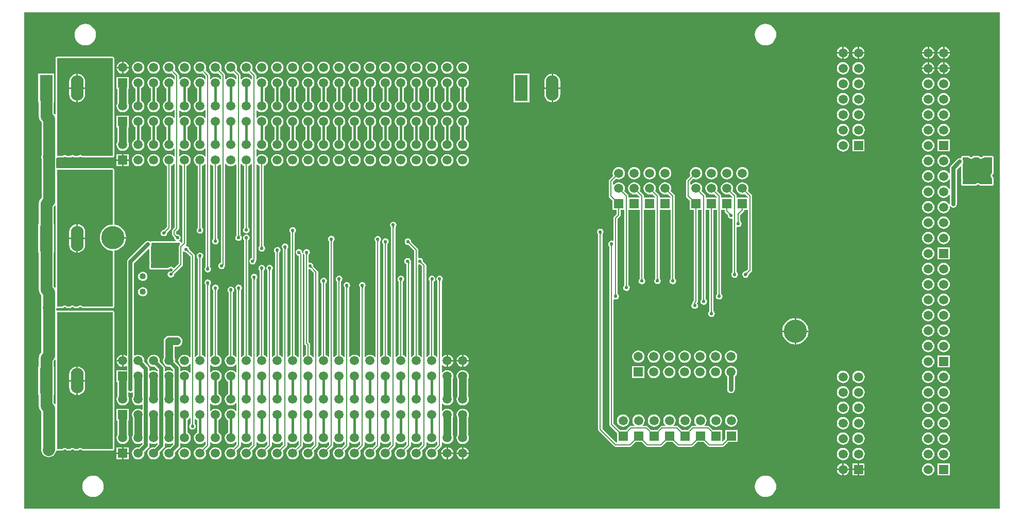
<source format=gbl>
G04 Layer_Physical_Order=4*
G04 Layer_Color=16711680*
%FSLAX25Y25*%
%MOIN*%
G70*
G01*
G75*
%ADD10C,0.06496*%
%ADD12C,0.06000*%
%ADD25C,0.00700*%
%ADD28C,0.03000*%
%ADD29C,0.02500*%
%ADD30C,0.01500*%
%ADD31C,0.05000*%
%ADD32C,0.07500*%
%ADD33C,0.05905*%
%ADD34R,0.05905X0.05905*%
%ADD35R,0.05905X0.05905*%
%ADD36O,0.08250X0.16500*%
%ADD37R,0.08250X0.16500*%
%ADD38C,0.04000*%
%ADD39C,0.15000*%
%ADD40C,0.02200*%
G36*
X631900Y600D02*
X600D01*
Y322200D01*
X631900D01*
Y600D01*
D02*
G37*
%LPC*%
G36*
X469700Y16685D02*
X469517Y16648D01*
X468938Y16262D01*
X468551Y15683D01*
X468515Y15500D01*
X469700D01*
Y16685D01*
D02*
G37*
G36*
X470700D02*
Y15500D01*
X471885D01*
X471848Y15683D01*
X471462Y16262D01*
X470883Y16648D01*
X470700Y16685D01*
D02*
G37*
G36*
X55500D02*
Y15500D01*
X56685D01*
X56648Y15683D01*
X56262Y16262D01*
X55683Y16648D01*
X55500Y16685D01*
D02*
G37*
G36*
X35500D02*
Y15500D01*
X36685D01*
X36648Y15683D01*
X36262Y16262D01*
X35683Y16648D01*
X35500Y16685D01*
D02*
G37*
G36*
X54500D02*
X54317Y16648D01*
X53738Y16262D01*
X53351Y15683D01*
X53315Y15500D01*
X54500D01*
Y16685D01*
D02*
G37*
G36*
X489700D02*
X489517Y16648D01*
X488938Y16262D01*
X488552Y15683D01*
X488515Y15500D01*
X489700D01*
Y16685D01*
D02*
G37*
G36*
X51500Y21500D02*
X50315D01*
X50352Y21317D01*
X50738Y20738D01*
X51317Y20351D01*
X51500Y20315D01*
Y21500D01*
D02*
G37*
G36*
X53685D02*
X52500D01*
Y20315D01*
X52683Y20351D01*
X53262Y20738D01*
X53649Y21317D01*
X53685Y21500D01*
D02*
G37*
G36*
X39685D02*
X38500D01*
Y20315D01*
X38683Y20351D01*
X39262Y20738D01*
X39649Y21317D01*
X39685Y21500D01*
D02*
G37*
G36*
X490700Y16685D02*
Y15500D01*
X491885D01*
X491849Y15683D01*
X491462Y16262D01*
X490883Y16648D01*
X490700Y16685D01*
D02*
G37*
G36*
X37500Y21500D02*
X36315D01*
X36351Y21317D01*
X36738Y20738D01*
X37317Y20351D01*
X37500Y20315D01*
Y21500D01*
D02*
G37*
G36*
X54500Y14500D02*
X53315D01*
X53351Y14317D01*
X53738Y13738D01*
X54317Y13352D01*
X54500Y13315D01*
Y14500D01*
D02*
G37*
G36*
X56685D02*
X55500D01*
Y13315D01*
X55683Y13352D01*
X56262Y13738D01*
X56648Y14317D01*
X56685Y14500D01*
D02*
G37*
G36*
X469700D02*
X468515D01*
X468551Y14317D01*
X468938Y13738D01*
X469517Y13352D01*
X469700Y13315D01*
Y14500D01*
D02*
G37*
G36*
X487700Y9685D02*
Y8500D01*
X488885D01*
X488848Y8683D01*
X488462Y9262D01*
X487883Y9648D01*
X487700Y9685D01*
D02*
G37*
G36*
X34500Y14500D02*
X33315D01*
X33351Y14317D01*
X33738Y13738D01*
X34317Y13352D01*
X34500Y13315D01*
Y14500D01*
D02*
G37*
G36*
X36685D02*
X35500D01*
Y13315D01*
X35683Y13352D01*
X36262Y13738D01*
X36648Y14317D01*
X36685Y14500D01*
D02*
G37*
G36*
X599448Y169981D02*
X591542D01*
Y162076D01*
X599448D01*
Y169981D01*
D02*
G37*
G36*
X585495Y170015D02*
X584463Y169879D01*
X583502Y169481D01*
X582676Y168848D01*
X582043Y168022D01*
X581644Y167060D01*
X581508Y166028D01*
X581644Y164997D01*
X582043Y164035D01*
X582676Y163209D01*
X583502Y162576D01*
X584463Y162177D01*
X585495Y162041D01*
X586527Y162177D01*
X587489Y162576D01*
X588314Y163209D01*
X588948Y164035D01*
X589346Y164997D01*
X589482Y166028D01*
X589346Y167060D01*
X588948Y168022D01*
X588314Y168848D01*
X587489Y169481D01*
X586527Y169879D01*
X585495Y170015D01*
D02*
G37*
G36*
X34500Y16685D02*
X34317Y16648D01*
X33738Y16262D01*
X33351Y15683D01*
X33315Y15500D01*
X34500D01*
Y16685D01*
D02*
G37*
G36*
X471885Y14500D02*
X470700D01*
Y13315D01*
X470883Y13352D01*
X471462Y13738D01*
X471848Y14317D01*
X471885Y14500D01*
D02*
G37*
G36*
X489700D02*
X488515D01*
X488552Y14317D01*
X488938Y13738D01*
X489517Y13352D01*
X489700Y13315D01*
Y14500D01*
D02*
G37*
G36*
X491885D02*
X490700D01*
Y13315D01*
X490883Y13352D01*
X491462Y13738D01*
X491849Y14317D01*
X491885Y14500D01*
D02*
G37*
G36*
X52500Y23685D02*
Y22500D01*
X53685D01*
X53649Y22683D01*
X53262Y23262D01*
X52683Y23649D01*
X52500Y23685D01*
D02*
G37*
G36*
X472700D02*
X472517Y23649D01*
X471938Y23262D01*
X471552Y22683D01*
X471515Y22500D01*
X472700D01*
Y23685D01*
D02*
G37*
G36*
X51500D02*
X51317Y23649D01*
X50738Y23262D01*
X50352Y22683D01*
X50315Y22500D01*
X51500D01*
Y23685D01*
D02*
G37*
G36*
X37500D02*
X37317Y23649D01*
X36738Y23262D01*
X36351Y22683D01*
X36315Y22500D01*
X37500D01*
Y23685D01*
D02*
G37*
G36*
X38500D02*
Y22500D01*
X39685D01*
X39649Y22683D01*
X39262Y23262D01*
X38683Y23649D01*
X38500Y23685D01*
D02*
G37*
G36*
X595495Y150015D02*
X594463Y149879D01*
X593502Y149481D01*
X592676Y148847D01*
X592043Y148022D01*
X591644Y147060D01*
X591508Y146028D01*
X591644Y144997D01*
X592043Y144035D01*
X592676Y143209D01*
X593502Y142576D01*
X594463Y142177D01*
X595495Y142042D01*
X596527Y142177D01*
X597489Y142576D01*
X598314Y143209D01*
X598948Y144035D01*
X599346Y144997D01*
X599482Y146028D01*
X599346Y147060D01*
X598948Y148022D01*
X598314Y148847D01*
X597489Y149481D01*
X596527Y149879D01*
X595495Y150015D01*
D02*
G37*
G36*
X487700Y23685D02*
Y22500D01*
X488885D01*
X488848Y22683D01*
X488462Y23262D01*
X487883Y23649D01*
X487700Y23685D01*
D02*
G37*
G36*
X44500Y24500D02*
X43315D01*
X43352Y24317D01*
X43738Y23738D01*
X44317Y23351D01*
X44500Y23315D01*
Y24500D01*
D02*
G37*
G36*
X486700Y23685D02*
X486517Y23649D01*
X485938Y23262D01*
X485552Y22683D01*
X485515Y22500D01*
X486700D01*
Y23685D01*
D02*
G37*
G36*
X585495Y150015D02*
X584463Y149879D01*
X583502Y149481D01*
X582676Y148847D01*
X582043Y148022D01*
X581644Y147060D01*
X581508Y146028D01*
X581644Y144997D01*
X582043Y144035D01*
X582676Y143209D01*
X583502Y142576D01*
X584463Y142177D01*
X585495Y142042D01*
X586527Y142177D01*
X587489Y142576D01*
X588314Y143209D01*
X588948Y144035D01*
X589346Y144997D01*
X589482Y146028D01*
X589346Y147060D01*
X588948Y148022D01*
X588314Y148847D01*
X587489Y149481D01*
X586527Y149879D01*
X585495Y150015D01*
D02*
G37*
G36*
X473700Y23685D02*
Y22500D01*
X474885D01*
X474849Y22683D01*
X474462Y23262D01*
X473883Y23649D01*
X473700Y23685D01*
D02*
G37*
G36*
X529838Y25528D02*
X526417D01*
X526487Y24996D01*
X526885Y24035D01*
X527519Y23209D01*
X528344Y22576D01*
X529306Y22177D01*
X529838Y22107D01*
Y25528D01*
D02*
G37*
G36*
X474885Y21500D02*
X473700D01*
Y20315D01*
X473883Y20351D01*
X474462Y20738D01*
X474849Y21317D01*
X474885Y21500D01*
D02*
G37*
G36*
X486700D02*
X485515D01*
X485552Y21317D01*
X485938Y20738D01*
X486517Y20351D01*
X486700Y20315D01*
Y21500D01*
D02*
G37*
G36*
X472700D02*
X471515D01*
X471552Y21317D01*
X471938Y20738D01*
X472517Y20351D01*
X472700Y20315D01*
Y21500D01*
D02*
G37*
G36*
X595495Y160015D02*
X594463Y159879D01*
X593502Y159481D01*
X592676Y158847D01*
X592043Y158022D01*
X591644Y157060D01*
X591508Y156028D01*
X591644Y154997D01*
X592043Y154035D01*
X592676Y153209D01*
X593502Y152576D01*
X594463Y152177D01*
X595495Y152041D01*
X596527Y152177D01*
X597489Y152576D01*
X598314Y153209D01*
X598948Y154035D01*
X599346Y154997D01*
X599482Y156028D01*
X599346Y157060D01*
X598948Y158022D01*
X598314Y158847D01*
X597489Y159481D01*
X596527Y159879D01*
X595495Y160015D01*
D02*
G37*
G36*
X585495D02*
X584463Y159879D01*
X583502Y159481D01*
X582676Y158847D01*
X582043Y158022D01*
X581644Y157060D01*
X581508Y156028D01*
X581644Y154997D01*
X582043Y154035D01*
X582676Y153209D01*
X583502Y152576D01*
X584463Y152177D01*
X585495Y152041D01*
X586527Y152177D01*
X587489Y152576D01*
X588314Y153209D01*
X588948Y154035D01*
X589346Y154997D01*
X589482Y156028D01*
X589346Y157060D01*
X588948Y158022D01*
X588314Y158847D01*
X587489Y159481D01*
X586527Y159879D01*
X585495Y160015D01*
D02*
G37*
G36*
X488885Y21500D02*
X487700D01*
Y20315D01*
X487883Y20351D01*
X488462Y20738D01*
X488848Y21317D01*
X488885Y21500D01*
D02*
G37*
G36*
X544290Y25528D02*
X540838D01*
Y22076D01*
X544290D01*
Y25528D01*
D02*
G37*
G36*
X534259D02*
X530838D01*
Y22107D01*
X531370Y22177D01*
X532331Y22576D01*
X533157Y23209D01*
X533790Y24035D01*
X534189Y24996D01*
X534259Y25528D01*
D02*
G37*
G36*
X539838D02*
X536385D01*
Y22076D01*
X539838D01*
Y25528D01*
D02*
G37*
G36*
X585476Y30015D02*
X584444Y29879D01*
X583482Y29481D01*
X582656Y28848D01*
X582023Y28022D01*
X581625Y27060D01*
X581489Y26028D01*
X581625Y24996D01*
X582023Y24035D01*
X582656Y23209D01*
X583482Y22576D01*
X584444Y22177D01*
X585476Y22041D01*
X586508Y22177D01*
X587469Y22576D01*
X588295Y23209D01*
X588928Y24035D01*
X589327Y24996D01*
X589463Y26028D01*
X589327Y27060D01*
X588928Y28022D01*
X588295Y28848D01*
X587469Y29481D01*
X586508Y29879D01*
X585476Y30015D01*
D02*
G37*
G36*
X599428Y29981D02*
X591523D01*
Y22076D01*
X599428D01*
Y29981D01*
D02*
G37*
G36*
X435200Y221951D02*
X434168Y221815D01*
X433207Y221416D01*
X432381Y220783D01*
X431747Y219957D01*
X431349Y218996D01*
X431213Y217964D01*
X431349Y216932D01*
X431605Y216315D01*
X429227Y213937D01*
X428928Y213491D01*
X428824Y212964D01*
Y203200D01*
X428928Y202673D01*
X429227Y202227D01*
X431247Y200206D01*
Y194247D01*
X433823D01*
Y135570D01*
X433427Y135173D01*
X433128Y134727D01*
X433024Y134200D01*
Y133862D01*
X433022Y133858D01*
X433017Y133845D01*
X433009Y133829D01*
X432996Y133808D01*
X432977Y133781D01*
X432964Y133766D01*
X432886Y133714D01*
X432422Y133019D01*
X432259Y132200D01*
X432422Y131381D01*
X432886Y130686D01*
X433581Y130222D01*
X434400Y130059D01*
X435219Y130222D01*
X435914Y130686D01*
X436378Y131381D01*
X436541Y132200D01*
X436378Y133019D01*
X435914Y133714D01*
X435909Y133763D01*
X436173Y134027D01*
X436472Y134473D01*
X436577Y135000D01*
Y194247D01*
X438824D01*
Y136462D01*
X438822Y136458D01*
X438817Y136445D01*
X438809Y136429D01*
X438796Y136407D01*
X438777Y136381D01*
X438764Y136366D01*
X438686Y136314D01*
X438222Y135619D01*
X438059Y134800D01*
X438222Y133981D01*
X438686Y133286D01*
X439381Y132822D01*
X440200Y132659D01*
X441019Y132822D01*
X441714Y133286D01*
X442178Y133981D01*
X442341Y134800D01*
X442178Y135619D01*
X441714Y136314D01*
X441636Y136366D01*
X441623Y136381D01*
X441604Y136407D01*
X441591Y136429D01*
X441583Y136445D01*
X441578Y136458D01*
X441576Y136462D01*
Y194247D01*
X443823D01*
Y128662D01*
X443822Y128658D01*
X443817Y128645D01*
X443809Y128629D01*
X443796Y128607D01*
X443777Y128581D01*
X443764Y128566D01*
X443686Y128514D01*
X443222Y127819D01*
X443059Y127000D01*
X443222Y126181D01*
X443686Y125486D01*
X444381Y125022D01*
X445200Y124859D01*
X446019Y125022D01*
X446714Y125486D01*
X447178Y126181D01*
X447341Y127000D01*
X447178Y127819D01*
X446714Y128514D01*
X446636Y128566D01*
X446623Y128581D01*
X446604Y128607D01*
X446591Y128629D01*
X446583Y128645D01*
X446578Y128658D01*
X446576Y128662D01*
Y194247D01*
X448823D01*
Y139862D01*
X448822Y139858D01*
X448817Y139845D01*
X448809Y139829D01*
X448796Y139807D01*
X448777Y139781D01*
X448764Y139766D01*
X448686Y139714D01*
X448222Y139019D01*
X448059Y138200D01*
X448222Y137381D01*
X448686Y136686D01*
X449381Y136222D01*
X450200Y136059D01*
X451019Y136222D01*
X451714Y136686D01*
X452178Y137381D01*
X452341Y138200D01*
X452178Y139019D01*
X451714Y139714D01*
X451636Y139766D01*
X451623Y139781D01*
X451604Y139807D01*
X451591Y139829D01*
X451583Y139845D01*
X451578Y139858D01*
X451577Y139862D01*
Y194247D01*
X453824D01*
Y193400D01*
X453928Y192873D01*
X454227Y192427D01*
X455751Y190902D01*
X455753Y190898D01*
X455759Y190885D01*
X455764Y190868D01*
X455770Y190844D01*
X455775Y190812D01*
X455777Y190792D01*
X455759Y190700D01*
X455922Y189881D01*
X456386Y189186D01*
X457081Y188722D01*
X457900Y188559D01*
X458323Y188643D01*
X458823Y188236D01*
Y153962D01*
X458822Y153958D01*
X458817Y153945D01*
X458809Y153929D01*
X458796Y153908D01*
X458777Y153881D01*
X458764Y153866D01*
X458686Y153814D01*
X458222Y153119D01*
X458059Y152300D01*
X458222Y151481D01*
X458686Y150786D01*
X459381Y150322D01*
X460200Y150159D01*
X461019Y150322D01*
X461714Y150786D01*
X462178Y151481D01*
X462341Y152300D01*
X462178Y153119D01*
X461714Y153814D01*
X461636Y153866D01*
X461623Y153881D01*
X461604Y153908D01*
X461591Y153929D01*
X461583Y153945D01*
X461578Y153958D01*
X461577Y153962D01*
Y182803D01*
X462077Y183163D01*
X462600Y183059D01*
X463419Y183222D01*
X464114Y183686D01*
X464578Y184381D01*
X464741Y185200D01*
X464578Y186019D01*
X464114Y186714D01*
X464036Y186766D01*
X464023Y186781D01*
X464004Y186808D01*
X463991Y186829D01*
X463983Y186845D01*
X463978Y186858D01*
X463976Y186862D01*
Y190930D01*
X466173Y193127D01*
X466173Y193127D01*
X466472Y193573D01*
X466576Y194100D01*
X467034Y194247D01*
X468823D01*
Y155770D01*
X467502Y154449D01*
X467498Y154447D01*
X467485Y154441D01*
X467468Y154436D01*
X467444Y154430D01*
X467412Y154425D01*
X467392Y154423D01*
X467300Y154441D01*
X466481Y154278D01*
X465786Y153814D01*
X465322Y153119D01*
X465159Y152300D01*
X465322Y151481D01*
X465786Y150786D01*
X466481Y150322D01*
X467300Y150159D01*
X468119Y150322D01*
X468814Y150786D01*
X469278Y151481D01*
X469441Y152300D01*
X469423Y152392D01*
X469425Y152412D01*
X469430Y152444D01*
X469436Y152468D01*
X469441Y152485D01*
X469447Y152498D01*
X469449Y152502D01*
X471173Y154227D01*
X471472Y154673D01*
X471576Y155200D01*
Y203200D01*
X471576Y203200D01*
X471472Y203727D01*
X471173Y204173D01*
X468795Y206551D01*
X469051Y207168D01*
X469187Y208200D01*
X469051Y209232D01*
X468653Y210193D01*
X468019Y211019D01*
X467193Y211653D01*
X466232Y212051D01*
X465200Y212187D01*
X464168Y212051D01*
X463207Y211653D01*
X462381Y211019D01*
X461747Y210193D01*
X461349Y209232D01*
X461213Y208200D01*
X461349Y207168D01*
X461747Y206207D01*
X462381Y205381D01*
X463207Y204747D01*
X464168Y204349D01*
X465200Y204213D01*
X466232Y204349D01*
X466849Y204605D01*
X468801Y202653D01*
X468768Y202153D01*
X461577D01*
Y203200D01*
X461577Y203200D01*
X461472Y203727D01*
X461173Y204173D01*
X458795Y206551D01*
X459051Y207168D01*
X459187Y208200D01*
X459051Y209232D01*
X458653Y210193D01*
X458019Y211019D01*
X457193Y211653D01*
X456232Y212051D01*
X455200Y212187D01*
X454168Y212051D01*
X453207Y211653D01*
X452381Y211019D01*
X451747Y210193D01*
X451349Y209232D01*
X451213Y208200D01*
X451349Y207168D01*
X451747Y206207D01*
X452381Y205381D01*
X453207Y204747D01*
X454168Y204349D01*
X455200Y204213D01*
X456232Y204349D01*
X456849Y204605D01*
X458801Y202653D01*
X458768Y202153D01*
X451577D01*
Y203200D01*
X451577Y203200D01*
X451472Y203727D01*
X451173Y204173D01*
X448795Y206551D01*
X449051Y207168D01*
X449187Y208200D01*
X449051Y209232D01*
X448653Y210193D01*
X448019Y211019D01*
X447193Y211653D01*
X446232Y212051D01*
X445200Y212187D01*
X444168Y212051D01*
X443207Y211653D01*
X442381Y211019D01*
X441747Y210193D01*
X441349Y209232D01*
X441213Y208200D01*
X441349Y207168D01*
X441747Y206207D01*
X442381Y205381D01*
X443207Y204747D01*
X444168Y204349D01*
X445200Y204213D01*
X446232Y204349D01*
X446849Y204605D01*
X448801Y202653D01*
X448768Y202153D01*
X441576D01*
Y203200D01*
X441576Y203200D01*
X441472Y203727D01*
X441173Y204173D01*
X438795Y206551D01*
X439051Y207168D01*
X439187Y208200D01*
X439051Y209232D01*
X438653Y210193D01*
X438019Y211019D01*
X437193Y211653D01*
X436232Y212051D01*
X435200Y212187D01*
X434168Y212051D01*
X433207Y211653D01*
X432381Y211019D01*
X432077Y210622D01*
X431576Y210792D01*
Y212394D01*
X433551Y214368D01*
X434168Y214113D01*
X435200Y213977D01*
X436232Y214113D01*
X437193Y214511D01*
X438019Y215145D01*
X438653Y215970D01*
X439051Y216932D01*
X439187Y217964D01*
X439051Y218996D01*
X438653Y219957D01*
X438019Y220783D01*
X437193Y221416D01*
X436232Y221815D01*
X435200Y221951D01*
D02*
G37*
G36*
X415200D02*
X414168Y221815D01*
X413207Y221416D01*
X412381Y220783D01*
X411747Y219957D01*
X411349Y218996D01*
X411213Y217964D01*
X411349Y216932D01*
X411747Y215970D01*
X412381Y215145D01*
X413207Y214511D01*
X414168Y214113D01*
X415200Y213977D01*
X416232Y214113D01*
X417193Y214511D01*
X418019Y215145D01*
X418653Y215970D01*
X419051Y216932D01*
X419187Y217964D01*
X419051Y218996D01*
X418653Y219957D01*
X418019Y220783D01*
X417193Y221416D01*
X416232Y221815D01*
X415200Y221951D01*
D02*
G37*
G36*
X445200D02*
X444168Y221815D01*
X443207Y221416D01*
X442381Y220783D01*
X441747Y219957D01*
X441349Y218996D01*
X441213Y217964D01*
X441349Y216932D01*
X441747Y215970D01*
X442381Y215145D01*
X443207Y214511D01*
X444168Y214113D01*
X445200Y213977D01*
X446232Y214113D01*
X447193Y214511D01*
X448019Y215145D01*
X448653Y215970D01*
X449051Y216932D01*
X449187Y217964D01*
X449051Y218996D01*
X448653Y219957D01*
X448019Y220783D01*
X447193Y221416D01*
X446232Y221815D01*
X445200Y221951D01*
D02*
G37*
G36*
X465200D02*
X464168Y221815D01*
X463207Y221416D01*
X462381Y220783D01*
X461747Y219957D01*
X461349Y218996D01*
X461213Y217964D01*
X461349Y216932D01*
X461747Y215970D01*
X462381Y215145D01*
X463207Y214511D01*
X464168Y214113D01*
X465200Y213977D01*
X466232Y214113D01*
X467193Y214511D01*
X468019Y215145D01*
X468653Y215970D01*
X469051Y216932D01*
X469187Y217964D01*
X469051Y218996D01*
X468653Y219957D01*
X468019Y220783D01*
X467193Y221416D01*
X466232Y221815D01*
X465200Y221951D01*
D02*
G37*
G36*
X455200D02*
X454168Y221815D01*
X453207Y221416D01*
X452381Y220783D01*
X451747Y219957D01*
X451349Y218996D01*
X451213Y217964D01*
X451349Y216932D01*
X451747Y215970D01*
X452381Y215145D01*
X453207Y214511D01*
X454168Y214113D01*
X455200Y213977D01*
X456232Y214113D01*
X457193Y214511D01*
X458019Y215145D01*
X458653Y215970D01*
X459051Y216932D01*
X459187Y217964D01*
X459051Y218996D01*
X458653Y219957D01*
X458019Y220783D01*
X457193Y221416D01*
X456232Y221815D01*
X455200Y221951D01*
D02*
G37*
G36*
X405200D02*
X404168Y221815D01*
X403207Y221416D01*
X402381Y220783D01*
X401747Y219957D01*
X401349Y218996D01*
X401213Y217964D01*
X401349Y216932D01*
X401747Y215970D01*
X402381Y215145D01*
X403207Y214511D01*
X404168Y214113D01*
X405200Y213977D01*
X406232Y214113D01*
X407193Y214511D01*
X408019Y215145D01*
X408653Y215970D01*
X409051Y216932D01*
X409187Y217964D01*
X409051Y218996D01*
X408653Y219957D01*
X408019Y220783D01*
X407193Y221416D01*
X406232Y221815D01*
X405200Y221951D01*
D02*
G37*
G36*
X585495Y210015D02*
X584463Y209879D01*
X583502Y209481D01*
X582676Y208847D01*
X582043Y208022D01*
X581644Y207060D01*
X581508Y206028D01*
X581644Y204996D01*
X582043Y204035D01*
X582676Y203209D01*
X583502Y202576D01*
X584463Y202177D01*
X585495Y202042D01*
X586527Y202177D01*
X587489Y202576D01*
X588314Y203209D01*
X588948Y204035D01*
X589346Y204996D01*
X589482Y206028D01*
X589346Y207060D01*
X588948Y208022D01*
X588314Y208847D01*
X587489Y209481D01*
X586527Y209879D01*
X585495Y210015D01*
D02*
G37*
G36*
Y200015D02*
X584463Y199879D01*
X583502Y199481D01*
X582676Y198847D01*
X582043Y198022D01*
X581644Y197060D01*
X581508Y196028D01*
X581644Y194997D01*
X582043Y194035D01*
X582676Y193209D01*
X583502Y192576D01*
X584463Y192177D01*
X585495Y192042D01*
X586527Y192177D01*
X587489Y192576D01*
X588314Y193209D01*
X588948Y194035D01*
X589346Y194997D01*
X589482Y196028D01*
X589346Y197060D01*
X588948Y198022D01*
X588314Y198847D01*
X587489Y199481D01*
X586527Y199879D01*
X585495Y200015D01*
D02*
G37*
G36*
Y220015D02*
X584463Y219879D01*
X583502Y219481D01*
X582676Y218847D01*
X582043Y218022D01*
X581644Y217060D01*
X581508Y216028D01*
X581644Y214997D01*
X582043Y214035D01*
X582676Y213209D01*
X583502Y212576D01*
X584463Y212177D01*
X585495Y212041D01*
X586527Y212177D01*
X587489Y212576D01*
X588314Y213209D01*
X588948Y214035D01*
X589346Y214997D01*
X589482Y216028D01*
X589346Y217060D01*
X588948Y218022D01*
X588314Y218847D01*
X587489Y219481D01*
X586527Y219879D01*
X585495Y220015D01*
D02*
G37*
G36*
X395200Y221951D02*
X394168Y221815D01*
X393207Y221416D01*
X392381Y220783D01*
X391747Y219957D01*
X391349Y218996D01*
X391213Y217964D01*
X391349Y216932D01*
X391747Y215970D01*
X392381Y215145D01*
X393207Y214511D01*
X394168Y214113D01*
X395200Y213977D01*
X396232Y214113D01*
X397193Y214511D01*
X398019Y215145D01*
X398653Y215970D01*
X399051Y216932D01*
X399187Y217964D01*
X399051Y218996D01*
X398653Y219957D01*
X398019Y220783D01*
X397193Y221416D01*
X396232Y221815D01*
X395200Y221951D01*
D02*
G37*
G36*
X385200D02*
X384168Y221815D01*
X383207Y221416D01*
X382381Y220783D01*
X381747Y219957D01*
X381349Y218996D01*
X381213Y217964D01*
X381349Y216932D01*
X381605Y216315D01*
X379227Y213937D01*
X378928Y213491D01*
X378823Y212964D01*
Y203100D01*
X378928Y202573D01*
X379227Y202127D01*
X381247Y200106D01*
Y194247D01*
X383823D01*
Y191570D01*
X382227Y189973D01*
X381928Y189527D01*
X381823Y189000D01*
Y174272D01*
X381383Y174036D01*
X381319Y174078D01*
X380500Y174241D01*
X379681Y174078D01*
X378986Y173614D01*
X378522Y172919D01*
X378359Y172100D01*
X378522Y171281D01*
X378986Y170586D01*
X379064Y170534D01*
X379077Y170519D01*
X379096Y170492D01*
X379109Y170471D01*
X379117Y170455D01*
X379122Y170442D01*
X379123Y170438D01*
Y55300D01*
X379228Y54773D01*
X379527Y54327D01*
X384147Y49706D01*
Y43747D01*
X384060Y43643D01*
X383428Y43619D01*
X374676Y52370D01*
Y178238D01*
X374678Y178242D01*
X374683Y178255D01*
X374691Y178271D01*
X374704Y178293D01*
X374723Y178319D01*
X374736Y178334D01*
X374814Y178386D01*
X375278Y179081D01*
X375441Y179900D01*
X375278Y180719D01*
X374814Y181414D01*
X374119Y181878D01*
X373300Y182041D01*
X372481Y181878D01*
X371786Y181414D01*
X371322Y180719D01*
X371159Y179900D01*
X371322Y179081D01*
X371786Y178386D01*
X371864Y178334D01*
X371877Y178319D01*
X371896Y178293D01*
X371909Y178271D01*
X371917Y178255D01*
X371922Y178242D01*
X371923Y178238D01*
Y51800D01*
X372028Y51273D01*
X372327Y50827D01*
X382127Y41027D01*
X382573Y40728D01*
X383100Y40624D01*
X392400D01*
X392927Y40728D01*
X393373Y41027D01*
X396094Y43747D01*
X400106D01*
X402827Y41027D01*
X403273Y40728D01*
X403800Y40624D01*
X403800Y40624D01*
X412400D01*
X412927Y40728D01*
X413373Y41027D01*
X416094Y43747D01*
X420106D01*
X422827Y41027D01*
X423273Y40728D01*
X423800Y40624D01*
X423800Y40624D01*
X432400D01*
X432927Y40728D01*
X433373Y41027D01*
X436094Y43747D01*
X440106D01*
X442827Y41027D01*
X443273Y40728D01*
X443800Y40624D01*
X443800Y40624D01*
X452400D01*
X452927Y40728D01*
X453373Y41027D01*
X456094Y43747D01*
X462053D01*
Y51653D01*
X454147D01*
Y45694D01*
X452553Y44099D01*
X452053Y44306D01*
Y51653D01*
X446094D01*
X443973Y53773D01*
X443527Y54072D01*
X443000Y54176D01*
X440823D01*
X440653Y54676D01*
X440919Y54881D01*
X441553Y55707D01*
X441951Y56668D01*
X442087Y57700D01*
X441951Y58732D01*
X441553Y59693D01*
X440919Y60519D01*
X440093Y61153D01*
X439132Y61551D01*
X438100Y61687D01*
X437068Y61551D01*
X436107Y61153D01*
X435281Y60519D01*
X434647Y59693D01*
X434249Y58732D01*
X434113Y57700D01*
X434249Y56668D01*
X434647Y55707D01*
X435281Y54881D01*
X435547Y54676D01*
X435378Y54176D01*
X433200D01*
X432673Y54072D01*
X432227Y53773D01*
X430106Y51653D01*
X426094D01*
X423873Y53873D01*
X423427Y54172D01*
X422900Y54276D01*
X420909D01*
X420749Y54750D01*
X420919Y54881D01*
X421553Y55707D01*
X421951Y56668D01*
X422087Y57700D01*
X421951Y58732D01*
X421553Y59693D01*
X420919Y60519D01*
X420093Y61153D01*
X419132Y61551D01*
X418100Y61687D01*
X417068Y61551D01*
X416107Y61153D01*
X415281Y60519D01*
X414647Y59693D01*
X414249Y58732D01*
X414113Y57700D01*
X414249Y56668D01*
X414647Y55707D01*
X415281Y54881D01*
X415451Y54750D01*
X415291Y54276D01*
X413300D01*
X412773Y54172D01*
X412327Y53873D01*
X410106Y51653D01*
X406094D01*
X403973Y53773D01*
X403527Y54072D01*
X403000Y54176D01*
X400822D01*
X400653Y54676D01*
X400919Y54881D01*
X401553Y55707D01*
X401951Y56668D01*
X402087Y57700D01*
X401951Y58732D01*
X401553Y59693D01*
X400919Y60519D01*
X400093Y61153D01*
X399132Y61551D01*
X398100Y61687D01*
X397068Y61551D01*
X396107Y61153D01*
X395281Y60519D01*
X394647Y59693D01*
X394249Y58732D01*
X394113Y57700D01*
X394249Y56668D01*
X394647Y55707D01*
X395281Y54881D01*
X395547Y54676D01*
X395377Y54176D01*
X393200D01*
X392673Y54072D01*
X392227Y53773D01*
X390106Y51653D01*
X386094D01*
X381876Y55870D01*
Y136028D01*
X382317Y136264D01*
X382381Y136222D01*
X383200Y136059D01*
X384019Y136222D01*
X384714Y136686D01*
X385178Y137381D01*
X385341Y138200D01*
X385178Y139019D01*
X384714Y139714D01*
X384636Y139766D01*
X384623Y139781D01*
X384604Y139807D01*
X384591Y139829D01*
X384583Y139845D01*
X384578Y139858D01*
X384577Y139862D01*
Y188430D01*
X386173Y190027D01*
X386472Y190473D01*
X386577Y191000D01*
X386577Y191000D01*
Y194247D01*
X388824D01*
Y145462D01*
X388822Y145458D01*
X388817Y145445D01*
X388809Y145429D01*
X388796Y145407D01*
X388777Y145381D01*
X388764Y145366D01*
X388686Y145314D01*
X388222Y144619D01*
X388059Y143800D01*
X388222Y142981D01*
X388686Y142286D01*
X389381Y141822D01*
X390200Y141659D01*
X391019Y141822D01*
X391714Y142286D01*
X392178Y142981D01*
X392341Y143800D01*
X392178Y144619D01*
X391714Y145314D01*
X391636Y145366D01*
X391623Y145381D01*
X391604Y145407D01*
X391591Y145429D01*
X391583Y145445D01*
X391578Y145458D01*
X391577Y145462D01*
Y194247D01*
X398823D01*
Y149762D01*
X398822Y149758D01*
X398817Y149745D01*
X398809Y149729D01*
X398796Y149707D01*
X398777Y149681D01*
X398764Y149666D01*
X398686Y149614D01*
X398222Y148919D01*
X398059Y148100D01*
X398222Y147281D01*
X398686Y146586D01*
X399381Y146122D01*
X400200Y145959D01*
X401019Y146122D01*
X401714Y146586D01*
X402178Y147281D01*
X402341Y148100D01*
X402178Y148919D01*
X401714Y149614D01*
X401636Y149666D01*
X401623Y149681D01*
X401604Y149707D01*
X401591Y149729D01*
X401583Y149745D01*
X401578Y149758D01*
X401577Y149762D01*
Y194247D01*
X408923D01*
Y149862D01*
X408922Y149858D01*
X408917Y149845D01*
X408909Y149829D01*
X408896Y149808D01*
X408877Y149781D01*
X408864Y149766D01*
X408786Y149714D01*
X408322Y149019D01*
X408159Y148200D01*
X408322Y147381D01*
X408786Y146686D01*
X409481Y146222D01*
X410300Y146059D01*
X411119Y146222D01*
X411814Y146686D01*
X412278Y147381D01*
X412441Y148200D01*
X412278Y149019D01*
X411814Y149714D01*
X411736Y149766D01*
X411723Y149781D01*
X411704Y149808D01*
X411691Y149829D01*
X411683Y149845D01*
X411678Y149858D01*
X411677Y149862D01*
Y194247D01*
X418823D01*
Y149762D01*
X418822Y149758D01*
X418817Y149745D01*
X418809Y149729D01*
X418796Y149707D01*
X418777Y149681D01*
X418764Y149666D01*
X418686Y149614D01*
X418222Y148919D01*
X418059Y148100D01*
X418222Y147281D01*
X418686Y146586D01*
X419381Y146122D01*
X420200Y145959D01*
X421019Y146122D01*
X421714Y146586D01*
X422178Y147281D01*
X422341Y148100D01*
X422178Y148919D01*
X421714Y149614D01*
X421636Y149666D01*
X421623Y149681D01*
X421604Y149707D01*
X421591Y149729D01*
X421583Y149745D01*
X421578Y149758D01*
X421576Y149762D01*
Y203200D01*
X421576Y203200D01*
X421472Y203727D01*
X421173Y204173D01*
X418795Y206551D01*
X419051Y207168D01*
X419187Y208200D01*
X419051Y209232D01*
X418653Y210193D01*
X418019Y211019D01*
X417193Y211653D01*
X416232Y212051D01*
X415200Y212187D01*
X414168Y212051D01*
X413207Y211653D01*
X412381Y211019D01*
X411747Y210193D01*
X411349Y209232D01*
X411213Y208200D01*
X411349Y207168D01*
X411747Y206207D01*
X412381Y205381D01*
X413207Y204747D01*
X414168Y204349D01*
X415200Y204213D01*
X416232Y204349D01*
X416849Y204605D01*
X418801Y202653D01*
X418768Y202153D01*
X411677D01*
Y203100D01*
X411572Y203627D01*
X411273Y204073D01*
X408795Y206551D01*
X409051Y207168D01*
X409187Y208200D01*
X409051Y209232D01*
X408653Y210193D01*
X408019Y211019D01*
X407193Y211653D01*
X406232Y212051D01*
X405200Y212187D01*
X404168Y212051D01*
X403207Y211653D01*
X402381Y211019D01*
X401747Y210193D01*
X401349Y209232D01*
X401213Y208200D01*
X401349Y207168D01*
X401747Y206207D01*
X402381Y205381D01*
X403207Y204747D01*
X404168Y204349D01*
X405200Y204213D01*
X406232Y204349D01*
X406849Y204605D01*
X408801Y202653D01*
X408627Y202153D01*
X401577D01*
Y203200D01*
X401577Y203200D01*
X401472Y203727D01*
X401173Y204173D01*
X398795Y206551D01*
X399051Y207168D01*
X399187Y208200D01*
X399051Y209232D01*
X398653Y210193D01*
X398019Y211019D01*
X397193Y211653D01*
X396232Y212051D01*
X395200Y212187D01*
X394168Y212051D01*
X393207Y211653D01*
X392381Y211019D01*
X391747Y210193D01*
X391349Y209232D01*
X391213Y208200D01*
X391349Y207168D01*
X391747Y206207D01*
X392381Y205381D01*
X393207Y204747D01*
X394168Y204349D01*
X395200Y204213D01*
X396232Y204349D01*
X396849Y204605D01*
X398801Y202653D01*
X398768Y202153D01*
X391577D01*
Y203200D01*
X391577Y203200D01*
X391472Y203727D01*
X391173Y204173D01*
X388795Y206551D01*
X389051Y207168D01*
X389187Y208200D01*
X389051Y209232D01*
X388653Y210193D01*
X388019Y211019D01*
X387193Y211653D01*
X386232Y212051D01*
X385200Y212187D01*
X384168Y212051D01*
X383207Y211653D01*
X382381Y211019D01*
X382077Y210622D01*
X381576Y210792D01*
Y212394D01*
X383551Y214368D01*
X384168Y214113D01*
X385200Y213977D01*
X386232Y214113D01*
X387193Y214511D01*
X388019Y215145D01*
X388653Y215970D01*
X389051Y216932D01*
X389187Y217964D01*
X389051Y218996D01*
X388653Y219957D01*
X388019Y220783D01*
X387193Y221416D01*
X386232Y221815D01*
X385200Y221951D01*
D02*
G37*
G36*
X585495Y230015D02*
X584463Y229879D01*
X583502Y229481D01*
X582676Y228848D01*
X582043Y228022D01*
X581644Y227060D01*
X581508Y226028D01*
X581644Y224996D01*
X582043Y224035D01*
X582676Y223209D01*
X583502Y222576D01*
X584463Y222177D01*
X585495Y222042D01*
X586527Y222177D01*
X587489Y222576D01*
X588314Y223209D01*
X588948Y224035D01*
X589346Y224996D01*
X589482Y226028D01*
X589346Y227060D01*
X588948Y228022D01*
X588314Y228848D01*
X587489Y229481D01*
X586527Y229879D01*
X585495Y230015D01*
D02*
G37*
G36*
X204200Y230387D02*
X203168Y230251D01*
X202207Y229853D01*
X201381Y229219D01*
X200747Y228393D01*
X200349Y227432D01*
X200213Y226400D01*
X200349Y225368D01*
X200747Y224407D01*
X201381Y223581D01*
X202207Y222947D01*
X203168Y222549D01*
X204200Y222413D01*
X205232Y222549D01*
X206193Y222947D01*
X207019Y223581D01*
X207653Y224407D01*
X208051Y225368D01*
X208187Y226400D01*
X208051Y227432D01*
X207653Y228393D01*
X207019Y229219D01*
X206193Y229853D01*
X205232Y230251D01*
X204200Y230387D01*
D02*
G37*
G36*
X194200D02*
X193168Y230251D01*
X192207Y229853D01*
X191381Y229219D01*
X190747Y228393D01*
X190349Y227432D01*
X190213Y226400D01*
X190349Y225368D01*
X190747Y224407D01*
X191381Y223581D01*
X192207Y222947D01*
X193168Y222549D01*
X194200Y222413D01*
X195232Y222549D01*
X196193Y222947D01*
X197019Y223581D01*
X197653Y224407D01*
X198051Y225368D01*
X198187Y226400D01*
X198051Y227432D01*
X197653Y228393D01*
X197019Y229219D01*
X196193Y229853D01*
X195232Y230251D01*
X194200Y230387D01*
D02*
G37*
G36*
X214200D02*
X213168Y230251D01*
X212207Y229853D01*
X211381Y229219D01*
X210747Y228393D01*
X210349Y227432D01*
X210213Y226400D01*
X210349Y225368D01*
X210747Y224407D01*
X211381Y223581D01*
X212207Y222947D01*
X213168Y222549D01*
X214200Y222413D01*
X215232Y222549D01*
X216193Y222947D01*
X217019Y223581D01*
X217653Y224407D01*
X218051Y225368D01*
X218187Y226400D01*
X218051Y227432D01*
X217653Y228393D01*
X217019Y229219D01*
X216193Y229853D01*
X215232Y230251D01*
X214200Y230387D01*
D02*
G37*
G36*
X234200D02*
X233168Y230251D01*
X232207Y229853D01*
X231381Y229219D01*
X230747Y228393D01*
X230349Y227432D01*
X230213Y226400D01*
X230349Y225368D01*
X230747Y224407D01*
X231381Y223581D01*
X232207Y222947D01*
X233168Y222549D01*
X234200Y222413D01*
X235232Y222549D01*
X236193Y222947D01*
X237019Y223581D01*
X237653Y224407D01*
X238051Y225368D01*
X238187Y226400D01*
X238051Y227432D01*
X237653Y228393D01*
X237019Y229219D01*
X236193Y229853D01*
X235232Y230251D01*
X234200Y230387D01*
D02*
G37*
G36*
X224200D02*
X223168Y230251D01*
X222207Y229853D01*
X221381Y229219D01*
X220747Y228393D01*
X220349Y227432D01*
X220213Y226400D01*
X220349Y225368D01*
X220747Y224407D01*
X221381Y223581D01*
X222207Y222947D01*
X223168Y222549D01*
X224200Y222413D01*
X225232Y222549D01*
X226193Y222947D01*
X227019Y223581D01*
X227653Y224407D01*
X228051Y225368D01*
X228187Y226400D01*
X228051Y227432D01*
X227653Y228393D01*
X227019Y229219D01*
X226193Y229853D01*
X225232Y230251D01*
X224200Y230387D01*
D02*
G37*
G36*
X184200D02*
X183168Y230251D01*
X182207Y229853D01*
X181381Y229219D01*
X180747Y228393D01*
X180349Y227432D01*
X180213Y226400D01*
X180349Y225368D01*
X180747Y224407D01*
X181381Y223581D01*
X182207Y222947D01*
X183168Y222549D01*
X184200Y222413D01*
X185232Y222549D01*
X186193Y222947D01*
X187019Y223581D01*
X187653Y224407D01*
X188051Y225368D01*
X188187Y226400D01*
X188051Y227432D01*
X187653Y228393D01*
X187019Y229219D01*
X186193Y229853D01*
X185232Y230251D01*
X184200Y230387D01*
D02*
G37*
G36*
X74200D02*
X73168Y230251D01*
X72207Y229853D01*
X71381Y229219D01*
X70747Y228393D01*
X70349Y227432D01*
X70213Y226400D01*
X70349Y225368D01*
X70747Y224407D01*
X71381Y223581D01*
X72207Y222947D01*
X73168Y222549D01*
X74200Y222413D01*
X75232Y222549D01*
X76193Y222947D01*
X77019Y223581D01*
X77653Y224407D01*
X78051Y225368D01*
X78187Y226400D01*
X78051Y227432D01*
X77653Y228393D01*
X77019Y229219D01*
X76193Y229853D01*
X75232Y230251D01*
X74200Y230387D01*
D02*
G37*
G36*
X595495Y230015D02*
X594463Y229879D01*
X593502Y229481D01*
X592676Y228848D01*
X592043Y228022D01*
X591644Y227060D01*
X591508Y226028D01*
X591644Y224996D01*
X592043Y224035D01*
X592676Y223209D01*
X593502Y222576D01*
X594463Y222177D01*
X595495Y222042D01*
X596527Y222177D01*
X597489Y222576D01*
X598314Y223209D01*
X598948Y224035D01*
X599346Y224996D01*
X599482Y226028D01*
X599346Y227060D01*
X598948Y228022D01*
X598314Y228848D01*
X597489Y229481D01*
X596527Y229879D01*
X595495Y230015D01*
D02*
G37*
G36*
X84200Y230387D02*
X83168Y230251D01*
X82207Y229853D01*
X81381Y229219D01*
X80747Y228393D01*
X80349Y227432D01*
X80213Y226400D01*
X80349Y225368D01*
X80747Y224407D01*
X81381Y223581D01*
X82207Y222947D01*
X83168Y222549D01*
X84200Y222413D01*
X85232Y222549D01*
X86193Y222947D01*
X87019Y223581D01*
X87653Y224407D01*
X88051Y225368D01*
X88187Y226400D01*
X88051Y227432D01*
X87653Y228393D01*
X87019Y229219D01*
X86193Y229853D01*
X85232Y230251D01*
X84200Y230387D01*
D02*
G37*
G36*
X174200D02*
X173168Y230251D01*
X172207Y229853D01*
X171381Y229219D01*
X170747Y228393D01*
X170349Y227432D01*
X170213Y226400D01*
X170349Y225368D01*
X170747Y224407D01*
X171381Y223581D01*
X172207Y222947D01*
X173168Y222549D01*
X174200Y222413D01*
X175232Y222549D01*
X176193Y222947D01*
X177019Y223581D01*
X177653Y224407D01*
X178051Y225368D01*
X178187Y226400D01*
X178051Y227432D01*
X177653Y228393D01*
X177019Y229219D01*
X176193Y229853D01*
X175232Y230251D01*
X174200Y230387D01*
D02*
G37*
G36*
X164200D02*
X163168Y230251D01*
X162207Y229853D01*
X161381Y229219D01*
X160747Y228393D01*
X160349Y227432D01*
X160213Y226400D01*
X160349Y225368D01*
X160747Y224407D01*
X161381Y223581D01*
X162207Y222947D01*
X163168Y222549D01*
X164200Y222413D01*
X165232Y222549D01*
X166193Y222947D01*
X167019Y223581D01*
X167653Y224407D01*
X168051Y225368D01*
X168187Y226400D01*
X168051Y227432D01*
X167653Y228393D01*
X167019Y229219D01*
X166193Y229853D01*
X165232Y230251D01*
X164200Y230387D01*
D02*
G37*
G36*
X45500Y6685D02*
Y5500D01*
X46685D01*
X46648Y5683D01*
X46262Y6262D01*
X45683Y6649D01*
X45500Y6685D01*
D02*
G37*
G36*
X38500Y9685D02*
Y8500D01*
X39685D01*
X39649Y8683D01*
X39262Y9262D01*
X38683Y9648D01*
X38500Y9685D01*
D02*
G37*
G36*
X51500D02*
X51317Y9648D01*
X50738Y9262D01*
X50352Y8683D01*
X50315Y8500D01*
X51500D01*
Y9685D01*
D02*
G37*
G36*
X37500D02*
X37317Y9648D01*
X36738Y9262D01*
X36351Y8683D01*
X36315Y8500D01*
X37500D01*
Y9685D01*
D02*
G37*
G36*
X45000Y21939D02*
X43646Y21806D01*
X42345Y21411D01*
X41145Y20770D01*
X40093Y19907D01*
X39230Y18855D01*
X38589Y17655D01*
X38194Y16354D01*
X38061Y15000D01*
X38194Y13646D01*
X38589Y12345D01*
X39230Y11145D01*
X40093Y10093D01*
X41145Y9230D01*
X42345Y8589D01*
X43646Y8194D01*
X45000Y8061D01*
X46354Y8194D01*
X47655Y8589D01*
X48855Y9230D01*
X49907Y10093D01*
X50770Y11145D01*
X51411Y12345D01*
X51806Y13646D01*
X51939Y15000D01*
X51806Y16354D01*
X51411Y17655D01*
X50770Y18855D01*
X49907Y19907D01*
X48855Y20770D01*
X47655Y21411D01*
X46354Y21806D01*
X45000Y21939D01*
D02*
G37*
G36*
X480200D02*
X478846Y21806D01*
X477545Y21411D01*
X476345Y20770D01*
X475293Y19907D01*
X474431Y18855D01*
X473789Y17655D01*
X473394Y16354D01*
X473261Y15000D01*
X473394Y13646D01*
X473789Y12345D01*
X474431Y11145D01*
X475293Y10093D01*
X476345Y9230D01*
X477545Y8589D01*
X478846Y8194D01*
X480200Y8061D01*
X481554Y8194D01*
X482855Y8589D01*
X484055Y9230D01*
X485107Y10093D01*
X485969Y11145D01*
X486611Y12345D01*
X487006Y13646D01*
X487139Y15000D01*
X487006Y16354D01*
X486611Y17655D01*
X485969Y18855D01*
X485107Y19907D01*
X484055Y20770D01*
X482855Y21411D01*
X481554Y21806D01*
X480200Y21939D01*
D02*
G37*
G36*
X52500Y9685D02*
Y8500D01*
X53685D01*
X53649Y8683D01*
X53262Y9262D01*
X52683Y9648D01*
X52500Y9685D01*
D02*
G37*
G36*
X473700D02*
Y8500D01*
X474885D01*
X474849Y8683D01*
X474462Y9262D01*
X473883Y9648D01*
X473700Y9685D01*
D02*
G37*
G36*
X486700D02*
X486517Y9648D01*
X485938Y9262D01*
X485552Y8683D01*
X485515Y8500D01*
X486700D01*
Y9685D01*
D02*
G37*
G36*
X585495Y180015D02*
X584463Y179879D01*
X583502Y179481D01*
X582676Y178848D01*
X582043Y178022D01*
X581644Y177060D01*
X581508Y176028D01*
X581644Y174996D01*
X582043Y174035D01*
X582676Y173209D01*
X583502Y172576D01*
X584463Y172177D01*
X585495Y172041D01*
X586527Y172177D01*
X587489Y172576D01*
X588314Y173209D01*
X588948Y174035D01*
X589346Y174996D01*
X589482Y176028D01*
X589346Y177060D01*
X588948Y178022D01*
X588314Y178848D01*
X587489Y179481D01*
X586527Y179879D01*
X585495Y180015D01*
D02*
G37*
G36*
X472700Y9685D02*
X472517Y9648D01*
X471938Y9262D01*
X471552Y8683D01*
X471515Y8500D01*
X472700D01*
Y9685D01*
D02*
G37*
G36*
X595495Y180015D02*
X594463Y179879D01*
X593502Y179481D01*
X592676Y178848D01*
X592043Y178022D01*
X591644Y177060D01*
X591508Y176028D01*
X591644Y174996D01*
X592043Y174035D01*
X592676Y173209D01*
X593502Y172576D01*
X594463Y172177D01*
X595495Y172041D01*
X596527Y172177D01*
X597489Y172576D01*
X598314Y173209D01*
X598948Y174035D01*
X599346Y174996D01*
X599482Y176028D01*
X599346Y177060D01*
X598948Y178022D01*
X598314Y178848D01*
X597489Y179481D01*
X596527Y179879D01*
X595495Y180015D01*
D02*
G37*
G36*
X488885Y7500D02*
X487700D01*
Y6315D01*
X487883Y6352D01*
X488462Y6738D01*
X488848Y7317D01*
X488885Y7500D01*
D02*
G37*
G36*
X585495Y190015D02*
X584463Y189879D01*
X583502Y189481D01*
X582676Y188847D01*
X582043Y188022D01*
X581644Y187060D01*
X581508Y186028D01*
X581644Y184996D01*
X582043Y184035D01*
X582676Y183209D01*
X583502Y182576D01*
X584463Y182177D01*
X585495Y182042D01*
X586527Y182177D01*
X587489Y182576D01*
X588314Y183209D01*
X588948Y184035D01*
X589346Y184996D01*
X589482Y186028D01*
X589346Y187060D01*
X588948Y188022D01*
X588314Y188847D01*
X587489Y189481D01*
X586527Y189879D01*
X585495Y190015D01*
D02*
G37*
G36*
X37500Y7500D02*
X36315D01*
X36351Y7317D01*
X36738Y6738D01*
X37317Y6352D01*
X37500Y6315D01*
Y7500D01*
D02*
G37*
G36*
X595495Y190015D02*
X594463Y189879D01*
X593502Y189481D01*
X592676Y188847D01*
X592043Y188022D01*
X591644Y187060D01*
X591508Y186028D01*
X591644Y184996D01*
X592043Y184035D01*
X592676Y183209D01*
X593502Y182576D01*
X594463Y182177D01*
X595495Y182042D01*
X596527Y182177D01*
X597489Y182576D01*
X598314Y183209D01*
X598948Y184035D01*
X599346Y184996D01*
X599482Y186028D01*
X599346Y187060D01*
X598948Y188022D01*
X598314Y188847D01*
X597489Y189481D01*
X596527Y189879D01*
X595495Y190015D01*
D02*
G37*
G36*
X479700Y6685D02*
X479517Y6649D01*
X478938Y6262D01*
X478551Y5683D01*
X478515Y5500D01*
X479700D01*
Y6685D01*
D02*
G37*
G36*
X480700D02*
Y5500D01*
X481885D01*
X481848Y5683D01*
X481462Y6262D01*
X480883Y6649D01*
X480700Y6685D01*
D02*
G37*
G36*
X39685Y7500D02*
X38500D01*
Y6315D01*
X38683Y6352D01*
X39262Y6738D01*
X39649Y7317D01*
X39685Y7500D01*
D02*
G37*
G36*
X474885D02*
X473700D01*
Y6315D01*
X473883Y6352D01*
X474462Y6738D01*
X474849Y7317D01*
X474885Y7500D01*
D02*
G37*
G36*
X486700D02*
X485515D01*
X485552Y7317D01*
X485938Y6738D01*
X486517Y6352D01*
X486700Y6315D01*
Y7500D01*
D02*
G37*
G36*
X472700D02*
X471515D01*
X471552Y7317D01*
X471938Y6738D01*
X472517Y6352D01*
X472700Y6315D01*
Y7500D01*
D02*
G37*
G36*
X51500D02*
X50315D01*
X50352Y7317D01*
X50738Y6738D01*
X51317Y6352D01*
X51500Y6315D01*
Y7500D01*
D02*
G37*
G36*
X53685D02*
X52500D01*
Y6315D01*
X52683Y6352D01*
X53262Y6738D01*
X53649Y7317D01*
X53685Y7500D01*
D02*
G37*
G36*
X530338Y70015D02*
X529306Y69879D01*
X528344Y69481D01*
X527519Y68848D01*
X526885Y68022D01*
X526487Y67060D01*
X526351Y66028D01*
X526487Y64996D01*
X526885Y64035D01*
X527519Y63209D01*
X528344Y62576D01*
X529306Y62177D01*
X530338Y62041D01*
X531370Y62177D01*
X532331Y62576D01*
X533157Y63209D01*
X533790Y64035D01*
X534189Y64996D01*
X534325Y66028D01*
X534189Y67060D01*
X533790Y68022D01*
X533157Y68848D01*
X532331Y69481D01*
X531370Y69879D01*
X530338Y70015D01*
D02*
G37*
G36*
X595476Y70015D02*
X594444Y69879D01*
X593482Y69481D01*
X592657Y68848D01*
X592023Y68022D01*
X591625Y67060D01*
X591489Y66028D01*
X591625Y64996D01*
X592023Y64035D01*
X592657Y63209D01*
X593482Y62576D01*
X594444Y62177D01*
X595476Y62041D01*
X596508Y62177D01*
X597469Y62576D01*
X598295Y63209D01*
X598928Y64035D01*
X599327Y64996D01*
X599463Y66028D01*
X599327Y67060D01*
X598928Y68022D01*
X598295Y68848D01*
X597469Y69481D01*
X596508Y69879D01*
X595476Y70015D01*
D02*
G37*
G36*
X540338Y70015D02*
X539306Y69879D01*
X538344Y69481D01*
X537519Y68848D01*
X536885Y68022D01*
X536487Y67060D01*
X536351Y66028D01*
X536487Y64996D01*
X536885Y64035D01*
X537519Y63209D01*
X538344Y62576D01*
X539306Y62177D01*
X540338Y62041D01*
X541370Y62177D01*
X542331Y62576D01*
X543157Y63209D01*
X543790Y64035D01*
X544189Y64996D01*
X544325Y66028D01*
X544189Y67060D01*
X543790Y68022D01*
X543157Y68848D01*
X542331Y69481D01*
X541370Y69879D01*
X540338Y70015D01*
D02*
G37*
G36*
Y40015D02*
X539306Y39879D01*
X538344Y39481D01*
X537519Y38848D01*
X536885Y38022D01*
X536487Y37060D01*
X536351Y36028D01*
X536487Y34997D01*
X536885Y34035D01*
X537519Y33209D01*
X538344Y32576D01*
X539306Y32177D01*
X540338Y32041D01*
X541370Y32177D01*
X542331Y32576D01*
X543157Y33209D01*
X543790Y34035D01*
X544189Y34997D01*
X544325Y36028D01*
X544189Y37060D01*
X543790Y38022D01*
X543157Y38848D01*
X542331Y39481D01*
X541370Y39879D01*
X540338Y40015D01*
D02*
G37*
G36*
X284200Y90387D02*
X283168Y90251D01*
X282207Y89853D01*
X281381Y89219D01*
X280747Y88393D01*
X280349Y87432D01*
X280213Y86400D01*
X280349Y85368D01*
X280670Y84594D01*
Y73206D01*
X280349Y72432D01*
X280213Y71400D01*
X280349Y70368D01*
X280747Y69407D01*
X281381Y68581D01*
X282207Y67947D01*
X283168Y67549D01*
X284200Y67413D01*
X285232Y67549D01*
X286193Y67947D01*
X287019Y68581D01*
X287653Y69407D01*
X288051Y70368D01*
X288187Y71400D01*
X288051Y72432D01*
X287730Y73206D01*
Y84594D01*
X288051Y85368D01*
X288187Y86400D01*
X288051Y87432D01*
X287653Y88393D01*
X287019Y89219D01*
X286193Y89853D01*
X285232Y90251D01*
X284200Y90387D01*
D02*
G37*
G36*
X585476Y70015D02*
X584444Y69879D01*
X583482Y69481D01*
X582656Y68848D01*
X582023Y68022D01*
X581625Y67060D01*
X581489Y66028D01*
X581625Y64996D01*
X582023Y64035D01*
X582656Y63209D01*
X583482Y62576D01*
X584444Y62177D01*
X585476Y62041D01*
X586508Y62177D01*
X587469Y62576D01*
X588295Y63209D01*
X588928Y64035D01*
X589327Y64996D01*
X589463Y66028D01*
X589327Y67060D01*
X588928Y68022D01*
X588295Y68848D01*
X587469Y69481D01*
X586508Y69879D01*
X585476Y70015D01*
D02*
G37*
G36*
X428100Y61687D02*
X427068Y61551D01*
X426107Y61153D01*
X425281Y60519D01*
X424647Y59693D01*
X424249Y58732D01*
X424113Y57700D01*
X424249Y56668D01*
X424647Y55707D01*
X425281Y54881D01*
X426107Y54247D01*
X427068Y53849D01*
X428100Y53713D01*
X429132Y53849D01*
X430093Y54247D01*
X430919Y54881D01*
X431553Y55707D01*
X431951Y56668D01*
X432087Y57700D01*
X431951Y58732D01*
X431553Y59693D01*
X430919Y60519D01*
X430093Y61153D01*
X429132Y61551D01*
X428100Y61687D01*
D02*
G37*
G36*
X408100D02*
X407068Y61551D01*
X406107Y61153D01*
X405281Y60519D01*
X404647Y59693D01*
X404249Y58732D01*
X404113Y57700D01*
X404249Y56668D01*
X404647Y55707D01*
X405281Y54881D01*
X406107Y54247D01*
X407068Y53849D01*
X408100Y53713D01*
X409132Y53849D01*
X410093Y54247D01*
X410919Y54881D01*
X411553Y55707D01*
X411951Y56668D01*
X412087Y57700D01*
X411951Y58732D01*
X411553Y59693D01*
X410919Y60519D01*
X410093Y61153D01*
X409132Y61551D01*
X408100Y61687D01*
D02*
G37*
G36*
X448100D02*
X447068Y61551D01*
X446107Y61153D01*
X445281Y60519D01*
X444647Y59693D01*
X444249Y58732D01*
X444113Y57700D01*
X444249Y56668D01*
X444647Y55707D01*
X445281Y54881D01*
X446107Y54247D01*
X447068Y53849D01*
X448100Y53713D01*
X449132Y53849D01*
X450093Y54247D01*
X450919Y54881D01*
X451553Y55707D01*
X451951Y56668D01*
X452087Y57700D01*
X451951Y58732D01*
X451553Y59693D01*
X450919Y60519D01*
X450093Y61153D01*
X449132Y61551D01*
X448100Y61687D01*
D02*
G37*
G36*
X104200Y40387D02*
X103168Y40251D01*
X102207Y39853D01*
X101381Y39219D01*
X100747Y38393D01*
X100349Y37432D01*
X100213Y36400D01*
X100349Y35368D01*
X100747Y34407D01*
X101381Y33581D01*
X102207Y32947D01*
X103168Y32549D01*
X104200Y32413D01*
X105232Y32549D01*
X106193Y32947D01*
X107019Y33581D01*
X107653Y34407D01*
X108051Y35368D01*
X108187Y36400D01*
X108051Y37432D01*
X107653Y38393D01*
X107019Y39219D01*
X106193Y39853D01*
X105232Y40251D01*
X104200Y40387D01*
D02*
G37*
G36*
X458100Y61687D02*
X457068Y61551D01*
X456107Y61153D01*
X455281Y60519D01*
X454647Y59693D01*
X454249Y58732D01*
X454113Y57700D01*
X454249Y56668D01*
X454647Y55707D01*
X455281Y54881D01*
X456107Y54247D01*
X457068Y53849D01*
X458100Y53713D01*
X459132Y53849D01*
X460093Y54247D01*
X460919Y54881D01*
X461553Y55707D01*
X461951Y56668D01*
X462087Y57700D01*
X461951Y58732D01*
X461553Y59693D01*
X460919Y60519D01*
X460093Y61153D01*
X459132Y61551D01*
X458100Y61687D01*
D02*
G37*
G36*
X585476Y80015D02*
X584444Y79879D01*
X583482Y79481D01*
X582656Y78847D01*
X582023Y78022D01*
X581625Y77060D01*
X581489Y76028D01*
X581625Y74997D01*
X582023Y74035D01*
X582656Y73209D01*
X583482Y72576D01*
X584444Y72177D01*
X585476Y72041D01*
X586508Y72177D01*
X587469Y72576D01*
X588295Y73209D01*
X588928Y74035D01*
X589327Y74997D01*
X589463Y76028D01*
X589327Y77060D01*
X588928Y78022D01*
X588295Y78847D01*
X587469Y79481D01*
X586508Y79879D01*
X585476Y80015D01*
D02*
G37*
G36*
X595476Y90015D02*
X594444Y89879D01*
X593482Y89481D01*
X592657Y88848D01*
X592023Y88022D01*
X591625Y87060D01*
X591489Y86028D01*
X591625Y84996D01*
X592023Y84035D01*
X592657Y83209D01*
X593482Y82576D01*
X594444Y82177D01*
X595476Y82042D01*
X596508Y82177D01*
X597469Y82576D01*
X598295Y83209D01*
X598928Y84035D01*
X599327Y84996D01*
X599463Y86028D01*
X599327Y87060D01*
X598928Y88022D01*
X598295Y88848D01*
X597469Y89481D01*
X596508Y89879D01*
X595476Y90015D01*
D02*
G37*
G36*
X585476D02*
X584444Y89879D01*
X583482Y89481D01*
X582656Y88848D01*
X582023Y88022D01*
X581625Y87060D01*
X581489Y86028D01*
X581625Y84996D01*
X582023Y84035D01*
X582656Y83209D01*
X583482Y82576D01*
X584444Y82177D01*
X585476Y82042D01*
X586508Y82177D01*
X587469Y82576D01*
X588295Y83209D01*
X588928Y84035D01*
X589327Y84996D01*
X589463Y86028D01*
X589327Y87060D01*
X588928Y88022D01*
X588295Y88848D01*
X587469Y89481D01*
X586508Y89879D01*
X585476Y90015D01*
D02*
G37*
G36*
X530338Y90015D02*
X529306Y89879D01*
X528344Y89481D01*
X527519Y88848D01*
X526885Y88022D01*
X526487Y87060D01*
X526351Y86028D01*
X526487Y84996D01*
X526885Y84035D01*
X527519Y83209D01*
X528344Y82576D01*
X529306Y82177D01*
X530338Y82042D01*
X531370Y82177D01*
X532331Y82576D01*
X533157Y83209D01*
X533790Y84035D01*
X534189Y84996D01*
X534325Y86028D01*
X534189Y87060D01*
X533790Y88022D01*
X533157Y88848D01*
X532331Y89481D01*
X531370Y89879D01*
X530338Y90015D01*
D02*
G37*
G36*
X585476Y40015D02*
X584444Y39879D01*
X583482Y39481D01*
X582656Y38848D01*
X582023Y38022D01*
X581625Y37060D01*
X581489Y36028D01*
X581625Y34997D01*
X582023Y34035D01*
X582656Y33209D01*
X583482Y32576D01*
X584444Y32177D01*
X585476Y32041D01*
X586508Y32177D01*
X587469Y32576D01*
X588295Y33209D01*
X588928Y34035D01*
X589327Y34997D01*
X589463Y36028D01*
X589327Y37060D01*
X588928Y38022D01*
X588295Y38848D01*
X587469Y39481D01*
X586508Y39879D01*
X585476Y40015D01*
D02*
G37*
G36*
X540338Y90015D02*
X539306Y89879D01*
X538344Y89481D01*
X537519Y88848D01*
X536885Y88022D01*
X536487Y87060D01*
X536351Y86028D01*
X536487Y84996D01*
X536885Y84035D01*
X537519Y83209D01*
X538344Y82576D01*
X539306Y82177D01*
X540338Y82042D01*
X541370Y82177D01*
X542331Y82576D01*
X543157Y83209D01*
X543790Y84035D01*
X544189Y84996D01*
X544325Y86028D01*
X544189Y87060D01*
X543790Y88022D01*
X543157Y88848D01*
X542331Y89481D01*
X541370Y89879D01*
X540338Y90015D01*
D02*
G37*
G36*
X457900Y93087D02*
X456868Y92951D01*
X455907Y92553D01*
X455081Y91919D01*
X454447Y91093D01*
X454049Y90132D01*
X453913Y89100D01*
X454049Y88068D01*
X454447Y87107D01*
X455081Y86281D01*
X455351Y86074D01*
Y78000D01*
X455545Y77025D01*
X456098Y76198D01*
X456924Y75645D01*
X457900Y75451D01*
X458876Y75645D01*
X459702Y76198D01*
X460255Y77025D01*
X460449Y78000D01*
Y86074D01*
X460719Y86281D01*
X461353Y87107D01*
X461751Y88068D01*
X461887Y89100D01*
X461751Y90132D01*
X461353Y91093D01*
X460719Y91919D01*
X459893Y92553D01*
X458932Y92951D01*
X457900Y93087D01*
D02*
G37*
G36*
X530338Y80015D02*
X529306Y79879D01*
X528344Y79481D01*
X527519Y78847D01*
X526885Y78022D01*
X526487Y77060D01*
X526351Y76028D01*
X526487Y74997D01*
X526885Y74035D01*
X527519Y73209D01*
X528344Y72576D01*
X529306Y72177D01*
X530338Y72041D01*
X531370Y72177D01*
X532331Y72576D01*
X533157Y73209D01*
X533790Y74035D01*
X534189Y74997D01*
X534325Y76028D01*
X534189Y77060D01*
X533790Y78022D01*
X533157Y78847D01*
X532331Y79481D01*
X531370Y79879D01*
X530338Y80015D01*
D02*
G37*
G36*
X595476Y80015D02*
X594444Y79879D01*
X593482Y79481D01*
X592657Y78847D01*
X592023Y78022D01*
X591625Y77060D01*
X591489Y76028D01*
X591625Y74997D01*
X592023Y74035D01*
X592657Y73209D01*
X593482Y72576D01*
X594444Y72177D01*
X595476Y72041D01*
X596508Y72177D01*
X597469Y72576D01*
X598295Y73209D01*
X598928Y74035D01*
X599327Y74997D01*
X599463Y76028D01*
X599327Y77060D01*
X598928Y78022D01*
X598295Y78847D01*
X597469Y79481D01*
X596508Y79879D01*
X595476Y80015D01*
D02*
G37*
G36*
X540338Y80015D02*
X539306Y79879D01*
X538344Y79481D01*
X537519Y78847D01*
X536885Y78022D01*
X536487Y77060D01*
X536351Y76028D01*
X536487Y74997D01*
X536885Y74035D01*
X537519Y73209D01*
X538344Y72576D01*
X539306Y72177D01*
X540338Y72041D01*
X541370Y72177D01*
X542331Y72576D01*
X543157Y73209D01*
X543790Y74035D01*
X544189Y74997D01*
X544325Y76028D01*
X544189Y77060D01*
X543790Y78022D01*
X543157Y78847D01*
X542331Y79481D01*
X541370Y79879D01*
X540338Y80015D01*
D02*
G37*
G36*
X595476Y40015D02*
X594444Y39879D01*
X593482Y39481D01*
X592657Y38848D01*
X592023Y38022D01*
X591625Y37060D01*
X591489Y36028D01*
X591625Y34997D01*
X592023Y34035D01*
X592657Y33209D01*
X593482Y32576D01*
X594444Y32177D01*
X595476Y32041D01*
X596508Y32177D01*
X597469Y32576D01*
X598295Y33209D01*
X598928Y34035D01*
X599327Y34997D01*
X599463Y36028D01*
X599327Y37060D01*
X598928Y38022D01*
X598295Y38848D01*
X597469Y39481D01*
X596508Y39879D01*
X595476Y40015D01*
D02*
G37*
G36*
X530338Y40015D02*
X529306Y39879D01*
X528344Y39481D01*
X527519Y38848D01*
X526885Y38022D01*
X526487Y37060D01*
X526351Y36028D01*
X526487Y34997D01*
X526885Y34035D01*
X527519Y33209D01*
X528344Y32576D01*
X529306Y32177D01*
X530338Y32041D01*
X531370Y32177D01*
X532331Y32576D01*
X533157Y33209D01*
X533790Y34035D01*
X534189Y34997D01*
X534325Y36028D01*
X534189Y37060D01*
X533790Y38022D01*
X533157Y38848D01*
X532331Y39481D01*
X531370Y39879D01*
X530338Y40015D01*
D02*
G37*
G36*
X388100Y61687D02*
X387068Y61551D01*
X386107Y61153D01*
X385281Y60519D01*
X384647Y59693D01*
X384249Y58732D01*
X384113Y57700D01*
X384249Y56668D01*
X384647Y55707D01*
X385281Y54881D01*
X386107Y54247D01*
X387068Y53849D01*
X388100Y53713D01*
X389132Y53849D01*
X390093Y54247D01*
X390919Y54881D01*
X391553Y55707D01*
X391951Y56668D01*
X392087Y57700D01*
X391951Y58732D01*
X391553Y59693D01*
X390919Y60519D01*
X390093Y61153D01*
X389132Y61551D01*
X388100Y61687D01*
D02*
G37*
G36*
X68153Y40353D02*
X64700D01*
Y36900D01*
X68153D01*
Y40353D01*
D02*
G37*
G36*
X63700D02*
X60247D01*
Y36900D01*
X63700D01*
Y40353D01*
D02*
G37*
G36*
X273700Y40321D02*
X273168Y40251D01*
X272207Y39853D01*
X271381Y39219D01*
X270747Y38393D01*
X270349Y37432D01*
X270279Y36900D01*
X273700D01*
Y40321D01*
D02*
G37*
G36*
X283700D02*
X283168Y40251D01*
X282207Y39853D01*
X281381Y39219D01*
X280747Y38393D01*
X280349Y37432D01*
X280279Y36900D01*
X283700D01*
Y40321D01*
D02*
G37*
G36*
X274700D02*
Y36900D01*
X278121D01*
X278051Y37432D01*
X277653Y38393D01*
X277019Y39219D01*
X276193Y39853D01*
X275232Y40251D01*
X274700Y40321D01*
D02*
G37*
G36*
X288121Y35900D02*
X284700D01*
Y32479D01*
X285232Y32549D01*
X286193Y32947D01*
X287019Y33581D01*
X287653Y34407D01*
X288051Y35368D01*
X288121Y35900D01*
D02*
G37*
G36*
X68153D02*
X64700D01*
Y32447D01*
X68153D01*
Y35900D01*
D02*
G37*
G36*
X63700D02*
X60247D01*
Y32447D01*
X63700D01*
Y35900D01*
D02*
G37*
G36*
X273700D02*
X270279D01*
X270349Y35368D01*
X270747Y34407D01*
X271381Y33581D01*
X272207Y32947D01*
X273168Y32549D01*
X273700Y32479D01*
Y35900D01*
D02*
G37*
G36*
X283700D02*
X280279D01*
X280349Y35368D01*
X280747Y34407D01*
X281381Y33581D01*
X282207Y32947D01*
X283168Y32549D01*
X283700Y32479D01*
Y35900D01*
D02*
G37*
G36*
X278121D02*
X274700D01*
Y32479D01*
X275232Y32549D01*
X276193Y32947D01*
X277019Y33581D01*
X277653Y34407D01*
X278051Y35368D01*
X278121Y35900D01*
D02*
G37*
G36*
X284700Y40321D02*
Y36900D01*
X288121D01*
X288051Y37432D01*
X287653Y38393D01*
X287019Y39219D01*
X286193Y39853D01*
X285232Y40251D01*
X284700Y40321D01*
D02*
G37*
G36*
X585476Y60015D02*
X584444Y59879D01*
X583482Y59481D01*
X582656Y58847D01*
X582023Y58022D01*
X581625Y57060D01*
X581489Y56028D01*
X581625Y54997D01*
X582023Y54035D01*
X582656Y53209D01*
X583482Y52576D01*
X584444Y52177D01*
X585476Y52042D01*
X586508Y52177D01*
X587469Y52576D01*
X588295Y53209D01*
X588928Y54035D01*
X589327Y54997D01*
X589463Y56028D01*
X589327Y57060D01*
X588928Y58022D01*
X588295Y58847D01*
X587469Y59481D01*
X586508Y59879D01*
X585476Y60015D01*
D02*
G37*
G36*
X284200Y65387D02*
X283168Y65251D01*
X282207Y64853D01*
X281381Y64219D01*
X280747Y63393D01*
X280349Y62432D01*
X280213Y61400D01*
X280349Y60368D01*
X280670Y59594D01*
Y48206D01*
X280349Y47432D01*
X280213Y46400D01*
X280349Y45368D01*
X280747Y44407D01*
X281381Y43581D01*
X282207Y42947D01*
X283168Y42549D01*
X284200Y42413D01*
X285232Y42549D01*
X286193Y42947D01*
X287019Y43581D01*
X287653Y44407D01*
X288051Y45368D01*
X288187Y46400D01*
X288051Y47432D01*
X287730Y48206D01*
Y59594D01*
X288051Y60368D01*
X288187Y61400D01*
X288051Y62432D01*
X287653Y63393D01*
X287019Y64219D01*
X286193Y64853D01*
X285232Y65251D01*
X284200Y65387D01*
D02*
G37*
G36*
X595476Y60015D02*
X594444Y59879D01*
X593482Y59481D01*
X592657Y58847D01*
X592023Y58022D01*
X591625Y57060D01*
X591489Y56028D01*
X591625Y54997D01*
X592023Y54035D01*
X592657Y53209D01*
X593482Y52576D01*
X594444Y52177D01*
X595476Y52042D01*
X596508Y52177D01*
X597469Y52576D01*
X598295Y53209D01*
X598928Y54035D01*
X599327Y54997D01*
X599463Y56028D01*
X599327Y57060D01*
X598928Y58022D01*
X598295Y58847D01*
X597469Y59481D01*
X596508Y59879D01*
X595476Y60015D01*
D02*
G37*
G36*
X540338Y60015D02*
X539306Y59879D01*
X538344Y59481D01*
X537519Y58847D01*
X536885Y58022D01*
X536487Y57060D01*
X536351Y56028D01*
X536487Y54997D01*
X536885Y54035D01*
X537519Y53209D01*
X538344Y52576D01*
X539306Y52177D01*
X540338Y52042D01*
X541370Y52177D01*
X542331Y52576D01*
X543157Y53209D01*
X543790Y54035D01*
X544189Y54997D01*
X544325Y56028D01*
X544189Y57060D01*
X543790Y58022D01*
X543157Y58847D01*
X542331Y59481D01*
X541370Y59879D01*
X540338Y60015D01*
D02*
G37*
G36*
X530338D02*
X529306Y59879D01*
X528344Y59481D01*
X527519Y58847D01*
X526885Y58022D01*
X526487Y57060D01*
X526351Y56028D01*
X526487Y54997D01*
X526885Y54035D01*
X527519Y53209D01*
X528344Y52576D01*
X529306Y52177D01*
X530338Y52042D01*
X531370Y52177D01*
X532331Y52576D01*
X533157Y53209D01*
X533790Y54035D01*
X534189Y54997D01*
X534325Y56028D01*
X534189Y57060D01*
X533790Y58022D01*
X533157Y58847D01*
X532331Y59481D01*
X531370Y59879D01*
X530338Y60015D01*
D02*
G37*
G36*
X68153Y65353D02*
X60247D01*
Y57447D01*
X60670D01*
Y48206D01*
X60349Y47432D01*
X60213Y46400D01*
X60349Y45368D01*
X60747Y44407D01*
X61381Y43581D01*
X62207Y42947D01*
X63168Y42549D01*
X64200Y42413D01*
X65232Y42549D01*
X66193Y42947D01*
X67019Y43581D01*
X67653Y44407D01*
X68051Y45368D01*
X68187Y46400D01*
X68051Y47432D01*
X67730Y48206D01*
Y57447D01*
X68153D01*
Y65353D01*
D02*
G37*
G36*
X585476Y50015D02*
X584444Y49879D01*
X583482Y49481D01*
X582656Y48847D01*
X582023Y48022D01*
X581625Y47060D01*
X581489Y46028D01*
X581625Y44997D01*
X582023Y44035D01*
X582656Y43209D01*
X583482Y42576D01*
X584444Y42177D01*
X585476Y42042D01*
X586508Y42177D01*
X587469Y42576D01*
X588295Y43209D01*
X588928Y44035D01*
X589327Y44997D01*
X589463Y46028D01*
X589327Y47060D01*
X588928Y48022D01*
X588295Y48847D01*
X587469Y49481D01*
X586508Y49879D01*
X585476Y50015D01*
D02*
G37*
G36*
X124200Y40387D02*
X123168Y40251D01*
X122207Y39853D01*
X121381Y39219D01*
X120747Y38393D01*
X120349Y37432D01*
X120213Y36400D01*
X120349Y35368D01*
X120747Y34407D01*
X121381Y33581D01*
X122207Y32947D01*
X123168Y32549D01*
X124200Y32413D01*
X125232Y32549D01*
X126193Y32947D01*
X127019Y33581D01*
X127653Y34407D01*
X128051Y35368D01*
X128187Y36400D01*
X128051Y37432D01*
X127653Y38393D01*
X127019Y39219D01*
X126193Y39853D01*
X125232Y40251D01*
X124200Y40387D01*
D02*
G37*
G36*
X595476Y50015D02*
X594444Y49879D01*
X593482Y49481D01*
X592657Y48847D01*
X592023Y48022D01*
X591625Y47060D01*
X591489Y46028D01*
X591625Y44997D01*
X592023Y44035D01*
X592657Y43209D01*
X593482Y42576D01*
X594444Y42177D01*
X595476Y42042D01*
X596508Y42177D01*
X597469Y42576D01*
X598295Y43209D01*
X598928Y44035D01*
X599327Y44997D01*
X599463Y46028D01*
X599327Y47060D01*
X598928Y48022D01*
X598295Y48847D01*
X597469Y49481D01*
X596508Y49879D01*
X595476Y50015D01*
D02*
G37*
G36*
X540338Y50015D02*
X539306Y49879D01*
X538344Y49481D01*
X537519Y48847D01*
X536885Y48022D01*
X536487Y47060D01*
X536351Y46028D01*
X536487Y44997D01*
X536885Y44035D01*
X537519Y43209D01*
X538344Y42576D01*
X539306Y42177D01*
X540338Y42042D01*
X541370Y42177D01*
X542331Y42576D01*
X543157Y43209D01*
X543790Y44035D01*
X544189Y44997D01*
X544325Y46028D01*
X544189Y47060D01*
X543790Y48022D01*
X543157Y48847D01*
X542331Y49481D01*
X541370Y49879D01*
X540338Y50015D01*
D02*
G37*
G36*
X530338D02*
X529306Y49879D01*
X528344Y49481D01*
X527519Y48847D01*
X526885Y48022D01*
X526487Y47060D01*
X526351Y46028D01*
X526487Y44997D01*
X526885Y44035D01*
X527519Y43209D01*
X528344Y42576D01*
X529306Y42177D01*
X530338Y42042D01*
X531370Y42177D01*
X532331Y42576D01*
X533157Y43209D01*
X533790Y44035D01*
X534189Y44997D01*
X534325Y46028D01*
X534189Y47060D01*
X533790Y48022D01*
X533157Y48847D01*
X532331Y49481D01*
X531370Y49879D01*
X530338Y50015D01*
D02*
G37*
G36*
X499000Y115000D02*
X491008D01*
X491123Y113834D01*
X491609Y112231D01*
X492398Y110755D01*
X493461Y109460D01*
X494755Y108398D01*
X496232Y107609D01*
X497834Y107123D01*
X499000Y107008D01*
Y115000D01*
D02*
G37*
G36*
X595495Y110015D02*
X594463Y109879D01*
X593502Y109481D01*
X592676Y108847D01*
X592043Y108022D01*
X591644Y107060D01*
X591508Y106028D01*
X591644Y104997D01*
X592043Y104035D01*
X592676Y103209D01*
X593502Y102576D01*
X594463Y102177D01*
X595495Y102041D01*
X596527Y102177D01*
X597489Y102576D01*
X598314Y103209D01*
X598948Y104035D01*
X599346Y104997D01*
X599482Y106028D01*
X599346Y107060D01*
X598948Y108022D01*
X598314Y108847D01*
X597489Y109481D01*
X596527Y109879D01*
X595495Y110015D01*
D02*
G37*
G36*
X507992Y115000D02*
X500000D01*
Y107008D01*
X501166Y107123D01*
X502769Y107609D01*
X504245Y108398D01*
X505540Y109460D01*
X506602Y110755D01*
X507391Y112231D01*
X507877Y113834D01*
X507992Y115000D01*
D02*
G37*
G36*
X595495Y120015D02*
X594463Y119879D01*
X593502Y119481D01*
X592676Y118848D01*
X592043Y118022D01*
X591644Y117060D01*
X591508Y116028D01*
X591644Y114997D01*
X592043Y114035D01*
X592676Y113209D01*
X593502Y112576D01*
X594463Y112177D01*
X595495Y112041D01*
X596527Y112177D01*
X597489Y112576D01*
X598314Y113209D01*
X598948Y114035D01*
X599346Y114997D01*
X599482Y116028D01*
X599346Y117060D01*
X598948Y118022D01*
X598314Y118848D01*
X597489Y119481D01*
X596527Y119879D01*
X595495Y120015D01*
D02*
G37*
G36*
X585495D02*
X584463Y119879D01*
X583502Y119481D01*
X582676Y118848D01*
X582043Y118022D01*
X581644Y117060D01*
X581508Y116028D01*
X581644Y114997D01*
X582043Y114035D01*
X582676Y113209D01*
X583502Y112576D01*
X584463Y112177D01*
X585495Y112041D01*
X586527Y112177D01*
X587489Y112576D01*
X588314Y113209D01*
X588948Y114035D01*
X589346Y114997D01*
X589482Y116028D01*
X589346Y117060D01*
X588948Y118022D01*
X588314Y118848D01*
X587489Y119481D01*
X586527Y119879D01*
X585495Y120015D01*
D02*
G37*
G36*
Y110015D02*
X584463Y109879D01*
X583502Y109481D01*
X582676Y108847D01*
X582043Y108022D01*
X581644Y107060D01*
X581508Y106028D01*
X581644Y104997D01*
X582043Y104035D01*
X582676Y103209D01*
X583502Y102576D01*
X584463Y102177D01*
X585495Y102041D01*
X586527Y102177D01*
X587489Y102576D01*
X588314Y103209D01*
X588948Y104035D01*
X589346Y104997D01*
X589482Y106028D01*
X589346Y107060D01*
X588948Y108022D01*
X588314Y108847D01*
X587489Y109481D01*
X586527Y109879D01*
X585495Y110015D01*
D02*
G37*
G36*
X529838Y29949D02*
X529306Y29879D01*
X528344Y29481D01*
X527519Y28848D01*
X526885Y28022D01*
X526487Y27060D01*
X526417Y26528D01*
X529838D01*
Y29949D01*
D02*
G37*
G36*
X530838Y29949D02*
Y26528D01*
X534259D01*
X534189Y27060D01*
X533790Y28022D01*
X533157Y28848D01*
X532331Y29481D01*
X531370Y29879D01*
X530838Y29949D01*
D02*
G37*
G36*
X239300Y186541D02*
X238481Y186378D01*
X237786Y185914D01*
X237322Y185219D01*
X237159Y184400D01*
X237322Y183581D01*
X237786Y182886D01*
X237864Y182834D01*
X237877Y182819D01*
X237896Y182792D01*
X237909Y182771D01*
X237917Y182755D01*
X237922Y182742D01*
X237924Y182738D01*
Y98862D01*
X237423Y98692D01*
X237019Y99219D01*
X236193Y99853D01*
X235577Y100108D01*
Y172038D01*
X235578Y172042D01*
X235583Y172055D01*
X235591Y172071D01*
X235604Y172092D01*
X235623Y172119D01*
X235636Y172134D01*
X235714Y172186D01*
X236178Y172881D01*
X236341Y173700D01*
X236178Y174519D01*
X235714Y175214D01*
X235019Y175678D01*
X234200Y175841D01*
X233381Y175678D01*
X232686Y175214D01*
X232222Y174519D01*
X232059Y173700D01*
X232222Y172881D01*
X232686Y172186D01*
X232764Y172134D01*
X232777Y172119D01*
X232796Y172092D01*
X232809Y172071D01*
X232817Y172055D01*
X232822Y172042D01*
X232823Y172038D01*
Y100108D01*
X232207Y99853D01*
X231381Y99219D01*
X231176Y98953D01*
X230677Y99123D01*
Y173438D01*
X230678Y173442D01*
X230683Y173455D01*
X230691Y173471D01*
X230704Y173493D01*
X230723Y173519D01*
X230736Y173534D01*
X230814Y173586D01*
X231278Y174281D01*
X231441Y175100D01*
X231278Y175919D01*
X230814Y176614D01*
X230119Y177078D01*
X229300Y177241D01*
X228481Y177078D01*
X227786Y176614D01*
X227322Y175919D01*
X227159Y175100D01*
X227322Y174281D01*
X227786Y173586D01*
X227864Y173534D01*
X227877Y173519D01*
X227896Y173493D01*
X227909Y173471D01*
X227917Y173455D01*
X227922Y173442D01*
X227923Y173438D01*
Y98862D01*
X227424Y98692D01*
X227019Y99219D01*
X226193Y99853D01*
X225232Y100251D01*
X224200Y100387D01*
X223168Y100251D01*
X222207Y99853D01*
X221381Y99219D01*
X221177Y98953D01*
X220676Y99123D01*
Y143638D01*
X220678Y143642D01*
X220683Y143655D01*
X220691Y143671D01*
X220704Y143693D01*
X220723Y143719D01*
X220736Y143734D01*
X220814Y143786D01*
X221278Y144481D01*
X221441Y145300D01*
X221278Y146119D01*
X220814Y146814D01*
X220119Y147278D01*
X219300Y147441D01*
X218481Y147278D01*
X217786Y146814D01*
X217322Y146119D01*
X217159Y145300D01*
X217322Y144481D01*
X217786Y143786D01*
X217864Y143734D01*
X217877Y143719D01*
X217896Y143693D01*
X217909Y143671D01*
X217917Y143655D01*
X217922Y143642D01*
X217923Y143638D01*
Y98862D01*
X217424Y98692D01*
X217019Y99219D01*
X216193Y99853D01*
X215232Y100251D01*
X214200Y100387D01*
X213168Y100251D01*
X212207Y99853D01*
X211381Y99219D01*
X211176Y98953D01*
X210677Y99123D01*
Y143638D01*
X210678Y143642D01*
X210683Y143655D01*
X210691Y143671D01*
X210704Y143693D01*
X210723Y143719D01*
X210736Y143734D01*
X210814Y143786D01*
X211278Y144481D01*
X211441Y145300D01*
X211278Y146119D01*
X210814Y146814D01*
X210119Y147278D01*
X209300Y147441D01*
X208481Y147278D01*
X207786Y146814D01*
X207322Y146119D01*
X207159Y145300D01*
X207322Y144481D01*
X207786Y143786D01*
X207864Y143734D01*
X207877Y143719D01*
X207896Y143693D01*
X207909Y143671D01*
X207917Y143655D01*
X207922Y143642D01*
X207924Y143638D01*
Y98862D01*
X207423Y98692D01*
X207019Y99219D01*
X206193Y99853D01*
X205576Y100108D01*
Y147838D01*
X205578Y147842D01*
X205583Y147855D01*
X205591Y147871D01*
X205604Y147892D01*
X205623Y147919D01*
X205636Y147934D01*
X205714Y147986D01*
X206178Y148681D01*
X206341Y149500D01*
X206178Y150319D01*
X205714Y151014D01*
X205019Y151478D01*
X204200Y151641D01*
X203381Y151478D01*
X202686Y151014D01*
X202222Y150319D01*
X202059Y149500D01*
X202222Y148681D01*
X202686Y147986D01*
X202764Y147934D01*
X202777Y147919D01*
X202796Y147892D01*
X202809Y147871D01*
X202817Y147855D01*
X202822Y147842D01*
X202824Y147838D01*
Y100108D01*
X202207Y99853D01*
X201381Y99219D01*
X201076Y98822D01*
X200576Y98992D01*
Y173638D01*
X200578Y173642D01*
X200583Y173655D01*
X200591Y173671D01*
X200604Y173693D01*
X200623Y173719D01*
X200636Y173734D01*
X200714Y173786D01*
X201178Y174481D01*
X201341Y175300D01*
X201178Y176119D01*
X200714Y176814D01*
X200019Y177278D01*
X199200Y177441D01*
X198381Y177278D01*
X197686Y176814D01*
X197222Y176119D01*
X197059Y175300D01*
X197222Y174481D01*
X197686Y173786D01*
X197764Y173734D01*
X197777Y173719D01*
X197796Y173693D01*
X197809Y173671D01*
X197817Y173655D01*
X197822Y173642D01*
X197824Y173638D01*
Y98992D01*
X197324Y98822D01*
X197019Y99219D01*
X196193Y99853D01*
X195576Y100108D01*
Y146538D01*
X195578Y146542D01*
X195583Y146555D01*
X195591Y146571D01*
X195604Y146592D01*
X195623Y146619D01*
X195636Y146634D01*
X195714Y146686D01*
X196178Y147381D01*
X196341Y148200D01*
X196178Y149019D01*
X195714Y149714D01*
X195019Y150178D01*
X194200Y150341D01*
X193381Y150178D01*
X192686Y149714D01*
X192222Y149019D01*
X192059Y148200D01*
X192222Y147381D01*
X192686Y146686D01*
X192764Y146634D01*
X192777Y146619D01*
X192796Y146592D01*
X192809Y146571D01*
X192817Y146555D01*
X192822Y146542D01*
X192824Y146538D01*
Y100108D01*
X192207Y99853D01*
X191381Y99219D01*
X191176Y98953D01*
X190676Y99123D01*
Y154000D01*
X190572Y154527D01*
X190273Y154973D01*
X187549Y157698D01*
X187547Y157702D01*
X187541Y157715D01*
X187536Y157732D01*
X187530Y157756D01*
X187525Y157788D01*
X187523Y157808D01*
X187541Y157900D01*
X187378Y158719D01*
X186914Y159414D01*
X186219Y159878D01*
X185400Y160041D01*
X185076Y159977D01*
X184576Y160387D01*
Y165038D01*
X184578Y165042D01*
X184583Y165055D01*
X184591Y165071D01*
X184604Y165093D01*
X184623Y165119D01*
X184636Y165134D01*
X184714Y165186D01*
X185178Y165881D01*
X185341Y166700D01*
X185178Y167519D01*
X184714Y168214D01*
X184019Y168678D01*
X183200Y168841D01*
X182381Y168678D01*
X181686Y168214D01*
X181222Y167519D01*
X181059Y166700D01*
X181126Y166363D01*
X181150Y166243D01*
X180672Y166127D01*
X180601Y166233D01*
X180406Y166524D01*
X180441Y166700D01*
X180278Y167519D01*
X179814Y168214D01*
X179119Y168678D01*
X178300Y168841D01*
X177481Y168678D01*
X176786Y168214D01*
X176322Y167519D01*
X176159Y166700D01*
X176322Y165881D01*
X176786Y165186D01*
X177481Y164722D01*
X178024Y164614D01*
Y98731D01*
X177524Y98562D01*
X177019Y99219D01*
X176193Y99853D01*
X175576Y100108D01*
Y179238D01*
X175578Y179242D01*
X175583Y179255D01*
X175591Y179271D01*
X175604Y179293D01*
X175623Y179319D01*
X175636Y179334D01*
X175714Y179386D01*
X176178Y180081D01*
X176341Y180900D01*
X176178Y181719D01*
X175714Y182414D01*
X175019Y182878D01*
X174200Y183041D01*
X173381Y182878D01*
X172686Y182414D01*
X172222Y181719D01*
X172059Y180900D01*
X172222Y180081D01*
X172686Y179386D01*
X172764Y179334D01*
X172777Y179319D01*
X172796Y179293D01*
X172809Y179271D01*
X172817Y179255D01*
X172822Y179242D01*
X172824Y179238D01*
Y100108D01*
X172207Y99853D01*
X171381Y99219D01*
X171176Y98953D01*
X170676Y99123D01*
Y168638D01*
X170678Y168642D01*
X170683Y168655D01*
X170691Y168671D01*
X170704Y168693D01*
X170723Y168719D01*
X170736Y168734D01*
X170814Y168786D01*
X171278Y169481D01*
X171441Y170300D01*
X171278Y171119D01*
X170814Y171814D01*
X170119Y172278D01*
X169300Y172441D01*
X168481Y172278D01*
X167786Y171814D01*
X167322Y171119D01*
X167159Y170300D01*
X167322Y169481D01*
X167786Y168786D01*
X167864Y168734D01*
X167877Y168719D01*
X167896Y168693D01*
X167909Y168671D01*
X167917Y168655D01*
X167922Y168642D01*
X167924Y168638D01*
Y98862D01*
X167424Y98692D01*
X167019Y99219D01*
X166193Y99853D01*
X165576Y100108D01*
Y166438D01*
X165578Y166442D01*
X165583Y166455D01*
X165591Y166471D01*
X165604Y166492D01*
X165623Y166519D01*
X165636Y166534D01*
X165714Y166586D01*
X166178Y167281D01*
X166341Y168100D01*
X166178Y168919D01*
X165714Y169614D01*
X165019Y170078D01*
X164200Y170241D01*
X163381Y170078D01*
X162686Y169614D01*
X162222Y168919D01*
X162059Y168100D01*
X162222Y167281D01*
X162686Y166586D01*
X162764Y166534D01*
X162777Y166519D01*
X162796Y166492D01*
X162809Y166471D01*
X162817Y166455D01*
X162822Y166442D01*
X162824Y166438D01*
Y100108D01*
X162207Y99853D01*
X161381Y99219D01*
X161176Y98953D01*
X160676Y99123D01*
Y154838D01*
X160678Y154842D01*
X160683Y154855D01*
X160691Y154871D01*
X160704Y154893D01*
X160723Y154919D01*
X160736Y154934D01*
X160814Y154986D01*
X161278Y155681D01*
X161441Y156500D01*
X161278Y157319D01*
X160814Y158014D01*
X160119Y158478D01*
X159300Y158641D01*
X158481Y158478D01*
X157786Y158014D01*
X157322Y157319D01*
X157159Y156500D01*
X157322Y155681D01*
X157786Y154986D01*
X157864Y154934D01*
X157877Y154919D01*
X157896Y154893D01*
X157909Y154871D01*
X157917Y154855D01*
X157922Y154842D01*
X157924Y154838D01*
Y98862D01*
X157424Y98692D01*
X157019Y99219D01*
X156193Y99853D01*
X155576Y100108D01*
Y154838D01*
X155578Y154842D01*
X155583Y154855D01*
X155591Y154871D01*
X155604Y154893D01*
X155623Y154919D01*
X155636Y154934D01*
X155714Y154986D01*
X156178Y155681D01*
X156341Y156500D01*
X156178Y157319D01*
X155714Y158014D01*
X155019Y158478D01*
X154200Y158641D01*
X153381Y158478D01*
X152686Y158014D01*
X152222Y157319D01*
X152059Y156500D01*
X152222Y155681D01*
X152686Y154986D01*
X152764Y154934D01*
X152777Y154919D01*
X152796Y154893D01*
X152809Y154871D01*
X152817Y154855D01*
X152822Y154842D01*
X152824Y154838D01*
Y100108D01*
X152207Y99853D01*
X151381Y99219D01*
X151176Y98953D01*
X150676Y99123D01*
Y149038D01*
X150678Y149042D01*
X150683Y149055D01*
X150691Y149071D01*
X150704Y149092D01*
X150723Y149119D01*
X150736Y149134D01*
X150814Y149186D01*
X151278Y149881D01*
X151441Y150700D01*
X151278Y151519D01*
X150814Y152214D01*
X150119Y152678D01*
X149300Y152841D01*
X148481Y152678D01*
X147786Y152214D01*
X147322Y151519D01*
X147159Y150700D01*
X147322Y149881D01*
X147786Y149186D01*
X147864Y149134D01*
X147877Y149119D01*
X147896Y149092D01*
X147909Y149071D01*
X147917Y149055D01*
X147922Y149042D01*
X147924Y149038D01*
Y98862D01*
X147424Y98692D01*
X147019Y99219D01*
X146193Y99853D01*
X145576Y100108D01*
Y174538D01*
X145578Y174542D01*
X145583Y174555D01*
X145591Y174571D01*
X145604Y174592D01*
X145623Y174619D01*
X145636Y174634D01*
X145714Y174686D01*
X146178Y175381D01*
X146341Y176200D01*
X146178Y177019D01*
X145714Y177714D01*
X145019Y178178D01*
X144200Y178341D01*
X143381Y178178D01*
X142686Y177714D01*
X142222Y177019D01*
X142059Y176200D01*
X142222Y175381D01*
X142686Y174686D01*
X142764Y174634D01*
X142777Y174619D01*
X142796Y174592D01*
X142809Y174571D01*
X142817Y174555D01*
X142822Y174542D01*
X142824Y174538D01*
Y100108D01*
X142207Y99853D01*
X141381Y99219D01*
X141176Y98953D01*
X140676Y99123D01*
Y142038D01*
X140678Y142042D01*
X140683Y142055D01*
X140691Y142071D01*
X140704Y142093D01*
X140723Y142119D01*
X140736Y142134D01*
X140814Y142186D01*
X141278Y142881D01*
X141441Y143700D01*
X141278Y144519D01*
X140814Y145214D01*
X140119Y145678D01*
X139300Y145841D01*
X138481Y145678D01*
X137786Y145214D01*
X137322Y144519D01*
X137159Y143700D01*
X137322Y142881D01*
X137786Y142186D01*
X137864Y142134D01*
X137877Y142119D01*
X137896Y142093D01*
X137909Y142071D01*
X137917Y142055D01*
X137922Y142042D01*
X137924Y142038D01*
Y98862D01*
X137424Y98692D01*
X137019Y99219D01*
X136193Y99853D01*
X135576Y100108D01*
Y140738D01*
X135578Y140742D01*
X135583Y140755D01*
X135591Y140771D01*
X135604Y140793D01*
X135623Y140819D01*
X135636Y140834D01*
X135714Y140886D01*
X136178Y141581D01*
X136341Y142400D01*
X136178Y143219D01*
X135714Y143914D01*
X135019Y144378D01*
X134200Y144541D01*
X133381Y144378D01*
X132686Y143914D01*
X132222Y143219D01*
X132059Y142400D01*
X132222Y141581D01*
X132686Y140886D01*
X132764Y140834D01*
X132777Y140819D01*
X132796Y140793D01*
X132809Y140771D01*
X132817Y140755D01*
X132822Y140742D01*
X132824Y140738D01*
Y100108D01*
X132207Y99853D01*
X131381Y99219D01*
X130747Y98393D01*
X130349Y97432D01*
X130213Y96400D01*
X130349Y95368D01*
X130747Y94407D01*
X131381Y93581D01*
X132207Y92947D01*
X133168Y92549D01*
X134200Y92413D01*
X135232Y92549D01*
X136193Y92947D01*
X137019Y93581D01*
X137424Y94108D01*
X137924Y93938D01*
Y88862D01*
X137424Y88692D01*
X137019Y89219D01*
X136193Y89853D01*
X135232Y90251D01*
X134200Y90387D01*
X133168Y90251D01*
X132207Y89853D01*
X131381Y89219D01*
X130747Y88393D01*
X130349Y87432D01*
X130213Y86400D01*
X130349Y85368D01*
X130747Y84407D01*
X131381Y83581D01*
X132207Y82947D01*
X132416Y82861D01*
Y74939D01*
X132207Y74853D01*
X131381Y74219D01*
X130747Y73393D01*
X130349Y72432D01*
X130213Y71400D01*
X130349Y70368D01*
X130747Y69407D01*
X131381Y68581D01*
X132207Y67947D01*
X133168Y67549D01*
X134200Y67413D01*
X135232Y67549D01*
X136193Y67947D01*
X137019Y68581D01*
X137424Y69108D01*
X137924Y68938D01*
Y63862D01*
X137424Y63692D01*
X137019Y64219D01*
X136193Y64853D01*
X135232Y65251D01*
X134200Y65387D01*
X133168Y65251D01*
X132207Y64853D01*
X131381Y64219D01*
X130747Y63393D01*
X130349Y62432D01*
X130213Y61400D01*
X130349Y60368D01*
X130747Y59407D01*
X131381Y58581D01*
X132207Y57947D01*
X132416Y57861D01*
Y49939D01*
X132207Y49853D01*
X131381Y49219D01*
X130747Y48393D01*
X130349Y47432D01*
X130213Y46400D01*
X130349Y45368D01*
X130747Y44407D01*
X131381Y43581D01*
X132207Y42947D01*
X133168Y42549D01*
X134200Y42413D01*
X135232Y42549D01*
X136193Y42947D01*
X137019Y43581D01*
X137424Y44108D01*
X137924Y43938D01*
Y42070D01*
X135849Y39995D01*
X135232Y40251D01*
X134200Y40387D01*
X133168Y40251D01*
X132207Y39853D01*
X131381Y39219D01*
X130747Y38393D01*
X130349Y37432D01*
X130213Y36400D01*
X130349Y35368D01*
X130747Y34407D01*
X131381Y33581D01*
X132207Y32947D01*
X133168Y32549D01*
X134200Y32413D01*
X135232Y32549D01*
X136193Y32947D01*
X137019Y33581D01*
X137653Y34407D01*
X138051Y35368D01*
X138187Y36400D01*
X138051Y37432D01*
X137795Y38049D01*
X140273Y40527D01*
X140572Y40973D01*
X140676Y41500D01*
Y43677D01*
X141176Y43847D01*
X141381Y43581D01*
X142207Y42947D01*
X143168Y42549D01*
X144200Y42413D01*
X145232Y42549D01*
X146193Y42947D01*
X147019Y43581D01*
X147424Y44108D01*
X147924Y43938D01*
Y42070D01*
X145849Y39995D01*
X145232Y40251D01*
X144200Y40387D01*
X143168Y40251D01*
X142207Y39853D01*
X141381Y39219D01*
X140747Y38393D01*
X140349Y37432D01*
X140213Y36400D01*
X140349Y35368D01*
X140747Y34407D01*
X141381Y33581D01*
X142207Y32947D01*
X143168Y32549D01*
X144200Y32413D01*
X145232Y32549D01*
X146193Y32947D01*
X147019Y33581D01*
X147653Y34407D01*
X148051Y35368D01*
X148187Y36400D01*
X148051Y37432D01*
X147795Y38049D01*
X150273Y40527D01*
X150572Y40973D01*
X150676Y41500D01*
Y43677D01*
X151176Y43847D01*
X151381Y43581D01*
X152207Y42947D01*
X153168Y42549D01*
X154200Y42413D01*
X155232Y42549D01*
X156193Y42947D01*
X157019Y43581D01*
X157424Y44108D01*
X157924Y43938D01*
Y42070D01*
X155849Y39995D01*
X155232Y40251D01*
X154200Y40387D01*
X153168Y40251D01*
X152207Y39853D01*
X151381Y39219D01*
X150747Y38393D01*
X150349Y37432D01*
X150213Y36400D01*
X150349Y35368D01*
X150747Y34407D01*
X151381Y33581D01*
X152207Y32947D01*
X153168Y32549D01*
X154200Y32413D01*
X155232Y32549D01*
X156193Y32947D01*
X157019Y33581D01*
X157653Y34407D01*
X158051Y35368D01*
X158187Y36400D01*
X158051Y37432D01*
X157796Y38049D01*
X160273Y40527D01*
X160572Y40973D01*
X160676Y41500D01*
Y43677D01*
X161176Y43847D01*
X161381Y43581D01*
X162207Y42947D01*
X163168Y42549D01*
X164200Y42413D01*
X165232Y42549D01*
X166193Y42947D01*
X167019Y43581D01*
X167424Y44108D01*
X167924Y43938D01*
Y42070D01*
X165849Y39995D01*
X165232Y40251D01*
X164200Y40387D01*
X163168Y40251D01*
X162207Y39853D01*
X161381Y39219D01*
X160747Y38393D01*
X160349Y37432D01*
X160213Y36400D01*
X160349Y35368D01*
X160747Y34407D01*
X161381Y33581D01*
X162207Y32947D01*
X163168Y32549D01*
X164200Y32413D01*
X165232Y32549D01*
X166193Y32947D01*
X167019Y33581D01*
X167653Y34407D01*
X168051Y35368D01*
X168187Y36400D01*
X168051Y37432D01*
X167796Y38049D01*
X170273Y40527D01*
X170572Y40973D01*
X170676Y41500D01*
Y43677D01*
X171176Y43847D01*
X171381Y43581D01*
X172207Y42947D01*
X173168Y42549D01*
X174200Y42413D01*
X175232Y42549D01*
X176193Y42947D01*
X177019Y43581D01*
X177524Y44238D01*
X178024Y44069D01*
Y42170D01*
X175849Y39995D01*
X175232Y40251D01*
X174200Y40387D01*
X173168Y40251D01*
X172207Y39853D01*
X171381Y39219D01*
X170747Y38393D01*
X170349Y37432D01*
X170213Y36400D01*
X170349Y35368D01*
X170747Y34407D01*
X171381Y33581D01*
X172207Y32947D01*
X173168Y32549D01*
X174200Y32413D01*
X175232Y32549D01*
X176193Y32947D01*
X177019Y33581D01*
X177653Y34407D01*
X178051Y35368D01*
X178187Y36400D01*
X178051Y37432D01*
X177796Y38049D01*
X180373Y40627D01*
X180672Y41073D01*
X180776Y41600D01*
Y43591D01*
X181250Y43751D01*
X181381Y43581D01*
X182207Y42947D01*
X183168Y42549D01*
X184200Y42413D01*
X185232Y42549D01*
X186193Y42947D01*
X187019Y43581D01*
X187424Y44108D01*
X187924Y43938D01*
Y42070D01*
X185849Y39995D01*
X185232Y40251D01*
X184200Y40387D01*
X183168Y40251D01*
X182207Y39853D01*
X181381Y39219D01*
X180747Y38393D01*
X180349Y37432D01*
X180213Y36400D01*
X180349Y35368D01*
X180747Y34407D01*
X181381Y33581D01*
X182207Y32947D01*
X183168Y32549D01*
X184200Y32413D01*
X185232Y32549D01*
X186193Y32947D01*
X187019Y33581D01*
X187653Y34407D01*
X188051Y35368D01*
X188187Y36400D01*
X188051Y37432D01*
X187795Y38049D01*
X190273Y40527D01*
X190572Y40973D01*
X190676Y41500D01*
Y43677D01*
X191176Y43847D01*
X191381Y43581D01*
X192207Y42947D01*
X193168Y42549D01*
X194200Y42413D01*
X195232Y42549D01*
X196193Y42947D01*
X197019Y43581D01*
X197324Y43978D01*
X197824Y43808D01*
Y41970D01*
X195849Y39995D01*
X195232Y40251D01*
X194200Y40387D01*
X193168Y40251D01*
X192207Y39853D01*
X191381Y39219D01*
X190747Y38393D01*
X190349Y37432D01*
X190213Y36400D01*
X190349Y35368D01*
X190747Y34407D01*
X191381Y33581D01*
X192207Y32947D01*
X193168Y32549D01*
X194200Y32413D01*
X195232Y32549D01*
X196193Y32947D01*
X197019Y33581D01*
X197653Y34407D01*
X198051Y35368D01*
X198187Y36400D01*
X198051Y37432D01*
X197795Y38049D01*
X200173Y40427D01*
X200472Y40873D01*
X200576Y41400D01*
X200576Y41400D01*
Y43808D01*
X201076Y43978D01*
X201381Y43581D01*
X202207Y42947D01*
X203168Y42549D01*
X204200Y42413D01*
X205232Y42549D01*
X206193Y42947D01*
X207019Y43581D01*
X207423Y44108D01*
X207924Y43938D01*
Y42070D01*
X205849Y39995D01*
X205232Y40251D01*
X204200Y40387D01*
X203168Y40251D01*
X202207Y39853D01*
X201381Y39219D01*
X200747Y38393D01*
X200349Y37432D01*
X200213Y36400D01*
X200349Y35368D01*
X200747Y34407D01*
X201381Y33581D01*
X202207Y32947D01*
X203168Y32549D01*
X204200Y32413D01*
X205232Y32549D01*
X206193Y32947D01*
X207019Y33581D01*
X207653Y34407D01*
X208051Y35368D01*
X208187Y36400D01*
X208051Y37432D01*
X207795Y38049D01*
X210273Y40527D01*
X210572Y40973D01*
X210677Y41500D01*
Y43677D01*
X211176Y43847D01*
X211381Y43581D01*
X212207Y42947D01*
X213168Y42549D01*
X214200Y42413D01*
X215232Y42549D01*
X216193Y42947D01*
X217019Y43581D01*
X217424Y44108D01*
X217923Y43938D01*
Y42070D01*
X215849Y39995D01*
X215232Y40251D01*
X214200Y40387D01*
X213168Y40251D01*
X212207Y39853D01*
X211381Y39219D01*
X210747Y38393D01*
X210349Y37432D01*
X210213Y36400D01*
X210349Y35368D01*
X210747Y34407D01*
X211381Y33581D01*
X212207Y32947D01*
X213168Y32549D01*
X214200Y32413D01*
X215232Y32549D01*
X216193Y32947D01*
X217019Y33581D01*
X217653Y34407D01*
X218051Y35368D01*
X218187Y36400D01*
X218051Y37432D01*
X217795Y38049D01*
X220273Y40527D01*
X220572Y40973D01*
X220676Y41500D01*
Y43677D01*
X221177Y43847D01*
X221381Y43581D01*
X222207Y42947D01*
X223168Y42549D01*
X224200Y42413D01*
X225232Y42549D01*
X226193Y42947D01*
X227019Y43581D01*
X227424Y44108D01*
X227923Y43938D01*
Y42070D01*
X225849Y39995D01*
X225232Y40251D01*
X224200Y40387D01*
X223168Y40251D01*
X222207Y39853D01*
X221381Y39219D01*
X220747Y38393D01*
X220349Y37432D01*
X220213Y36400D01*
X220349Y35368D01*
X220747Y34407D01*
X221381Y33581D01*
X222207Y32947D01*
X223168Y32549D01*
X224200Y32413D01*
X225232Y32549D01*
X226193Y32947D01*
X227019Y33581D01*
X227653Y34407D01*
X228051Y35368D01*
X228187Y36400D01*
X228051Y37432D01*
X227795Y38049D01*
X230273Y40527D01*
X230572Y40973D01*
X230677Y41500D01*
Y43677D01*
X231176Y43847D01*
X231381Y43581D01*
X232207Y42947D01*
X233168Y42549D01*
X234200Y42413D01*
X235232Y42549D01*
X236193Y42947D01*
X237019Y43581D01*
X237423Y44108D01*
X237924Y43938D01*
Y42070D01*
X235849Y39995D01*
X235232Y40251D01*
X234200Y40387D01*
X233168Y40251D01*
X232207Y39853D01*
X231381Y39219D01*
X230747Y38393D01*
X230349Y37432D01*
X230213Y36400D01*
X230349Y35368D01*
X230747Y34407D01*
X231381Y33581D01*
X232207Y32947D01*
X233168Y32549D01*
X234200Y32413D01*
X235232Y32549D01*
X236193Y32947D01*
X237019Y33581D01*
X237653Y34407D01*
X238051Y35368D01*
X238187Y36400D01*
X238051Y37432D01*
X237795Y38049D01*
X240273Y40527D01*
X240572Y40973D01*
X240676Y41500D01*
Y43677D01*
X241177Y43847D01*
X241381Y43581D01*
X242207Y42947D01*
X243168Y42549D01*
X244200Y42413D01*
X245232Y42549D01*
X246193Y42947D01*
X247019Y43581D01*
X247424Y44108D01*
X247923Y43938D01*
Y42070D01*
X245849Y39995D01*
X245232Y40251D01*
X244200Y40387D01*
X243168Y40251D01*
X242207Y39853D01*
X241381Y39219D01*
X240747Y38393D01*
X240349Y37432D01*
X240213Y36400D01*
X240349Y35368D01*
X240747Y34407D01*
X241381Y33581D01*
X242207Y32947D01*
X243168Y32549D01*
X244200Y32413D01*
X245232Y32549D01*
X246193Y32947D01*
X247019Y33581D01*
X247653Y34407D01*
X248051Y35368D01*
X248187Y36400D01*
X248051Y37432D01*
X247795Y38049D01*
X250273Y40527D01*
X250572Y40973D01*
X250676Y41500D01*
Y43677D01*
X251177Y43847D01*
X251381Y43581D01*
X252207Y42947D01*
X253168Y42549D01*
X254200Y42413D01*
X255232Y42549D01*
X256193Y42947D01*
X257019Y43581D01*
X257423Y44108D01*
X257924Y43938D01*
Y42070D01*
X255849Y39995D01*
X255232Y40251D01*
X254200Y40387D01*
X253168Y40251D01*
X252207Y39853D01*
X251381Y39219D01*
X250747Y38393D01*
X250349Y37432D01*
X250213Y36400D01*
X250349Y35368D01*
X250747Y34407D01*
X251381Y33581D01*
X252207Y32947D01*
X253168Y32549D01*
X254200Y32413D01*
X255232Y32549D01*
X256193Y32947D01*
X257019Y33581D01*
X257653Y34407D01*
X258051Y35368D01*
X258187Y36400D01*
X258051Y37432D01*
X257795Y38049D01*
X260273Y40527D01*
X260572Y40973D01*
X260677Y41500D01*
Y43677D01*
X261176Y43847D01*
X261381Y43581D01*
X262207Y42947D01*
X263168Y42549D01*
X264200Y42413D01*
X265232Y42549D01*
X266193Y42947D01*
X267019Y43581D01*
X267424Y44108D01*
X267923Y43938D01*
Y42070D01*
X265849Y39995D01*
X265232Y40251D01*
X264200Y40387D01*
X263168Y40251D01*
X262207Y39853D01*
X261381Y39219D01*
X260747Y38393D01*
X260349Y37432D01*
X260213Y36400D01*
X260349Y35368D01*
X260747Y34407D01*
X261381Y33581D01*
X262207Y32947D01*
X263168Y32549D01*
X264200Y32413D01*
X265232Y32549D01*
X266193Y32947D01*
X267019Y33581D01*
X267653Y34407D01*
X268051Y35368D01*
X268187Y36400D01*
X268051Y37432D01*
X267795Y38049D01*
X270273Y40527D01*
X270572Y40973D01*
X270676Y41500D01*
Y43677D01*
X271177Y43847D01*
X271381Y43581D01*
X272207Y42947D01*
X273168Y42549D01*
X274200Y42413D01*
X275232Y42549D01*
X276193Y42947D01*
X277019Y43581D01*
X277653Y44407D01*
X278051Y45368D01*
X278187Y46400D01*
X278051Y47432D01*
X277730Y48206D01*
Y59594D01*
X278051Y60368D01*
X278187Y61400D01*
X278051Y62432D01*
X277653Y63393D01*
X277019Y64219D01*
X276193Y64853D01*
X275232Y65251D01*
X274200Y65387D01*
X273168Y65251D01*
X272207Y64853D01*
X271381Y64219D01*
X271177Y63953D01*
X270676Y64122D01*
Y68678D01*
X271177Y68847D01*
X271381Y68581D01*
X272207Y67947D01*
X273168Y67549D01*
X274200Y67413D01*
X275232Y67549D01*
X276193Y67947D01*
X277019Y68581D01*
X277653Y69407D01*
X278051Y70368D01*
X278187Y71400D01*
X278051Y72432D01*
X277730Y73206D01*
Y84594D01*
X278051Y85368D01*
X278187Y86400D01*
X278051Y87432D01*
X277653Y88393D01*
X277019Y89219D01*
X276193Y89853D01*
X275232Y90251D01*
X274200Y90387D01*
X273168Y90251D01*
X272207Y89853D01*
X271381Y89219D01*
X271177Y88953D01*
X270676Y89122D01*
Y93678D01*
X271177Y93847D01*
X271381Y93581D01*
X272207Y92947D01*
X273168Y92549D01*
X273700Y92479D01*
Y96400D01*
Y100321D01*
X273168Y100251D01*
X272207Y99853D01*
X271381Y99219D01*
X271177Y98953D01*
X270676Y99123D01*
Y147838D01*
X270678Y147842D01*
X270683Y147855D01*
X270691Y147871D01*
X270704Y147892D01*
X270723Y147919D01*
X270736Y147934D01*
X270814Y147986D01*
X271278Y148681D01*
X271441Y149500D01*
X271278Y150319D01*
X270814Y151014D01*
X270119Y151478D01*
X269300Y151641D01*
X268481Y151478D01*
X267786Y151014D01*
X267322Y150319D01*
X267159Y149500D01*
X267322Y148681D01*
X267786Y147986D01*
X267864Y147934D01*
X267877Y147919D01*
X267896Y147892D01*
X267909Y147871D01*
X267917Y147855D01*
X267922Y147842D01*
X267923Y147838D01*
Y98862D01*
X267424Y98692D01*
X267019Y99219D01*
X266193Y99853D01*
X265577Y100108D01*
Y147735D01*
X265617Y147765D01*
X265670Y147823D01*
X265914Y147986D01*
X266378Y148681D01*
X266541Y149500D01*
X266378Y150319D01*
X265914Y151014D01*
X265219Y151478D01*
X264400Y151641D01*
X263581Y151478D01*
X262886Y151014D01*
X262422Y150319D01*
X262259Y149500D01*
X262422Y148681D01*
X262608Y148403D01*
X262639Y148321D01*
X262744Y148156D01*
X262765Y148117D01*
X262786Y148072D01*
X262802Y148031D01*
X262813Y147995D01*
X262821Y147963D01*
X262824Y147950D01*
Y100108D01*
X262207Y99853D01*
X261381Y99219D01*
X261176Y98953D01*
X260677Y99123D01*
Y158100D01*
X260677Y158100D01*
X260572Y158627D01*
X260273Y159073D01*
X258649Y160698D01*
X258647Y160702D01*
X258641Y160715D01*
X258635Y160732D01*
X258630Y160756D01*
X258625Y160788D01*
X258623Y160808D01*
X258641Y160900D01*
X258478Y161719D01*
X258014Y162414D01*
X257319Y162878D01*
X256500Y163041D01*
X256077Y162957D01*
X255576Y163364D01*
Y168300D01*
X255472Y168827D01*
X255173Y169273D01*
X255173Y169273D01*
X250949Y173498D01*
X250947Y173502D01*
X250941Y173515D01*
X250936Y173532D01*
X250930Y173556D01*
X250925Y173588D01*
X250923Y173608D01*
X250941Y173700D01*
X250778Y174519D01*
X250314Y175214D01*
X249619Y175678D01*
X248800Y175841D01*
X247981Y175678D01*
X247286Y175214D01*
X246822Y174519D01*
X246659Y173700D01*
X246822Y172881D01*
X247286Y172186D01*
X247981Y171722D01*
X248800Y171559D01*
X248892Y171577D01*
X248912Y171575D01*
X248944Y171570D01*
X248968Y171564D01*
X248985Y171559D01*
X248998Y171553D01*
X249002Y171551D01*
X252823Y167730D01*
Y100108D01*
X252207Y99853D01*
X251381Y99219D01*
X251177Y98953D01*
X250676Y99123D01*
Y160175D01*
X250685Y160527D01*
X250687Y160554D01*
X250681Y160600D01*
X250741Y160900D01*
X250578Y161719D01*
X250114Y162414D01*
X249419Y162878D01*
X248600Y163041D01*
X247781Y162878D01*
X247086Y162414D01*
X246622Y161719D01*
X246459Y160900D01*
X246622Y160081D01*
X247086Y159386D01*
X247781Y158922D01*
X247923Y158893D01*
Y98862D01*
X247424Y98692D01*
X247019Y99219D01*
X246193Y99853D01*
X245577Y100108D01*
Y147838D01*
X245578Y147842D01*
X245583Y147855D01*
X245591Y147871D01*
X245604Y147892D01*
X245623Y147919D01*
X245636Y147934D01*
X245714Y147986D01*
X246178Y148681D01*
X246341Y149500D01*
X246178Y150319D01*
X245714Y151014D01*
X245019Y151478D01*
X244200Y151641D01*
X243381Y151478D01*
X242686Y151014D01*
X242222Y150319D01*
X242059Y149500D01*
X242222Y148681D01*
X242686Y147986D01*
X242764Y147934D01*
X242777Y147919D01*
X242796Y147892D01*
X242809Y147871D01*
X242817Y147855D01*
X242822Y147842D01*
X242824Y147838D01*
Y100108D01*
X242207Y99853D01*
X241381Y99219D01*
X241177Y98953D01*
X240676Y99123D01*
Y182738D01*
X240678Y182742D01*
X240683Y182755D01*
X240691Y182771D01*
X240704Y182792D01*
X240723Y182819D01*
X240736Y182834D01*
X240814Y182886D01*
X241278Y183581D01*
X241441Y184400D01*
X241278Y185219D01*
X240814Y185914D01*
X240119Y186378D01*
X239300Y186541D01*
D02*
G37*
G36*
X480700Y26685D02*
Y25500D01*
X481885D01*
X481848Y25683D01*
X481462Y26262D01*
X480883Y26649D01*
X480700Y26685D01*
D02*
G37*
G36*
X539838Y29981D02*
X536385D01*
Y26528D01*
X539838D01*
Y29981D01*
D02*
G37*
G36*
X499000Y123992D02*
X497834Y123877D01*
X496232Y123391D01*
X494755Y122602D01*
X493461Y121539D01*
X492398Y120245D01*
X491609Y118769D01*
X491123Y117166D01*
X491008Y116000D01*
X499000D01*
Y123992D01*
D02*
G37*
G36*
X44500Y26685D02*
X44317Y26649D01*
X43738Y26262D01*
X43352Y25683D01*
X43315Y25500D01*
X44500D01*
Y26685D01*
D02*
G37*
G36*
X595495Y140015D02*
X594463Y139879D01*
X593502Y139481D01*
X592676Y138847D01*
X592043Y138022D01*
X591644Y137060D01*
X591508Y136028D01*
X591644Y134996D01*
X592043Y134035D01*
X592676Y133209D01*
X593502Y132576D01*
X594463Y132177D01*
X595495Y132042D01*
X596527Y132177D01*
X597489Y132576D01*
X598314Y133209D01*
X598948Y134035D01*
X599346Y134996D01*
X599482Y136028D01*
X599346Y137060D01*
X598948Y138022D01*
X598314Y138847D01*
X597489Y139481D01*
X596527Y139879D01*
X595495Y140015D01*
D02*
G37*
G36*
X481885Y24500D02*
X480700D01*
Y23315D01*
X480883Y23351D01*
X481462Y23738D01*
X481848Y24317D01*
X481885Y24500D01*
D02*
G37*
G36*
X46685D02*
X45500D01*
Y23315D01*
X45683Y23351D01*
X46262Y23738D01*
X46648Y24317D01*
X46685Y24500D01*
D02*
G37*
G36*
X479700D02*
X478515D01*
X478551Y24317D01*
X478938Y23738D01*
X479517Y23351D01*
X479700Y23315D01*
Y24500D01*
D02*
G37*
G36*
X585495Y140015D02*
X584463Y139879D01*
X583502Y139481D01*
X582676Y138847D01*
X582043Y138022D01*
X581644Y137060D01*
X581508Y136028D01*
X581644Y134996D01*
X582043Y134035D01*
X582676Y133209D01*
X583502Y132576D01*
X584463Y132177D01*
X585495Y132042D01*
X586527Y132177D01*
X587489Y132576D01*
X588314Y133209D01*
X588948Y134035D01*
X589346Y134996D01*
X589482Y136028D01*
X589346Y137060D01*
X588948Y138022D01*
X588314Y138847D01*
X587489Y139481D01*
X586527Y139879D01*
X585495Y140015D01*
D02*
G37*
G36*
Y130015D02*
X584463Y129879D01*
X583502Y129481D01*
X582676Y128848D01*
X582043Y128022D01*
X581644Y127060D01*
X581508Y126028D01*
X581644Y124996D01*
X582043Y124035D01*
X582676Y123209D01*
X583502Y122576D01*
X584463Y122177D01*
X585495Y122041D01*
X586527Y122177D01*
X587489Y122576D01*
X588314Y123209D01*
X588948Y124035D01*
X589346Y124996D01*
X589482Y126028D01*
X589346Y127060D01*
X588948Y128022D01*
X588314Y128848D01*
X587489Y129481D01*
X586527Y129879D01*
X585495Y130015D01*
D02*
G37*
G36*
X500000Y123992D02*
Y116000D01*
X507992D01*
X507877Y117166D01*
X507391Y118769D01*
X506602Y120245D01*
X505540Y121539D01*
X504245Y122602D01*
X502769Y123391D01*
X501166Y123877D01*
X500000Y123992D01*
D02*
G37*
G36*
X595495Y130015D02*
X594463Y129879D01*
X593502Y129481D01*
X592676Y128848D01*
X592043Y128022D01*
X591644Y127060D01*
X591508Y126028D01*
X591644Y124996D01*
X592043Y124035D01*
X592676Y123209D01*
X593502Y122576D01*
X594463Y122177D01*
X595495Y122041D01*
X596527Y122177D01*
X597489Y122576D01*
X598314Y123209D01*
X598948Y124035D01*
X599346Y124996D01*
X599482Y126028D01*
X599346Y127060D01*
X598948Y128022D01*
X598314Y128848D01*
X597489Y129481D01*
X596527Y129879D01*
X595495Y130015D01*
D02*
G37*
G36*
X45500Y26685D02*
Y25500D01*
X46685D01*
X46648Y25683D01*
X46262Y26262D01*
X45683Y26649D01*
X45500Y26685D01*
D02*
G37*
G36*
X479700D02*
X479517Y26649D01*
X478938Y26262D01*
X478551Y25683D01*
X478515Y25500D01*
X479700D01*
Y26685D01*
D02*
G37*
G36*
X284700Y100321D02*
Y96900D01*
X288121D01*
X288051Y97432D01*
X287653Y98393D01*
X287019Y99219D01*
X286193Y99853D01*
X285232Y100251D01*
X284700Y100321D01*
D02*
G37*
G36*
X585495Y100015D02*
X584463Y99879D01*
X583502Y99481D01*
X582676Y98848D01*
X582043Y98022D01*
X581644Y97060D01*
X581508Y96028D01*
X581644Y94997D01*
X582043Y94035D01*
X582676Y93209D01*
X583502Y92576D01*
X584463Y92177D01*
X585495Y92041D01*
X586527Y92177D01*
X587489Y92576D01*
X588314Y93209D01*
X588948Y94035D01*
X589346Y94997D01*
X589482Y96028D01*
X589346Y97060D01*
X588948Y98022D01*
X588314Y98848D01*
X587489Y99481D01*
X586527Y99879D01*
X585495Y100015D01*
D02*
G37*
G36*
X401853Y93053D02*
X393947D01*
Y85147D01*
X401853D01*
Y93053D01*
D02*
G37*
G36*
X599448Y99981D02*
X591542D01*
Y92076D01*
X599448D01*
Y99981D01*
D02*
G37*
G36*
X278121Y95900D02*
X274700D01*
Y92479D01*
X275232Y92549D01*
X276193Y92947D01*
X277019Y93581D01*
X277653Y94407D01*
X278051Y95368D01*
X278121Y95900D01*
D02*
G37*
G36*
X63700D02*
X60279D01*
X60349Y95368D01*
X60747Y94407D01*
X61381Y93581D01*
X62207Y92947D01*
X63168Y92549D01*
X63700Y92479D01*
Y95900D01*
D02*
G37*
G36*
X447900Y93087D02*
X446868Y92951D01*
X445907Y92553D01*
X445081Y91919D01*
X444447Y91093D01*
X444049Y90132D01*
X443913Y89100D01*
X444049Y88068D01*
X444447Y87107D01*
X445081Y86281D01*
X445907Y85647D01*
X446868Y85249D01*
X447900Y85113D01*
X448932Y85249D01*
X449893Y85647D01*
X450719Y86281D01*
X451353Y87107D01*
X451751Y88068D01*
X451887Y89100D01*
X451751Y90132D01*
X451353Y91093D01*
X450719Y91919D01*
X449893Y92553D01*
X448932Y92951D01*
X447900Y93087D01*
D02*
G37*
G36*
X407900D02*
X406868Y92951D01*
X405907Y92553D01*
X405081Y91919D01*
X404447Y91093D01*
X404049Y90132D01*
X403913Y89100D01*
X404049Y88068D01*
X404447Y87107D01*
X405081Y86281D01*
X405907Y85647D01*
X406868Y85249D01*
X407900Y85113D01*
X408932Y85249D01*
X409893Y85647D01*
X410719Y86281D01*
X411353Y87107D01*
X411751Y88068D01*
X411887Y89100D01*
X411751Y90132D01*
X411353Y91093D01*
X410719Y91919D01*
X409893Y92553D01*
X408932Y92951D01*
X407900Y93087D01*
D02*
G37*
G36*
X544290Y29981D02*
X540838D01*
Y26528D01*
X544290D01*
Y29981D01*
D02*
G37*
G36*
X417900Y93087D02*
X416868Y92951D01*
X415907Y92553D01*
X415081Y91919D01*
X414447Y91093D01*
X414049Y90132D01*
X413913Y89100D01*
X414049Y88068D01*
X414447Y87107D01*
X415081Y86281D01*
X415907Y85647D01*
X416868Y85249D01*
X417900Y85113D01*
X418932Y85249D01*
X419893Y85647D01*
X420719Y86281D01*
X421353Y87107D01*
X421751Y88068D01*
X421887Y89100D01*
X421751Y90132D01*
X421353Y91093D01*
X420719Y91919D01*
X419893Y92553D01*
X418932Y92951D01*
X417900Y93087D01*
D02*
G37*
G36*
X437900D02*
X436868Y92951D01*
X435907Y92553D01*
X435081Y91919D01*
X434447Y91093D01*
X434049Y90132D01*
X433913Y89100D01*
X434049Y88068D01*
X434447Y87107D01*
X435081Y86281D01*
X435907Y85647D01*
X436868Y85249D01*
X437900Y85113D01*
X438932Y85249D01*
X439893Y85647D01*
X440719Y86281D01*
X441353Y87107D01*
X441751Y88068D01*
X441887Y89100D01*
X441751Y90132D01*
X441353Y91093D01*
X440719Y91919D01*
X439893Y92553D01*
X438932Y92951D01*
X437900Y93087D01*
D02*
G37*
G36*
X427900D02*
X426868Y92951D01*
X425907Y92553D01*
X425081Y91919D01*
X424447Y91093D01*
X424049Y90132D01*
X423913Y89100D01*
X424049Y88068D01*
X424447Y87107D01*
X425081Y86281D01*
X425907Y85647D01*
X426868Y85249D01*
X427900Y85113D01*
X428932Y85249D01*
X429893Y85647D01*
X430719Y86281D01*
X431353Y87107D01*
X431751Y88068D01*
X431887Y89100D01*
X431751Y90132D01*
X431353Y91093D01*
X430719Y91919D01*
X429893Y92553D01*
X428932Y92951D01*
X427900Y93087D01*
D02*
G37*
G36*
X283700Y95900D02*
X280279D01*
X280349Y95368D01*
X280747Y94407D01*
X281381Y93581D01*
X282207Y92947D01*
X283168Y92549D01*
X283700Y92479D01*
Y95900D01*
D02*
G37*
G36*
X457900Y103087D02*
X456868Y102951D01*
X455907Y102553D01*
X455081Y101919D01*
X454447Y101093D01*
X454049Y100132D01*
X453913Y99100D01*
X454049Y98068D01*
X454447Y97107D01*
X455081Y96281D01*
X455907Y95647D01*
X456868Y95249D01*
X457900Y95113D01*
X458932Y95249D01*
X459893Y95647D01*
X460719Y96281D01*
X461353Y97107D01*
X461751Y98068D01*
X461887Y99100D01*
X461751Y100132D01*
X461353Y101093D01*
X460719Y101919D01*
X459893Y102553D01*
X458932Y102951D01*
X457900Y103087D01*
D02*
G37*
G36*
X447900D02*
X446868Y102951D01*
X445907Y102553D01*
X445081Y101919D01*
X444447Y101093D01*
X444049Y100132D01*
X443913Y99100D01*
X444049Y98068D01*
X444447Y97107D01*
X445081Y96281D01*
X445907Y95647D01*
X446868Y95249D01*
X447900Y95113D01*
X448932Y95249D01*
X449893Y95647D01*
X450719Y96281D01*
X451353Y97107D01*
X451751Y98068D01*
X451887Y99100D01*
X451751Y100132D01*
X451353Y101093D01*
X450719Y101919D01*
X449893Y102553D01*
X448932Y102951D01*
X447900Y103087D01*
D02*
G37*
G36*
X63700Y100321D02*
X63168Y100251D01*
X62207Y99853D01*
X61381Y99219D01*
X60747Y98393D01*
X60349Y97432D01*
X60279Y96900D01*
X63700D01*
Y100321D01*
D02*
G37*
G36*
X283700D02*
X283168Y100251D01*
X282207Y99853D01*
X281381Y99219D01*
X280747Y98393D01*
X280349Y97432D01*
X280279Y96900D01*
X283700D01*
Y100321D01*
D02*
G37*
G36*
X274700D02*
Y96900D01*
X278121D01*
X278051Y97432D01*
X277653Y98393D01*
X277019Y99219D01*
X276193Y99853D01*
X275232Y100251D01*
X274700Y100321D01*
D02*
G37*
G36*
X437900Y103087D02*
X436868Y102951D01*
X435907Y102553D01*
X435081Y101919D01*
X434447Y101093D01*
X434049Y100132D01*
X433913Y99100D01*
X434049Y98068D01*
X434447Y97107D01*
X435081Y96281D01*
X435907Y95647D01*
X436868Y95249D01*
X437900Y95113D01*
X438932Y95249D01*
X439893Y95647D01*
X440719Y96281D01*
X441353Y97107D01*
X441751Y98068D01*
X441887Y99100D01*
X441751Y100132D01*
X441353Y101093D01*
X440719Y101919D01*
X439893Y102553D01*
X438932Y102951D01*
X437900Y103087D01*
D02*
G37*
G36*
X397900D02*
X396868Y102951D01*
X395907Y102553D01*
X395081Y101919D01*
X394447Y101093D01*
X394049Y100132D01*
X393913Y99100D01*
X394049Y98068D01*
X394447Y97107D01*
X395081Y96281D01*
X395907Y95647D01*
X396868Y95249D01*
X397900Y95113D01*
X398932Y95249D01*
X399893Y95647D01*
X400719Y96281D01*
X401353Y97107D01*
X401751Y98068D01*
X401887Y99100D01*
X401751Y100132D01*
X401353Y101093D01*
X400719Y101919D01*
X399893Y102553D01*
X398932Y102951D01*
X397900Y103087D01*
D02*
G37*
G36*
X288121Y95900D02*
X284700D01*
Y92479D01*
X285232Y92549D01*
X286193Y92947D01*
X287019Y93581D01*
X287653Y94407D01*
X288051Y95368D01*
X288121Y95900D01*
D02*
G37*
G36*
X407900Y103087D02*
X406868Y102951D01*
X405907Y102553D01*
X405081Y101919D01*
X404447Y101093D01*
X404049Y100132D01*
X403913Y99100D01*
X404049Y98068D01*
X404447Y97107D01*
X405081Y96281D01*
X405907Y95647D01*
X406868Y95249D01*
X407900Y95113D01*
X408932Y95249D01*
X409893Y95647D01*
X410719Y96281D01*
X411353Y97107D01*
X411751Y98068D01*
X411887Y99100D01*
X411751Y100132D01*
X411353Y101093D01*
X410719Y101919D01*
X409893Y102553D01*
X408932Y102951D01*
X407900Y103087D01*
D02*
G37*
G36*
X427900D02*
X426868Y102951D01*
X425907Y102553D01*
X425081Y101919D01*
X424447Y101093D01*
X424049Y100132D01*
X423913Y99100D01*
X424049Y98068D01*
X424447Y97107D01*
X425081Y96281D01*
X425907Y95647D01*
X426868Y95249D01*
X427900Y95113D01*
X428932Y95249D01*
X429893Y95647D01*
X430719Y96281D01*
X431353Y97107D01*
X431751Y98068D01*
X431887Y99100D01*
X431751Y100132D01*
X431353Y101093D01*
X430719Y101919D01*
X429893Y102553D01*
X428932Y102951D01*
X427900Y103087D01*
D02*
G37*
G36*
X417900D02*
X416868Y102951D01*
X415907Y102553D01*
X415081Y101919D01*
X414447Y101093D01*
X414049Y100132D01*
X413913Y99100D01*
X414049Y98068D01*
X414447Y97107D01*
X415081Y96281D01*
X415907Y95647D01*
X416868Y95249D01*
X417900Y95113D01*
X418932Y95249D01*
X419893Y95647D01*
X420719Y96281D01*
X421353Y97107D01*
X421751Y98068D01*
X421887Y99100D01*
X421751Y100132D01*
X421353Y101093D01*
X420719Y101919D01*
X419893Y102553D01*
X418932Y102951D01*
X417900Y103087D01*
D02*
G37*
G36*
X244200Y230387D02*
X243168Y230251D01*
X242207Y229853D01*
X241381Y229219D01*
X240747Y228393D01*
X240349Y227432D01*
X240213Y226400D01*
X240349Y225368D01*
X240747Y224407D01*
X241381Y223581D01*
X242207Y222947D01*
X243168Y222549D01*
X244200Y222413D01*
X245232Y222549D01*
X246193Y222947D01*
X247019Y223581D01*
X247653Y224407D01*
X248051Y225368D01*
X248187Y226400D01*
X248051Y227432D01*
X247653Y228393D01*
X247019Y229219D01*
X246193Y229853D01*
X245232Y230251D01*
X244200Y230387D01*
D02*
G37*
G36*
X540838Y299949D02*
Y296528D01*
X544259D01*
X544189Y297060D01*
X543790Y298022D01*
X543157Y298848D01*
X542331Y299481D01*
X541370Y299879D01*
X540838Y299949D01*
D02*
G37*
G36*
X530838D02*
Y296528D01*
X534259D01*
X534189Y297060D01*
X533790Y298022D01*
X533157Y298848D01*
X532331Y299481D01*
X531370Y299879D01*
X530838Y299949D01*
D02*
G37*
G36*
X39500Y299485D02*
X39317Y299448D01*
X38738Y299062D01*
X38352Y298483D01*
X38315Y298300D01*
X39500D01*
Y299485D01*
D02*
G37*
G36*
X479700D02*
X479517Y299448D01*
X478938Y299062D01*
X478551Y298483D01*
X478515Y298300D01*
X479700D01*
Y299485D01*
D02*
G37*
G36*
X40500D02*
Y298300D01*
X41685D01*
X41649Y298483D01*
X41262Y299062D01*
X40683Y299448D01*
X40500Y299485D01*
D02*
G37*
G36*
X539838Y299949D02*
X539306Y299879D01*
X538344Y299481D01*
X537519Y298848D01*
X536885Y298022D01*
X536487Y297060D01*
X536417Y296528D01*
X539838D01*
Y299949D01*
D02*
G37*
G36*
X594995D02*
X594463Y299879D01*
X593502Y299481D01*
X592676Y298848D01*
X592043Y298022D01*
X591644Y297060D01*
X591574Y296528D01*
X594995D01*
Y299949D01*
D02*
G37*
G36*
X584995D02*
X584463Y299879D01*
X583502Y299481D01*
X582676Y298848D01*
X582043Y298022D01*
X581644Y297060D01*
X581574Y296528D01*
X584995D01*
Y299949D01*
D02*
G37*
G36*
X585995D02*
Y296528D01*
X589416D01*
X589346Y297060D01*
X588948Y298022D01*
X588314Y298848D01*
X587489Y299481D01*
X586527Y299879D01*
X585995Y299949D01*
D02*
G37*
G36*
X529838D02*
X529306Y299879D01*
X528344Y299481D01*
X527519Y298848D01*
X526885Y298022D01*
X526487Y297060D01*
X526417Y296528D01*
X529838D01*
Y299949D01*
D02*
G37*
G36*
X595995D02*
Y296528D01*
X599416D01*
X599346Y297060D01*
X598948Y298022D01*
X598314Y298848D01*
X597489Y299481D01*
X596527Y299879D01*
X595995Y299949D01*
D02*
G37*
G36*
X480700Y299485D02*
Y298300D01*
X481885D01*
X481848Y298483D01*
X481462Y299062D01*
X480883Y299448D01*
X480700Y299485D01*
D02*
G37*
G36*
X48685Y300300D02*
X47500D01*
Y299115D01*
X47683Y299151D01*
X48262Y299538D01*
X48649Y300117D01*
X48685Y300300D01*
D02*
G37*
G36*
X46500D02*
X45315D01*
X45351Y300117D01*
X45738Y299538D01*
X46317Y299151D01*
X46500Y299115D01*
Y300300D01*
D02*
G37*
G36*
X40000Y314739D02*
X38646Y314606D01*
X37345Y314211D01*
X36145Y313569D01*
X35093Y312707D01*
X34231Y311655D01*
X33589Y310455D01*
X33194Y309154D01*
X33061Y307800D01*
X33194Y306446D01*
X33589Y305145D01*
X34231Y303945D01*
X35093Y302893D01*
X36145Y302030D01*
X37345Y301389D01*
X38646Y300994D01*
X40000Y300861D01*
X41354Y300994D01*
X42655Y301389D01*
X43855Y302030D01*
X44907Y302893D01*
X45770Y303945D01*
X46411Y305145D01*
X46806Y306446D01*
X46939Y307800D01*
X46806Y309154D01*
X46411Y310455D01*
X45770Y311655D01*
X44907Y312707D01*
X43855Y313569D01*
X42655Y314211D01*
X41354Y314606D01*
X40000Y314739D01*
D02*
G37*
G36*
X32500Y302485D02*
X32317Y302449D01*
X31738Y302062D01*
X31352Y301483D01*
X31315Y301300D01*
X32500D01*
Y302485D01*
D02*
G37*
G36*
X480200Y314739D02*
X478846Y314606D01*
X477545Y314211D01*
X476345Y313569D01*
X475293Y312707D01*
X474431Y311655D01*
X473789Y310455D01*
X473394Y309154D01*
X473261Y307800D01*
X473394Y306446D01*
X473789Y305145D01*
X474431Y303945D01*
X475293Y302893D01*
X476345Y302030D01*
X477545Y301389D01*
X478846Y300994D01*
X480200Y300861D01*
X481554Y300994D01*
X482855Y301389D01*
X484055Y302030D01*
X485107Y302893D01*
X485969Y303945D01*
X486611Y305145D01*
X487006Y306446D01*
X487139Y307800D01*
X487006Y309154D01*
X486611Y310455D01*
X485969Y311655D01*
X485107Y312707D01*
X484055Y313569D01*
X482855Y314211D01*
X481554Y314606D01*
X480200Y314739D01*
D02*
G37*
G36*
X34685Y300300D02*
X33500D01*
Y299115D01*
X33683Y299151D01*
X34262Y299538D01*
X34648Y300117D01*
X34685Y300300D01*
D02*
G37*
G36*
X474885D02*
X473700D01*
Y299115D01*
X473883Y299151D01*
X474462Y299538D01*
X474849Y300117D01*
X474885Y300300D01*
D02*
G37*
G36*
X472700D02*
X471515D01*
X471552Y300117D01*
X471938Y299538D01*
X472517Y299151D01*
X472700Y299115D01*
Y300300D01*
D02*
G37*
G36*
X486700D02*
X485515D01*
X485552Y300117D01*
X485938Y299538D01*
X486517Y299151D01*
X486700Y299115D01*
Y300300D01*
D02*
G37*
G36*
X32500D02*
X31315D01*
X31352Y300117D01*
X31738Y299538D01*
X32317Y299151D01*
X32500Y299115D01*
Y300300D01*
D02*
G37*
G36*
X488885D02*
X487700D01*
Y299115D01*
X487883Y299151D01*
X488462Y299538D01*
X488848Y300117D01*
X488885Y300300D01*
D02*
G37*
G36*
X585995Y289949D02*
Y286528D01*
X589416D01*
X589346Y287060D01*
X588948Y288022D01*
X588314Y288847D01*
X587489Y289481D01*
X586527Y289879D01*
X585995Y289949D01*
D02*
G37*
G36*
X594995D02*
X594463Y289879D01*
X593502Y289481D01*
X592676Y288847D01*
X592043Y288022D01*
X591644Y287060D01*
X591574Y286528D01*
X594995D01*
Y289949D01*
D02*
G37*
G36*
X595995D02*
Y286528D01*
X599416D01*
X599346Y287060D01*
X598948Y288022D01*
X598314Y288847D01*
X597489Y289481D01*
X596527Y289879D01*
X595995Y289949D01*
D02*
G37*
G36*
X64700Y290321D02*
Y286900D01*
X68121D01*
X68051Y287432D01*
X67653Y288393D01*
X67019Y289219D01*
X66193Y289853D01*
X65232Y290251D01*
X64700Y290321D01*
D02*
G37*
G36*
X63700D02*
X63168Y290251D01*
X62207Y289853D01*
X61381Y289219D01*
X60747Y288393D01*
X60349Y287432D01*
X60279Y286900D01*
X63700D01*
Y290321D01*
D02*
G37*
G36*
X584995Y289949D02*
X584463Y289879D01*
X583502Y289481D01*
X582676Y288847D01*
X582043Y288022D01*
X581644Y287060D01*
X581574Y286528D01*
X584995D01*
Y289949D01*
D02*
G37*
G36*
X274200Y290387D02*
X273168Y290251D01*
X272207Y289853D01*
X271381Y289219D01*
X270747Y288393D01*
X270349Y287432D01*
X270213Y286400D01*
X270349Y285368D01*
X270747Y284407D01*
X271381Y283581D01*
X272207Y282947D01*
X273168Y282549D01*
X274200Y282413D01*
X275232Y282549D01*
X276193Y282947D01*
X277019Y283581D01*
X277653Y284407D01*
X278051Y285368D01*
X278187Y286400D01*
X278051Y287432D01*
X277653Y288393D01*
X277019Y289219D01*
X276193Y289853D01*
X275232Y290251D01*
X274200Y290387D01*
D02*
G37*
G36*
X264200D02*
X263168Y290251D01*
X262207Y289853D01*
X261381Y289219D01*
X260747Y288393D01*
X260349Y287432D01*
X260213Y286400D01*
X260349Y285368D01*
X260747Y284407D01*
X261381Y283581D01*
X262207Y282947D01*
X263168Y282549D01*
X264200Y282413D01*
X265232Y282549D01*
X266193Y282947D01*
X267019Y283581D01*
X267653Y284407D01*
X268051Y285368D01*
X268187Y286400D01*
X268051Y287432D01*
X267653Y288393D01*
X267019Y289219D01*
X266193Y289853D01*
X265232Y290251D01*
X264200Y290387D01*
D02*
G37*
G36*
X284200D02*
X283168Y290251D01*
X282207Y289853D01*
X281381Y289219D01*
X280747Y288393D01*
X280349Y287432D01*
X280213Y286400D01*
X280349Y285368D01*
X280747Y284407D01*
X281381Y283581D01*
X282207Y282947D01*
X283168Y282549D01*
X284200Y282413D01*
X285232Y282549D01*
X286193Y282947D01*
X287019Y283581D01*
X287653Y284407D01*
X288051Y285368D01*
X288187Y286400D01*
X288051Y287432D01*
X287653Y288393D01*
X287019Y289219D01*
X286193Y289853D01*
X285232Y290251D01*
X284200Y290387D01*
D02*
G37*
G36*
X68121Y285900D02*
X64700D01*
Y282479D01*
X65232Y282549D01*
X66193Y282947D01*
X67019Y283581D01*
X67653Y284407D01*
X68051Y285368D01*
X68121Y285900D01*
D02*
G37*
G36*
X63700D02*
X60279D01*
X60349Y285368D01*
X60747Y284407D01*
X61381Y283581D01*
X62207Y282947D01*
X63168Y282549D01*
X63700Y282479D01*
Y285900D01*
D02*
G37*
G36*
X534259Y295528D02*
X530838D01*
Y292107D01*
X531370Y292177D01*
X532331Y292576D01*
X533157Y293209D01*
X533790Y294035D01*
X534189Y294997D01*
X534259Y295528D01*
D02*
G37*
G36*
X479700Y297300D02*
X478515D01*
X478551Y297117D01*
X478938Y296538D01*
X479517Y296151D01*
X479700Y296115D01*
Y297300D01*
D02*
G37*
G36*
X539838Y295528D02*
X536417D01*
X536487Y294997D01*
X536885Y294035D01*
X537519Y293209D01*
X538344Y292576D01*
X539306Y292177D01*
X539838Y292107D01*
Y295528D01*
D02*
G37*
G36*
X481885Y297300D02*
X480700D01*
Y296115D01*
X480883Y296151D01*
X481462Y296538D01*
X481848Y297117D01*
X481885Y297300D01*
D02*
G37*
G36*
X41685D02*
X40500D01*
Y296115D01*
X40683Y296151D01*
X41262Y296538D01*
X41649Y297117D01*
X41685Y297300D01*
D02*
G37*
G36*
X39500D02*
X38315D01*
X38352Y297117D01*
X38738Y296538D01*
X39317Y296151D01*
X39500Y296115D01*
Y297300D01*
D02*
G37*
G36*
X529838Y295528D02*
X526417D01*
X526487Y294997D01*
X526885Y294035D01*
X527519Y293209D01*
X528344Y292576D01*
X529306Y292177D01*
X529838Y292107D01*
Y295528D01*
D02*
G37*
G36*
X584995Y295528D02*
X581574D01*
X581644Y294997D01*
X582043Y294035D01*
X582676Y293209D01*
X583502Y292576D01*
X584463Y292177D01*
X584995Y292107D01*
Y295528D01*
D02*
G37*
G36*
X544259Y295528D02*
X540838D01*
Y292107D01*
X541370Y292177D01*
X542331Y292576D01*
X543157Y293209D01*
X543790Y294035D01*
X544189Y294997D01*
X544259Y295528D01*
D02*
G37*
G36*
X594995Y295528D02*
X591574D01*
X591644Y294997D01*
X592043Y294035D01*
X592676Y293209D01*
X593502Y292576D01*
X594463Y292177D01*
X594995Y292107D01*
Y295528D01*
D02*
G37*
G36*
X589416D02*
X585995D01*
Y292107D01*
X586527Y292177D01*
X587489Y292576D01*
X588314Y293209D01*
X588948Y294035D01*
X589346Y294997D01*
X589416Y295528D01*
D02*
G37*
G36*
X599416D02*
X595995D01*
Y292107D01*
X596527Y292177D01*
X597489Y292576D01*
X598314Y293209D01*
X598948Y294035D01*
X599346Y294997D01*
X599416Y295528D01*
D02*
G37*
G36*
X33500Y302485D02*
Y301300D01*
X34685D01*
X34648Y301483D01*
X34262Y302062D01*
X33683Y302449D01*
X33500Y302485D01*
D02*
G37*
G36*
X32500Y316485D02*
X32317Y316448D01*
X31738Y316062D01*
X31352Y315483D01*
X31315Y315300D01*
X32500D01*
Y316485D01*
D02*
G37*
G36*
X488885Y314300D02*
X487700D01*
Y313115D01*
X487883Y313152D01*
X488462Y313538D01*
X488848Y314117D01*
X488885Y314300D01*
D02*
G37*
G36*
X33500Y316485D02*
Y315300D01*
X34685D01*
X34648Y315483D01*
X34262Y316062D01*
X33683Y316448D01*
X33500Y316485D01*
D02*
G37*
G36*
X47500D02*
Y315300D01*
X48685D01*
X48649Y315483D01*
X48262Y316062D01*
X47683Y316448D01*
X47500Y316485D01*
D02*
G37*
G36*
X46500D02*
X46317Y316448D01*
X45738Y316062D01*
X45351Y315483D01*
X45315Y315300D01*
X46500D01*
Y316485D01*
D02*
G37*
G36*
X486700Y314300D02*
X485515D01*
X485552Y314117D01*
X485938Y313538D01*
X486517Y313152D01*
X486700Y313115D01*
Y314300D01*
D02*
G37*
G36*
X46500D02*
X45315D01*
X45351Y314117D01*
X45738Y313538D01*
X46317Y313152D01*
X46500Y313115D01*
Y314300D01*
D02*
G37*
G36*
X34685D02*
X33500D01*
Y313115D01*
X33683Y313152D01*
X34262Y313538D01*
X34648Y314117D01*
X34685Y314300D01*
D02*
G37*
G36*
X48685D02*
X47500D01*
Y313115D01*
X47683Y313152D01*
X48262Y313538D01*
X48649Y314117D01*
X48685Y314300D01*
D02*
G37*
G36*
X474885D02*
X473700D01*
Y313115D01*
X473883Y313152D01*
X474462Y313538D01*
X474849Y314117D01*
X474885Y314300D01*
D02*
G37*
G36*
X472700D02*
X471515D01*
X471552Y314117D01*
X471938Y313538D01*
X472517Y313152D01*
X472700Y313115D01*
Y314300D01*
D02*
G37*
G36*
Y316485D02*
X472517Y316448D01*
X471938Y316062D01*
X471552Y315483D01*
X471515Y315300D01*
X472700D01*
Y316485D01*
D02*
G37*
G36*
X39500Y319485D02*
X39317Y319448D01*
X38738Y319062D01*
X38352Y318483D01*
X38315Y318300D01*
X39500D01*
Y319485D01*
D02*
G37*
G36*
X41685Y317300D02*
X40500D01*
Y316115D01*
X40683Y316151D01*
X41262Y316538D01*
X41649Y317117D01*
X41685Y317300D01*
D02*
G37*
G36*
X40500Y319485D02*
Y318300D01*
X41685D01*
X41649Y318483D01*
X41262Y319062D01*
X40683Y319448D01*
X40500Y319485D01*
D02*
G37*
G36*
X480700D02*
Y318300D01*
X481885D01*
X481848Y318483D01*
X481462Y319062D01*
X480883Y319448D01*
X480700Y319485D01*
D02*
G37*
G36*
X479700D02*
X479517Y319448D01*
X478938Y319062D01*
X478551Y318483D01*
X478515Y318300D01*
X479700D01*
Y319485D01*
D02*
G37*
G36*
X39500Y317300D02*
X38315D01*
X38352Y317117D01*
X38738Y316538D01*
X39317Y316151D01*
X39500Y316115D01*
Y317300D01*
D02*
G37*
G36*
X486700Y316485D02*
X486517Y316448D01*
X485938Y316062D01*
X485552Y315483D01*
X485515Y315300D01*
X486700D01*
Y316485D01*
D02*
G37*
G36*
X473700D02*
Y315300D01*
X474885D01*
X474849Y315483D01*
X474462Y316062D01*
X473883Y316448D01*
X473700Y316485D01*
D02*
G37*
G36*
X487700D02*
Y315300D01*
X488885D01*
X488848Y315483D01*
X488462Y316062D01*
X487883Y316448D01*
X487700Y316485D01*
D02*
G37*
G36*
X481885Y317300D02*
X480700D01*
Y316115D01*
X480883Y316151D01*
X481462Y316538D01*
X481848Y317117D01*
X481885Y317300D01*
D02*
G37*
G36*
X479700D02*
X478515D01*
X478551Y317117D01*
X478938Y316538D01*
X479517Y316151D01*
X479700Y316115D01*
Y317300D01*
D02*
G37*
G36*
X31685Y307300D02*
X30500D01*
Y306115D01*
X30683Y306152D01*
X31262Y306538D01*
X31648Y307117D01*
X31685Y307300D01*
D02*
G37*
G36*
X29500D02*
X28315D01*
X28352Y307117D01*
X28738Y306538D01*
X29317Y306152D01*
X29500Y306115D01*
Y307300D01*
D02*
G37*
G36*
X49500D02*
X48315D01*
X48351Y307117D01*
X48738Y306538D01*
X49317Y306152D01*
X49500Y306115D01*
Y307300D01*
D02*
G37*
G36*
X469700D02*
X468515D01*
X468551Y307117D01*
X468938Y306538D01*
X469517Y306152D01*
X469700Y306115D01*
Y307300D01*
D02*
G37*
G36*
X51685D02*
X50500D01*
Y306115D01*
X50683Y306152D01*
X51262Y306538D01*
X51648Y307117D01*
X51685Y307300D01*
D02*
G37*
G36*
X487700Y302485D02*
Y301300D01*
X488885D01*
X488848Y301483D01*
X488462Y302062D01*
X487883Y302449D01*
X487700Y302485D01*
D02*
G37*
G36*
X47500D02*
Y301300D01*
X48685D01*
X48649Y301483D01*
X48262Y302062D01*
X47683Y302449D01*
X47500Y302485D01*
D02*
G37*
G36*
X46500D02*
X46317Y302449D01*
X45738Y302062D01*
X45351Y301483D01*
X45315Y301300D01*
X46500D01*
Y302485D01*
D02*
G37*
G36*
X472700D02*
X472517Y302449D01*
X471938Y302062D01*
X471552Y301483D01*
X471515Y301300D01*
X472700D01*
Y302485D01*
D02*
G37*
G36*
X486700D02*
X486517Y302449D01*
X485938Y302062D01*
X485552Y301483D01*
X485515Y301300D01*
X486700D01*
Y302485D01*
D02*
G37*
G36*
X473700D02*
Y301300D01*
X474885D01*
X474849Y301483D01*
X474462Y302062D01*
X473883Y302449D01*
X473700Y302485D01*
D02*
G37*
G36*
X471885Y307300D02*
X470700D01*
Y306115D01*
X470883Y306152D01*
X471462Y306538D01*
X471848Y307117D01*
X471885Y307300D01*
D02*
G37*
G36*
X470700Y309485D02*
Y308300D01*
X471885D01*
X471848Y308483D01*
X471462Y309062D01*
X470883Y309449D01*
X470700Y309485D01*
D02*
G37*
G36*
X469700D02*
X469517Y309449D01*
X468938Y309062D01*
X468551Y308483D01*
X468515Y308300D01*
X469700D01*
Y309485D01*
D02*
G37*
G36*
X489700D02*
X489517Y309449D01*
X488938Y309062D01*
X488552Y308483D01*
X488515Y308300D01*
X489700D01*
Y309485D01*
D02*
G37*
G36*
X32500Y314300D02*
X31315D01*
X31352Y314117D01*
X31738Y313538D01*
X32317Y313152D01*
X32500Y313115D01*
Y314300D01*
D02*
G37*
G36*
X490700Y309485D02*
Y308300D01*
X491885D01*
X491849Y308483D01*
X491462Y309062D01*
X490883Y309449D01*
X490700Y309485D01*
D02*
G37*
G36*
X50500D02*
Y308300D01*
X51685D01*
X51648Y308483D01*
X51262Y309062D01*
X50683Y309449D01*
X50500Y309485D01*
D02*
G37*
G36*
X491885Y307300D02*
X490700D01*
Y306115D01*
X490883Y306152D01*
X491462Y306538D01*
X491849Y307117D01*
X491885Y307300D01*
D02*
G37*
G36*
X489700D02*
X488515D01*
X488552Y307117D01*
X488938Y306538D01*
X489517Y306152D01*
X489700Y306115D01*
Y307300D01*
D02*
G37*
G36*
X29500Y309485D02*
X29317Y309449D01*
X28738Y309062D01*
X28352Y308483D01*
X28315Y308300D01*
X29500D01*
Y309485D01*
D02*
G37*
G36*
X49500D02*
X49317Y309449D01*
X48738Y309062D01*
X48351Y308483D01*
X48315Y308300D01*
X49500D01*
Y309485D01*
D02*
G37*
G36*
X30500D02*
Y308300D01*
X31685D01*
X31648Y308483D01*
X31262Y309062D01*
X30683Y309449D01*
X30500Y309485D01*
D02*
G37*
G36*
X254200Y290387D02*
X253168Y290251D01*
X252207Y289853D01*
X251381Y289219D01*
X250747Y288393D01*
X250349Y287432D01*
X250213Y286400D01*
X250349Y285368D01*
X250747Y284407D01*
X251381Y283581D01*
X252207Y282947D01*
X253168Y282549D01*
X254200Y282413D01*
X255232Y282549D01*
X256193Y282947D01*
X257019Y283581D01*
X257653Y284407D01*
X258051Y285368D01*
X258187Y286400D01*
X258051Y287432D01*
X257653Y288393D01*
X257019Y289219D01*
X256193Y289853D01*
X255232Y290251D01*
X254200Y290387D01*
D02*
G37*
G36*
X284200Y255387D02*
X283168Y255251D01*
X282207Y254853D01*
X281381Y254219D01*
X280747Y253393D01*
X280349Y252432D01*
X280213Y251400D01*
X280349Y250368D01*
X280747Y249407D01*
X281381Y248581D01*
X282207Y247947D01*
X282416Y247861D01*
Y239939D01*
X282207Y239853D01*
X281381Y239219D01*
X280747Y238393D01*
X280349Y237432D01*
X280213Y236400D01*
X280349Y235368D01*
X280747Y234407D01*
X281381Y233581D01*
X282207Y232947D01*
X283168Y232549D01*
X284200Y232413D01*
X285232Y232549D01*
X286193Y232947D01*
X287019Y233581D01*
X287653Y234407D01*
X288051Y235368D01*
X288187Y236400D01*
X288051Y237432D01*
X287653Y238393D01*
X287019Y239219D01*
X286193Y239853D01*
X285984Y239939D01*
Y247861D01*
X286193Y247947D01*
X287019Y248581D01*
X287653Y249407D01*
X288051Y250368D01*
X288187Y251400D01*
X288051Y252432D01*
X287653Y253393D01*
X287019Y254219D01*
X286193Y254853D01*
X285232Y255251D01*
X284200Y255387D01*
D02*
G37*
G36*
X274200D02*
X273168Y255251D01*
X272207Y254853D01*
X271381Y254219D01*
X270747Y253393D01*
X270349Y252432D01*
X270213Y251400D01*
X270349Y250368D01*
X270747Y249407D01*
X271381Y248581D01*
X272207Y247947D01*
X272416Y247861D01*
Y239939D01*
X272207Y239853D01*
X271381Y239219D01*
X270747Y238393D01*
X270349Y237432D01*
X270213Y236400D01*
X270349Y235368D01*
X270747Y234407D01*
X271381Y233581D01*
X272207Y232947D01*
X273168Y232549D01*
X274200Y232413D01*
X275232Y232549D01*
X276193Y232947D01*
X277019Y233581D01*
X277653Y234407D01*
X278051Y235368D01*
X278187Y236400D01*
X278051Y237432D01*
X277653Y238393D01*
X277019Y239219D01*
X276193Y239853D01*
X275984Y239939D01*
Y247861D01*
X276193Y247947D01*
X277019Y248581D01*
X277653Y249407D01*
X278051Y250368D01*
X278187Y251400D01*
X278051Y252432D01*
X277653Y253393D01*
X277019Y254219D01*
X276193Y254853D01*
X275232Y255251D01*
X274200Y255387D01*
D02*
G37*
G36*
X530338Y250015D02*
X529306Y249879D01*
X528344Y249481D01*
X527519Y248848D01*
X526885Y248022D01*
X526487Y247060D01*
X526351Y246028D01*
X526487Y244997D01*
X526885Y244035D01*
X527519Y243209D01*
X528344Y242576D01*
X529306Y242177D01*
X530338Y242041D01*
X531370Y242177D01*
X532331Y242576D01*
X533157Y243209D01*
X533790Y244035D01*
X534189Y244997D01*
X534325Y246028D01*
X534189Y247060D01*
X533790Y248022D01*
X533157Y248848D01*
X532331Y249481D01*
X531370Y249879D01*
X530338Y250015D01*
D02*
G37*
G36*
X585495D02*
X584463Y249879D01*
X583502Y249481D01*
X582676Y248848D01*
X582043Y248022D01*
X581644Y247060D01*
X581508Y246028D01*
X581644Y244997D01*
X582043Y244035D01*
X582676Y243209D01*
X583502Y242576D01*
X584463Y242177D01*
X585495Y242041D01*
X586527Y242177D01*
X587489Y242576D01*
X588314Y243209D01*
X588948Y244035D01*
X589346Y244997D01*
X589482Y246028D01*
X589346Y247060D01*
X588948Y248022D01*
X588314Y248848D01*
X587489Y249481D01*
X586527Y249879D01*
X585495Y250015D01*
D02*
G37*
G36*
X540338D02*
X539306Y249879D01*
X538344Y249481D01*
X537519Y248848D01*
X536885Y248022D01*
X536487Y247060D01*
X536351Y246028D01*
X536487Y244997D01*
X536885Y244035D01*
X537519Y243209D01*
X538344Y242576D01*
X539306Y242177D01*
X540338Y242041D01*
X541370Y242177D01*
X542331Y242576D01*
X543157Y243209D01*
X543790Y244035D01*
X544189Y244997D01*
X544325Y246028D01*
X544189Y247060D01*
X543790Y248022D01*
X543157Y248848D01*
X542331Y249481D01*
X541370Y249879D01*
X540338Y250015D01*
D02*
G37*
G36*
X264200Y255387D02*
X263168Y255251D01*
X262207Y254853D01*
X261381Y254219D01*
X260747Y253393D01*
X260349Y252432D01*
X260213Y251400D01*
X260349Y250368D01*
X260747Y249407D01*
X261381Y248581D01*
X262207Y247947D01*
X262416Y247861D01*
Y239939D01*
X262207Y239853D01*
X261381Y239219D01*
X260747Y238393D01*
X260349Y237432D01*
X260213Y236400D01*
X260349Y235368D01*
X260747Y234407D01*
X261381Y233581D01*
X262207Y232947D01*
X263168Y232549D01*
X264200Y232413D01*
X265232Y232549D01*
X266193Y232947D01*
X267019Y233581D01*
X267653Y234407D01*
X268051Y235368D01*
X268187Y236400D01*
X268051Y237432D01*
X267653Y238393D01*
X267019Y239219D01*
X266193Y239853D01*
X265984Y239939D01*
Y247861D01*
X266193Y247947D01*
X267019Y248581D01*
X267653Y249407D01*
X268051Y250368D01*
X268187Y251400D01*
X268051Y252432D01*
X267653Y253393D01*
X267019Y254219D01*
X266193Y254853D01*
X265232Y255251D01*
X264200Y255387D01*
D02*
G37*
G36*
X224200D02*
X223168Y255251D01*
X222207Y254853D01*
X221381Y254219D01*
X220747Y253393D01*
X220349Y252432D01*
X220213Y251400D01*
X220349Y250368D01*
X220747Y249407D01*
X221381Y248581D01*
X222207Y247947D01*
X222416Y247861D01*
Y239939D01*
X222207Y239853D01*
X221381Y239219D01*
X220747Y238393D01*
X220349Y237432D01*
X220213Y236400D01*
X220349Y235368D01*
X220747Y234407D01*
X221381Y233581D01*
X222207Y232947D01*
X223168Y232549D01*
X224200Y232413D01*
X225232Y232549D01*
X226193Y232947D01*
X227019Y233581D01*
X227653Y234407D01*
X228051Y235368D01*
X228187Y236400D01*
X228051Y237432D01*
X227653Y238393D01*
X227019Y239219D01*
X226193Y239853D01*
X225984Y239939D01*
Y247861D01*
X226193Y247947D01*
X227019Y248581D01*
X227653Y249407D01*
X228051Y250368D01*
X228187Y251400D01*
X228051Y252432D01*
X227653Y253393D01*
X227019Y254219D01*
X226193Y254853D01*
X225232Y255251D01*
X224200Y255387D01*
D02*
G37*
G36*
X214200D02*
X213168Y255251D01*
X212207Y254853D01*
X211381Y254219D01*
X210747Y253393D01*
X210349Y252432D01*
X210213Y251400D01*
X210349Y250368D01*
X210747Y249407D01*
X211381Y248581D01*
X212207Y247947D01*
X212416Y247861D01*
Y239939D01*
X212207Y239853D01*
X211381Y239219D01*
X210747Y238393D01*
X210349Y237432D01*
X210213Y236400D01*
X210349Y235368D01*
X210747Y234407D01*
X211381Y233581D01*
X212207Y232947D01*
X213168Y232549D01*
X214200Y232413D01*
X215232Y232549D01*
X216193Y232947D01*
X217019Y233581D01*
X217653Y234407D01*
X218051Y235368D01*
X218187Y236400D01*
X218051Y237432D01*
X217653Y238393D01*
X217019Y239219D01*
X216193Y239853D01*
X215984Y239939D01*
Y247861D01*
X216193Y247947D01*
X217019Y248581D01*
X217653Y249407D01*
X218051Y250368D01*
X218187Y251400D01*
X218051Y252432D01*
X217653Y253393D01*
X217019Y254219D01*
X216193Y254853D01*
X215232Y255251D01*
X214200Y255387D01*
D02*
G37*
G36*
X234200D02*
X233168Y255251D01*
X232207Y254853D01*
X231381Y254219D01*
X230747Y253393D01*
X230349Y252432D01*
X230213Y251400D01*
X230349Y250368D01*
X230747Y249407D01*
X231381Y248581D01*
X232207Y247947D01*
X232416Y247861D01*
Y239939D01*
X232207Y239853D01*
X231381Y239219D01*
X230747Y238393D01*
X230349Y237432D01*
X230213Y236400D01*
X230349Y235368D01*
X230747Y234407D01*
X231381Y233581D01*
X232207Y232947D01*
X233168Y232549D01*
X234200Y232413D01*
X235232Y232549D01*
X236193Y232947D01*
X237019Y233581D01*
X237653Y234407D01*
X238051Y235368D01*
X238187Y236400D01*
X238051Y237432D01*
X237653Y238393D01*
X237019Y239219D01*
X236193Y239853D01*
X235984Y239939D01*
Y247861D01*
X236193Y247947D01*
X237019Y248581D01*
X237653Y249407D01*
X238051Y250368D01*
X238187Y251400D01*
X238051Y252432D01*
X237653Y253393D01*
X237019Y254219D01*
X236193Y254853D01*
X235232Y255251D01*
X234200Y255387D01*
D02*
G37*
G36*
X254200D02*
X253168Y255251D01*
X252207Y254853D01*
X251381Y254219D01*
X250747Y253393D01*
X250349Y252432D01*
X250213Y251400D01*
X250349Y250368D01*
X250747Y249407D01*
X251381Y248581D01*
X252207Y247947D01*
X252416Y247861D01*
Y239939D01*
X252207Y239853D01*
X251381Y239219D01*
X250747Y238393D01*
X250349Y237432D01*
X250213Y236400D01*
X250349Y235368D01*
X250747Y234407D01*
X251381Y233581D01*
X252207Y232947D01*
X253168Y232549D01*
X254200Y232413D01*
X255232Y232549D01*
X256193Y232947D01*
X257019Y233581D01*
X257653Y234407D01*
X258051Y235368D01*
X258187Y236400D01*
X258051Y237432D01*
X257653Y238393D01*
X257019Y239219D01*
X256193Y239853D01*
X255984Y239939D01*
Y247861D01*
X256193Y247947D01*
X257019Y248581D01*
X257653Y249407D01*
X258051Y250368D01*
X258187Y251400D01*
X258051Y252432D01*
X257653Y253393D01*
X257019Y254219D01*
X256193Y254853D01*
X255232Y255251D01*
X254200Y255387D01*
D02*
G37*
G36*
X244200D02*
X243168Y255251D01*
X242207Y254853D01*
X241381Y254219D01*
X240747Y253393D01*
X240349Y252432D01*
X240213Y251400D01*
X240349Y250368D01*
X240747Y249407D01*
X241381Y248581D01*
X242207Y247947D01*
X242416Y247861D01*
Y239939D01*
X242207Y239853D01*
X241381Y239219D01*
X240747Y238393D01*
X240349Y237432D01*
X240213Y236400D01*
X240349Y235368D01*
X240747Y234407D01*
X241381Y233581D01*
X242207Y232947D01*
X243168Y232549D01*
X244200Y232413D01*
X245232Y232549D01*
X246193Y232947D01*
X247019Y233581D01*
X247653Y234407D01*
X248051Y235368D01*
X248187Y236400D01*
X248051Y237432D01*
X247653Y238393D01*
X247019Y239219D01*
X246193Y239853D01*
X245984Y239939D01*
Y247861D01*
X246193Y247947D01*
X247019Y248581D01*
X247653Y249407D01*
X248051Y250368D01*
X248187Y251400D01*
X248051Y252432D01*
X247653Y253393D01*
X247019Y254219D01*
X246193Y254853D01*
X245232Y255251D01*
X244200Y255387D01*
D02*
G37*
G36*
X595495Y250015D02*
X594463Y249879D01*
X593502Y249481D01*
X592676Y248848D01*
X592043Y248022D01*
X591644Y247060D01*
X591508Y246028D01*
X591644Y244997D01*
X592043Y244035D01*
X592676Y243209D01*
X593502Y242576D01*
X594463Y242177D01*
X595495Y242041D01*
X596527Y242177D01*
X597489Y242576D01*
X598314Y243209D01*
X598948Y244035D01*
X599346Y244997D01*
X599482Y246028D01*
X599346Y247060D01*
X598948Y248022D01*
X598314Y248848D01*
X597489Y249481D01*
X596527Y249879D01*
X595495Y250015D01*
D02*
G37*
G36*
X84200Y280387D02*
X83168Y280251D01*
X82207Y279853D01*
X81381Y279219D01*
X80747Y278393D01*
X80349Y277432D01*
X80213Y276400D01*
X80349Y275368D01*
X80747Y274407D01*
X81381Y273581D01*
X82207Y272947D01*
X82416Y272861D01*
Y264939D01*
X82207Y264853D01*
X81381Y264219D01*
X80747Y263393D01*
X80349Y262432D01*
X80213Y261400D01*
X80349Y260368D01*
X80747Y259407D01*
X81381Y258581D01*
X82207Y257947D01*
X83168Y257549D01*
X84200Y257413D01*
X85232Y257549D01*
X86193Y257947D01*
X87019Y258581D01*
X87653Y259407D01*
X88051Y260368D01*
X88187Y261400D01*
X88051Y262432D01*
X87653Y263393D01*
X87019Y264219D01*
X86193Y264853D01*
X85984Y264939D01*
Y272861D01*
X86193Y272947D01*
X87019Y273581D01*
X87653Y274407D01*
X88051Y275368D01*
X88187Y276400D01*
X88051Y277432D01*
X87653Y278393D01*
X87019Y279219D01*
X86193Y279853D01*
X85232Y280251D01*
X84200Y280387D01*
D02*
G37*
G36*
X74200D02*
X73168Y280251D01*
X72207Y279853D01*
X71381Y279219D01*
X70747Y278393D01*
X70349Y277432D01*
X70213Y276400D01*
X70349Y275368D01*
X70747Y274407D01*
X71381Y273581D01*
X72207Y272947D01*
X72416Y272861D01*
Y264939D01*
X72207Y264853D01*
X71381Y264219D01*
X70747Y263393D01*
X70349Y262432D01*
X70213Y261400D01*
X70349Y260368D01*
X70747Y259407D01*
X71381Y258581D01*
X72207Y257947D01*
X73168Y257549D01*
X74200Y257413D01*
X75232Y257549D01*
X76193Y257947D01*
X77019Y258581D01*
X77653Y259407D01*
X78051Y260368D01*
X78187Y261400D01*
X78051Y262432D01*
X77653Y263393D01*
X77019Y264219D01*
X76193Y264853D01*
X75984Y264939D01*
Y272861D01*
X76193Y272947D01*
X77019Y273581D01*
X77653Y274407D01*
X78051Y275368D01*
X78187Y276400D01*
X78051Y277432D01*
X77653Y278393D01*
X77019Y279219D01*
X76193Y279853D01*
X75232Y280251D01*
X74200Y280387D01*
D02*
G37*
G36*
X164200D02*
X163168Y280251D01*
X162207Y279853D01*
X161381Y279219D01*
X160747Y278393D01*
X160349Y277432D01*
X160213Y276400D01*
X160349Y275368D01*
X160747Y274407D01*
X161381Y273581D01*
X162207Y272947D01*
X162416Y272861D01*
Y264939D01*
X162207Y264853D01*
X161381Y264219D01*
X160747Y263393D01*
X160349Y262432D01*
X160213Y261400D01*
X160349Y260368D01*
X160747Y259407D01*
X161381Y258581D01*
X162207Y257947D01*
X163168Y257549D01*
X164200Y257413D01*
X165232Y257549D01*
X166193Y257947D01*
X167019Y258581D01*
X167653Y259407D01*
X168051Y260368D01*
X168187Y261400D01*
X168051Y262432D01*
X167653Y263393D01*
X167019Y264219D01*
X166193Y264853D01*
X165984Y264939D01*
Y272861D01*
X166193Y272947D01*
X167019Y273581D01*
X167653Y274407D01*
X168051Y275368D01*
X168187Y276400D01*
X168051Y277432D01*
X167653Y278393D01*
X167019Y279219D01*
X166193Y279853D01*
X165232Y280251D01*
X164200Y280387D01*
D02*
G37*
G36*
X184200D02*
X183168Y280251D01*
X182207Y279853D01*
X181381Y279219D01*
X180747Y278393D01*
X180349Y277432D01*
X180213Y276400D01*
X180349Y275368D01*
X180747Y274407D01*
X181381Y273581D01*
X182207Y272947D01*
X182416Y272861D01*
Y264939D01*
X182207Y264853D01*
X181381Y264219D01*
X180747Y263393D01*
X180349Y262432D01*
X180213Y261400D01*
X180349Y260368D01*
X180747Y259407D01*
X181381Y258581D01*
X182207Y257947D01*
X183168Y257549D01*
X184200Y257413D01*
X185232Y257549D01*
X186193Y257947D01*
X187019Y258581D01*
X187653Y259407D01*
X188051Y260368D01*
X188187Y261400D01*
X188051Y262432D01*
X187653Y263393D01*
X187019Y264219D01*
X186193Y264853D01*
X185984Y264939D01*
Y272861D01*
X186193Y272947D01*
X187019Y273581D01*
X187653Y274407D01*
X188051Y275368D01*
X188187Y276400D01*
X188051Y277432D01*
X187653Y278393D01*
X187019Y279219D01*
X186193Y279853D01*
X185232Y280251D01*
X184200Y280387D01*
D02*
G37*
G36*
X174200D02*
X173168Y280251D01*
X172207Y279853D01*
X171381Y279219D01*
X170747Y278393D01*
X170349Y277432D01*
X170213Y276400D01*
X170349Y275368D01*
X170747Y274407D01*
X171381Y273581D01*
X172207Y272947D01*
X172416Y272861D01*
Y264939D01*
X172207Y264853D01*
X171381Y264219D01*
X170747Y263393D01*
X170349Y262432D01*
X170213Y261400D01*
X170349Y260368D01*
X170747Y259407D01*
X171381Y258581D01*
X172207Y257947D01*
X173168Y257549D01*
X174200Y257413D01*
X175232Y257549D01*
X176193Y257947D01*
X177019Y258581D01*
X177653Y259407D01*
X178051Y260368D01*
X178187Y261400D01*
X178051Y262432D01*
X177653Y263393D01*
X177019Y264219D01*
X176193Y264853D01*
X175984Y264939D01*
Y272861D01*
X176193Y272947D01*
X177019Y273581D01*
X177653Y274407D01*
X178051Y275368D01*
X178187Y276400D01*
X178051Y277432D01*
X177653Y278393D01*
X177019Y279219D01*
X176193Y279853D01*
X175232Y280251D01*
X174200Y280387D01*
D02*
G37*
G36*
X68153Y280353D02*
X60247D01*
Y272447D01*
X60670D01*
Y263206D01*
X60349Y262432D01*
X60213Y261400D01*
X60349Y260368D01*
X60747Y259407D01*
X61381Y258581D01*
X62207Y257947D01*
X63168Y257549D01*
X64200Y257413D01*
X65232Y257549D01*
X66193Y257947D01*
X67019Y258581D01*
X67653Y259407D01*
X68051Y260368D01*
X68187Y261400D01*
X68051Y262432D01*
X67730Y263206D01*
Y272447D01*
X68153D01*
Y280353D01*
D02*
G37*
G36*
X540338Y260015D02*
X539306Y259879D01*
X538344Y259481D01*
X537519Y258847D01*
X536885Y258022D01*
X536487Y257060D01*
X536351Y256028D01*
X536487Y254996D01*
X536885Y254035D01*
X537519Y253209D01*
X538344Y252576D01*
X539306Y252177D01*
X540338Y252042D01*
X541370Y252177D01*
X542331Y252576D01*
X543157Y253209D01*
X543790Y254035D01*
X544189Y254996D01*
X544325Y256028D01*
X544189Y257060D01*
X543790Y258022D01*
X543157Y258847D01*
X542331Y259481D01*
X541370Y259879D01*
X540338Y260015D01*
D02*
G37*
G36*
X530338D02*
X529306Y259879D01*
X528344Y259481D01*
X527519Y258847D01*
X526885Y258022D01*
X526487Y257060D01*
X526351Y256028D01*
X526487Y254996D01*
X526885Y254035D01*
X527519Y253209D01*
X528344Y252576D01*
X529306Y252177D01*
X530338Y252042D01*
X531370Y252177D01*
X532331Y252576D01*
X533157Y253209D01*
X533790Y254035D01*
X534189Y254996D01*
X534325Y256028D01*
X534189Y257060D01*
X533790Y258022D01*
X533157Y258847D01*
X532331Y259481D01*
X531370Y259879D01*
X530338Y260015D01*
D02*
G37*
G36*
X585495D02*
X584463Y259879D01*
X583502Y259481D01*
X582676Y258847D01*
X582043Y258022D01*
X581644Y257060D01*
X581508Y256028D01*
X581644Y254996D01*
X582043Y254035D01*
X582676Y253209D01*
X583502Y252576D01*
X584463Y252177D01*
X585495Y252042D01*
X586527Y252177D01*
X587489Y252576D01*
X588314Y253209D01*
X588948Y254035D01*
X589346Y254996D01*
X589482Y256028D01*
X589346Y257060D01*
X588948Y258022D01*
X588314Y258847D01*
X587489Y259481D01*
X586527Y259879D01*
X585495Y260015D01*
D02*
G37*
G36*
X57700Y293420D02*
X21700D01*
X21310Y293342D01*
X20979Y293121D01*
X20758Y292790D01*
X20680Y292400D01*
X20680Y256276D01*
X20180Y256106D01*
X19888Y256488D01*
X19491Y256885D01*
Y263950D01*
X19825D01*
Y282450D01*
X9575D01*
Y263950D01*
X9909D01*
Y254900D01*
X10072Y253660D01*
X10551Y252504D01*
X11312Y251512D01*
X11709Y251115D01*
Y229599D01*
X11522Y229319D01*
X11359Y228500D01*
X11522Y227681D01*
X11709Y227400D01*
Y201985D01*
X11312Y201588D01*
X10551Y200595D01*
X10072Y199440D01*
X9909Y198200D01*
Y184950D01*
X9575D01*
Y166450D01*
X9909D01*
Y142700D01*
X10072Y141460D01*
X10551Y140305D01*
X11312Y139312D01*
X11609Y139015D01*
Y131950D01*
X11522Y131819D01*
X11359Y131000D01*
X11522Y130181D01*
X11609Y130050D01*
Y101985D01*
X11312Y101688D01*
X10551Y100696D01*
X10072Y99540D01*
X9909Y98300D01*
Y92650D01*
X9575D01*
Y74150D01*
X9909D01*
Y67200D01*
X10072Y65960D01*
X10551Y64805D01*
X11312Y63812D01*
X11609Y63516D01*
Y39650D01*
X11522Y39519D01*
X11359Y38700D01*
X11522Y37881D01*
X11640Y37703D01*
X11672Y37460D01*
X12151Y36305D01*
X12912Y35312D01*
X13905Y34551D01*
X15060Y34072D01*
X16300Y33909D01*
X17540Y34072D01*
X18696Y34551D01*
X19688Y35312D01*
X19788Y35412D01*
X20549Y36404D01*
X21028Y37560D01*
X21043Y37679D01*
X21178Y37881D01*
X21180Y37889D01*
X21700Y38280D01*
X25277D01*
X25375Y38300D01*
X25476Y38300D01*
X25568Y38338D01*
X25667Y38358D01*
X25750Y38414D01*
X25843Y38452D01*
X25866Y38476D01*
X26378Y38818D01*
X26800Y38902D01*
X27222Y38818D01*
X27733Y38476D01*
X27757Y38452D01*
X27850Y38414D01*
X27933Y38358D01*
X28032Y38338D01*
X28124Y38300D01*
X28225Y38300D01*
X28323Y38280D01*
X30277D01*
X30375Y38300D01*
X30476Y38300D01*
X30568Y38338D01*
X30667Y38358D01*
X30750Y38414D01*
X30843Y38452D01*
X30867Y38476D01*
X31378Y38818D01*
X31800Y38902D01*
X32222Y38818D01*
X32734Y38476D01*
X32757Y38452D01*
X32850Y38414D01*
X32933Y38358D01*
X33032Y38338D01*
X33124Y38300D01*
X33225Y38300D01*
X33323Y38280D01*
X35277D01*
X35375Y38300D01*
X35476Y38300D01*
X35568Y38338D01*
X35667Y38358D01*
X35750Y38414D01*
X35843Y38452D01*
X35866Y38476D01*
X36378Y38818D01*
X36800Y38902D01*
X37222Y38818D01*
X37734Y38476D01*
X37757Y38452D01*
X37850Y38414D01*
X37933Y38358D01*
X38032Y38338D01*
X38124Y38300D01*
X38225Y38300D01*
X38323Y38280D01*
X57700D01*
X58090Y38358D01*
X58421Y38579D01*
X58642Y38910D01*
X58720Y39300D01*
Y127800D01*
X58642Y128190D01*
X58421Y128521D01*
X58090Y128742D01*
X57700Y128820D01*
X21700D01*
X21691Y128818D01*
X21191Y129218D01*
Y130182D01*
X21267Y130295D01*
X21700Y130580D01*
X25277D01*
X25375Y130600D01*
X25476Y130600D01*
X25568Y130638D01*
X25667Y130658D01*
X25750Y130714D01*
X25843Y130752D01*
X25866Y130776D01*
X26378Y131118D01*
X26800Y131202D01*
X27222Y131118D01*
X27733Y130776D01*
X27757Y130752D01*
X27850Y130714D01*
X27933Y130658D01*
X28032Y130638D01*
X28124Y130600D01*
X28225Y130600D01*
X28323Y130580D01*
X30277D01*
X30375Y130600D01*
X30476Y130600D01*
X30568Y130638D01*
X30667Y130658D01*
X30750Y130714D01*
X30843Y130752D01*
X30867Y130776D01*
X31378Y131118D01*
X31800Y131202D01*
X32222Y131118D01*
X32734Y130776D01*
X32757Y130752D01*
X32850Y130714D01*
X32933Y130658D01*
X33032Y130638D01*
X33124Y130600D01*
X33225Y130600D01*
X33323Y130580D01*
X35277D01*
X35375Y130600D01*
X35476Y130600D01*
X35568Y130638D01*
X35667Y130658D01*
X35750Y130714D01*
X35843Y130752D01*
X35866Y130776D01*
X36378Y131118D01*
X36800Y131202D01*
X37222Y131118D01*
X37734Y130776D01*
X37757Y130752D01*
X37850Y130714D01*
X37933Y130658D01*
X38032Y130638D01*
X38124Y130600D01*
X38225Y130600D01*
X38323Y130580D01*
X57700D01*
X58090Y130658D01*
X58421Y130879D01*
X58642Y131210D01*
X58720Y131600D01*
Y167679D01*
X58768Y167744D01*
X59566Y167823D01*
X61169Y168309D01*
X62645Y169098D01*
X63939Y170160D01*
X65002Y171455D01*
X65791Y172931D01*
X66277Y174534D01*
X66392Y175700D01*
X57900D01*
Y176700D01*
X66392D01*
X66277Y177866D01*
X65791Y179469D01*
X65002Y180945D01*
X63939Y182239D01*
X62645Y183302D01*
X61169Y184091D01*
X59566Y184577D01*
X58768Y184656D01*
X58720Y184721D01*
Y220100D01*
X58642Y220490D01*
X58421Y220821D01*
X58090Y221042D01*
X57700Y221120D01*
X21700D01*
X21291Y221548D01*
Y227652D01*
X21700Y228080D01*
X25277D01*
X25375Y228100D01*
X25476Y228100D01*
X25568Y228138D01*
X25667Y228158D01*
X25750Y228214D01*
X25843Y228252D01*
X25866Y228276D01*
X26378Y228618D01*
X26800Y228702D01*
X27222Y228618D01*
X27733Y228276D01*
X27757Y228252D01*
X27850Y228214D01*
X27933Y228158D01*
X28032Y228138D01*
X28124Y228100D01*
X28225Y228100D01*
X28323Y228080D01*
X30277D01*
X30375Y228100D01*
X30476Y228100D01*
X30568Y228138D01*
X30667Y228158D01*
X30750Y228214D01*
X30843Y228252D01*
X30867Y228276D01*
X31378Y228618D01*
X31800Y228702D01*
X32222Y228618D01*
X32734Y228276D01*
X32757Y228252D01*
X32850Y228214D01*
X32933Y228158D01*
X33032Y228138D01*
X33124Y228100D01*
X33225Y228100D01*
X33323Y228080D01*
X35277D01*
X35375Y228100D01*
X35476Y228100D01*
X35568Y228138D01*
X35667Y228158D01*
X35750Y228214D01*
X35843Y228252D01*
X35866Y228276D01*
X36378Y228618D01*
X36800Y228702D01*
X37222Y228618D01*
X37734Y228276D01*
X37757Y228252D01*
X37850Y228214D01*
X37933Y228158D01*
X38032Y228138D01*
X38124Y228100D01*
X38225Y228100D01*
X38323Y228080D01*
X57700D01*
X58090Y228158D01*
X58421Y228379D01*
X58642Y228710D01*
X58720Y229100D01*
X58720Y292400D01*
X58642Y292790D01*
X58421Y293121D01*
X58090Y293342D01*
X57700Y293420D01*
D02*
G37*
G36*
X595495Y260015D02*
X594463Y259879D01*
X593502Y259481D01*
X592676Y258847D01*
X592043Y258022D01*
X591644Y257060D01*
X591508Y256028D01*
X591644Y254996D01*
X592043Y254035D01*
X592676Y253209D01*
X593502Y252576D01*
X594463Y252177D01*
X595495Y252042D01*
X596527Y252177D01*
X597489Y252576D01*
X598314Y253209D01*
X598948Y254035D01*
X599346Y254996D01*
X599482Y256028D01*
X599346Y257060D01*
X598948Y258022D01*
X598314Y258847D01*
X597489Y259481D01*
X596527Y259879D01*
X595495Y260015D01*
D02*
G37*
G36*
X68153Y230353D02*
X64700D01*
Y226900D01*
X68153D01*
Y230353D01*
D02*
G37*
G36*
X63700D02*
X60247D01*
Y226900D01*
X63700D01*
Y230353D01*
D02*
G37*
G36*
X44500Y6685D02*
X44317Y6649D01*
X43738Y6262D01*
X43352Y5683D01*
X43315Y5500D01*
X44500D01*
Y6685D01*
D02*
G37*
G36*
X481885Y4500D02*
X480700D01*
Y3315D01*
X480883Y3351D01*
X481462Y3738D01*
X481848Y4317D01*
X481885Y4500D01*
D02*
G37*
G36*
X626800Y229320D02*
X621505D01*
X621406Y229300D01*
X621306D01*
X621213Y229262D01*
X621115Y229242D01*
X621031Y229186D01*
X620938Y229148D01*
X620867Y229077D01*
X620784Y229021D01*
X620728Y228938D01*
X620657Y228867D01*
X620527Y228673D01*
X620170Y228434D01*
X619748Y228350D01*
X619327Y228434D01*
X618970Y228673D01*
X618840Y228867D01*
X618769Y228938D01*
X618713Y229021D01*
X618630Y229077D01*
X618559Y229148D01*
X618466Y229186D01*
X618382Y229242D01*
X618284Y229262D01*
X618191Y229300D01*
X618091D01*
X617992Y229320D01*
X614996D01*
X614897Y229300D01*
X614797D01*
X614704Y229262D01*
X614605Y229242D01*
X614522Y229186D01*
X614429Y229148D01*
X614358Y229077D01*
X614275Y229021D01*
X614219Y228937D01*
X614148Y228867D01*
X614022Y228678D01*
X613664Y228439D01*
X613243Y228355D01*
X612821Y228439D01*
X612464Y228678D01*
X612338Y228867D01*
X612267Y228938D01*
X612211Y229021D01*
X612128Y229077D01*
X612057Y229148D01*
X611964Y229186D01*
X611881Y229242D01*
X611782Y229262D01*
X611689Y229300D01*
X611589D01*
X611490Y229320D01*
X607800D01*
X607410Y229242D01*
X607079Y229021D01*
X606858Y228690D01*
X606780Y228300D01*
Y228029D01*
X606280Y227618D01*
X605900Y227694D01*
X605022Y227519D01*
X604278Y227022D01*
X600178Y222922D01*
X599681Y222178D01*
X599506Y221300D01*
Y217981D01*
X599006Y217882D01*
X598948Y218022D01*
X598314Y218847D01*
X597489Y219481D01*
X596527Y219879D01*
X595495Y220015D01*
X594463Y219879D01*
X593502Y219481D01*
X592676Y218847D01*
X592043Y218022D01*
X591644Y217060D01*
X591508Y216028D01*
X591644Y214997D01*
X592043Y214035D01*
X592676Y213209D01*
X593502Y212576D01*
X594463Y212177D01*
X595495Y212041D01*
X596527Y212177D01*
X597489Y212576D01*
X598314Y213209D01*
X598948Y214035D01*
X599006Y214175D01*
X599506Y214075D01*
Y207981D01*
X599006Y207882D01*
X598948Y208022D01*
X598314Y208847D01*
X597489Y209481D01*
X596527Y209879D01*
X595495Y210015D01*
X594463Y209879D01*
X593502Y209481D01*
X592676Y208847D01*
X592043Y208022D01*
X591644Y207060D01*
X591508Y206028D01*
X591644Y204996D01*
X592043Y204035D01*
X592676Y203209D01*
X593502Y202576D01*
X594463Y202177D01*
X595495Y202042D01*
X596527Y202177D01*
X597489Y202576D01*
X598314Y203209D01*
X598948Y204035D01*
X599006Y204175D01*
X599506Y204075D01*
Y198000D01*
X599513Y197964D01*
X599032Y197818D01*
X598948Y198022D01*
X598314Y198847D01*
X597489Y199481D01*
X596527Y199879D01*
X595495Y200015D01*
X594463Y199879D01*
X593502Y199481D01*
X592676Y198847D01*
X592043Y198022D01*
X591644Y197060D01*
X591508Y196028D01*
X591644Y194997D01*
X592043Y194035D01*
X592676Y193209D01*
X593502Y192576D01*
X594463Y192177D01*
X595495Y192042D01*
X596527Y192177D01*
X597489Y192576D01*
X598314Y193209D01*
X598948Y194035D01*
X599346Y194997D01*
X599482Y196028D01*
X599402Y196639D01*
X599882Y196820D01*
X600178Y196378D01*
X600922Y195880D01*
X601800Y195706D01*
X602678Y195880D01*
X603422Y196378D01*
X603919Y197122D01*
X604094Y198000D01*
Y220350D01*
X606319Y222574D01*
X606780Y222383D01*
Y214336D01*
X606800Y214238D01*
Y214137D01*
X606838Y214045D01*
X606858Y213946D01*
X606908Y213872D01*
X607002Y213400D01*
X606908Y212928D01*
X606858Y212854D01*
X606838Y212755D01*
X606800Y212663D01*
Y212562D01*
X606780Y212464D01*
Y210800D01*
X606858Y210410D01*
X607079Y210079D01*
X607410Y209858D01*
X607800Y209780D01*
X616110D01*
X616208Y209800D01*
X616308D01*
X616401Y209838D01*
X616500Y209858D01*
X616583Y209914D01*
X616676Y209952D01*
X616747Y210023D01*
X616831Y210079D01*
X616886Y210162D01*
X616957Y210234D01*
X617001Y210299D01*
X617358Y210538D01*
X617780Y210622D01*
X618202Y210538D01*
X618559Y210299D01*
X618603Y210234D01*
X618674Y210162D01*
X618729Y210079D01*
X618813Y210023D01*
X618884Y209952D01*
X618977Y209914D01*
X619060Y209858D01*
X619159Y209838D01*
X619251Y209800D01*
X619352D01*
X619450Y209780D01*
X626800D01*
X627190Y209858D01*
X627521Y210079D01*
X627742Y210410D01*
X627820Y210800D01*
Y214676D01*
X627800Y214775D01*
Y214875D01*
X627762Y214968D01*
X627742Y215066D01*
X627686Y215150D01*
X627648Y215243D01*
X627577Y215314D01*
X627521Y215397D01*
X627437Y215453D01*
X627366Y215524D01*
X627221Y215621D01*
X626982Y215978D01*
X626898Y216400D01*
X626982Y216822D01*
X627221Y217179D01*
X627366Y217276D01*
X627437Y217347D01*
X627521Y217403D01*
X627577Y217486D01*
X627648Y217557D01*
X627686Y217650D01*
X627742Y217734D01*
X627762Y217832D01*
X627800Y217925D01*
Y218025D01*
X627820Y218124D01*
Y228300D01*
X627742Y228690D01*
X627521Y229021D01*
X627190Y229242D01*
X626800Y229320D01*
D02*
G37*
G36*
X68153Y225900D02*
X64700D01*
Y222447D01*
X68153D01*
Y225900D01*
D02*
G37*
G36*
X264200Y230387D02*
X263168Y230251D01*
X262207Y229853D01*
X261381Y229219D01*
X260747Y228393D01*
X260349Y227432D01*
X260213Y226400D01*
X260349Y225368D01*
X260747Y224407D01*
X261381Y223581D01*
X262207Y222947D01*
X263168Y222549D01*
X264200Y222413D01*
X265232Y222549D01*
X266193Y222947D01*
X267019Y223581D01*
X267653Y224407D01*
X268051Y225368D01*
X268187Y226400D01*
X268051Y227432D01*
X267653Y228393D01*
X267019Y229219D01*
X266193Y229853D01*
X265232Y230251D01*
X264200Y230387D01*
D02*
G37*
G36*
X254200D02*
X253168Y230251D01*
X252207Y229853D01*
X251381Y229219D01*
X250747Y228393D01*
X250349Y227432D01*
X250213Y226400D01*
X250349Y225368D01*
X250747Y224407D01*
X251381Y223581D01*
X252207Y222947D01*
X253168Y222549D01*
X254200Y222413D01*
X255232Y222549D01*
X256193Y222947D01*
X257019Y223581D01*
X257653Y224407D01*
X258051Y225368D01*
X258187Y226400D01*
X258051Y227432D01*
X257653Y228393D01*
X257019Y229219D01*
X256193Y229853D01*
X255232Y230251D01*
X254200Y230387D01*
D02*
G37*
G36*
X274200D02*
X273168Y230251D01*
X272207Y229853D01*
X271381Y229219D01*
X270747Y228393D01*
X270349Y227432D01*
X270213Y226400D01*
X270349Y225368D01*
X270747Y224407D01*
X271381Y223581D01*
X272207Y222947D01*
X273168Y222549D01*
X274200Y222413D01*
X275232Y222549D01*
X276193Y222947D01*
X277019Y223581D01*
X277653Y224407D01*
X278051Y225368D01*
X278187Y226400D01*
X278051Y227432D01*
X277653Y228393D01*
X277019Y229219D01*
X276193Y229853D01*
X275232Y230251D01*
X274200Y230387D01*
D02*
G37*
G36*
X63700Y225900D02*
X60247D01*
Y222447D01*
X63700D01*
Y225900D01*
D02*
G37*
G36*
X284200Y230387D02*
X283168Y230251D01*
X282207Y229853D01*
X281381Y229219D01*
X280747Y228393D01*
X280349Y227432D01*
X280213Y226400D01*
X280349Y225368D01*
X280747Y224407D01*
X281381Y223581D01*
X282207Y222947D01*
X283168Y222549D01*
X284200Y222413D01*
X285232Y222549D01*
X286193Y222947D01*
X287019Y223581D01*
X287653Y224407D01*
X288051Y225368D01*
X288187Y226400D01*
X288051Y227432D01*
X287653Y228393D01*
X287019Y229219D01*
X286193Y229853D01*
X285232Y230251D01*
X284200Y230387D01*
D02*
G37*
G36*
X530338Y240015D02*
X529306Y239879D01*
X528344Y239481D01*
X527519Y238847D01*
X526885Y238022D01*
X526487Y237060D01*
X526351Y236028D01*
X526487Y234997D01*
X526885Y234035D01*
X527519Y233209D01*
X528344Y232576D01*
X529306Y232177D01*
X530338Y232042D01*
X531370Y232177D01*
X532331Y232576D01*
X533157Y233209D01*
X533790Y234035D01*
X534189Y234997D01*
X534325Y236028D01*
X534189Y237060D01*
X533790Y238022D01*
X533157Y238847D01*
X532331Y239481D01*
X531370Y239879D01*
X530338Y240015D01*
D02*
G37*
G36*
X174200Y255387D02*
X173168Y255251D01*
X172207Y254853D01*
X171381Y254219D01*
X170747Y253393D01*
X170349Y252432D01*
X170213Y251400D01*
X170349Y250368D01*
X170747Y249407D01*
X171381Y248581D01*
X172207Y247947D01*
X172416Y247861D01*
Y239939D01*
X172207Y239853D01*
X171381Y239219D01*
X170747Y238393D01*
X170349Y237432D01*
X170213Y236400D01*
X170349Y235368D01*
X170747Y234407D01*
X171381Y233581D01*
X172207Y232947D01*
X173168Y232549D01*
X174200Y232413D01*
X175232Y232549D01*
X176193Y232947D01*
X177019Y233581D01*
X177653Y234407D01*
X178051Y235368D01*
X178187Y236400D01*
X178051Y237432D01*
X177653Y238393D01*
X177019Y239219D01*
X176193Y239853D01*
X175984Y239939D01*
Y247861D01*
X176193Y247947D01*
X177019Y248581D01*
X177653Y249407D01*
X178051Y250368D01*
X178187Y251400D01*
X178051Y252432D01*
X177653Y253393D01*
X177019Y254219D01*
X176193Y254853D01*
X175232Y255251D01*
X174200Y255387D01*
D02*
G37*
G36*
X164200D02*
X163168Y255251D01*
X162207Y254853D01*
X161381Y254219D01*
X160747Y253393D01*
X160349Y252432D01*
X160213Y251400D01*
X160349Y250368D01*
X160747Y249407D01*
X161381Y248581D01*
X162207Y247947D01*
X162416Y247861D01*
Y239939D01*
X162207Y239853D01*
X161381Y239219D01*
X160747Y238393D01*
X160349Y237432D01*
X160213Y236400D01*
X160349Y235368D01*
X160747Y234407D01*
X161381Y233581D01*
X162207Y232947D01*
X163168Y232549D01*
X164200Y232413D01*
X165232Y232549D01*
X166193Y232947D01*
X167019Y233581D01*
X167653Y234407D01*
X168051Y235368D01*
X168187Y236400D01*
X168051Y237432D01*
X167653Y238393D01*
X167019Y239219D01*
X166193Y239853D01*
X165984Y239939D01*
Y247861D01*
X166193Y247947D01*
X167019Y248581D01*
X167653Y249407D01*
X168051Y250368D01*
X168187Y251400D01*
X168051Y252432D01*
X167653Y253393D01*
X167019Y254219D01*
X166193Y254853D01*
X165232Y255251D01*
X164200Y255387D01*
D02*
G37*
G36*
X184200D02*
X183168Y255251D01*
X182207Y254853D01*
X181381Y254219D01*
X180747Y253393D01*
X180349Y252432D01*
X180213Y251400D01*
X180349Y250368D01*
X180747Y249407D01*
X181381Y248581D01*
X182207Y247947D01*
X182416Y247861D01*
Y239939D01*
X182207Y239853D01*
X181381Y239219D01*
X180747Y238393D01*
X180349Y237432D01*
X180213Y236400D01*
X180349Y235368D01*
X180747Y234407D01*
X181381Y233581D01*
X182207Y232947D01*
X183168Y232549D01*
X184200Y232413D01*
X185232Y232549D01*
X186193Y232947D01*
X187019Y233581D01*
X187653Y234407D01*
X188051Y235368D01*
X188187Y236400D01*
X188051Y237432D01*
X187653Y238393D01*
X187019Y239219D01*
X186193Y239853D01*
X185984Y239939D01*
Y247861D01*
X186193Y247947D01*
X187019Y248581D01*
X187653Y249407D01*
X188051Y250368D01*
X188187Y251400D01*
X188051Y252432D01*
X187653Y253393D01*
X187019Y254219D01*
X186193Y254853D01*
X185232Y255251D01*
X184200Y255387D01*
D02*
G37*
G36*
X204200D02*
X203168Y255251D01*
X202207Y254853D01*
X201381Y254219D01*
X200747Y253393D01*
X200349Y252432D01*
X200213Y251400D01*
X200349Y250368D01*
X200747Y249407D01*
X201381Y248581D01*
X202207Y247947D01*
X202416Y247861D01*
Y239939D01*
X202207Y239853D01*
X201381Y239219D01*
X200747Y238393D01*
X200349Y237432D01*
X200213Y236400D01*
X200349Y235368D01*
X200747Y234407D01*
X201381Y233581D01*
X202207Y232947D01*
X203168Y232549D01*
X204200Y232413D01*
X205232Y232549D01*
X206193Y232947D01*
X207019Y233581D01*
X207653Y234407D01*
X208051Y235368D01*
X208187Y236400D01*
X208051Y237432D01*
X207653Y238393D01*
X207019Y239219D01*
X206193Y239853D01*
X205984Y239939D01*
Y247861D01*
X206193Y247947D01*
X207019Y248581D01*
X207653Y249407D01*
X208051Y250368D01*
X208187Y251400D01*
X208051Y252432D01*
X207653Y253393D01*
X207019Y254219D01*
X206193Y254853D01*
X205232Y255251D01*
X204200Y255387D01*
D02*
G37*
G36*
X194200D02*
X193168Y255251D01*
X192207Y254853D01*
X191381Y254219D01*
X190747Y253393D01*
X190349Y252432D01*
X190213Y251400D01*
X190349Y250368D01*
X190747Y249407D01*
X191381Y248581D01*
X192207Y247947D01*
X192416Y247861D01*
Y239939D01*
X192207Y239853D01*
X191381Y239219D01*
X190747Y238393D01*
X190349Y237432D01*
X190213Y236400D01*
X190349Y235368D01*
X190747Y234407D01*
X191381Y233581D01*
X192207Y232947D01*
X193168Y232549D01*
X194200Y232413D01*
X195232Y232549D01*
X196193Y232947D01*
X197019Y233581D01*
X197653Y234407D01*
X198051Y235368D01*
X198187Y236400D01*
X198051Y237432D01*
X197653Y238393D01*
X197019Y239219D01*
X196193Y239853D01*
X195984Y239939D01*
Y247861D01*
X196193Y247947D01*
X197019Y248581D01*
X197653Y249407D01*
X198051Y250368D01*
X198187Y251400D01*
X198051Y252432D01*
X197653Y253393D01*
X197019Y254219D01*
X196193Y254853D01*
X195232Y255251D01*
X194200Y255387D01*
D02*
G37*
G36*
X84200D02*
X83168Y255251D01*
X82207Y254853D01*
X81381Y254219D01*
X80747Y253393D01*
X80349Y252432D01*
X80213Y251400D01*
X80349Y250368D01*
X80747Y249407D01*
X81381Y248581D01*
X82207Y247947D01*
X82416Y247861D01*
Y239939D01*
X82207Y239853D01*
X81381Y239219D01*
X80747Y238393D01*
X80349Y237432D01*
X80213Y236400D01*
X80349Y235368D01*
X80747Y234407D01*
X81381Y233581D01*
X82207Y232947D01*
X83168Y232549D01*
X84200Y232413D01*
X85232Y232549D01*
X86193Y232947D01*
X87019Y233581D01*
X87653Y234407D01*
X88051Y235368D01*
X88187Y236400D01*
X88051Y237432D01*
X87653Y238393D01*
X87019Y239219D01*
X86193Y239853D01*
X85984Y239939D01*
Y247861D01*
X86193Y247947D01*
X87019Y248581D01*
X87653Y249407D01*
X88051Y250368D01*
X88187Y251400D01*
X88051Y252432D01*
X87653Y253393D01*
X87019Y254219D01*
X86193Y254853D01*
X85232Y255251D01*
X84200Y255387D01*
D02*
G37*
G36*
X544290Y239981D02*
X536385D01*
Y232076D01*
X544290D01*
Y239981D01*
D02*
G37*
G36*
X585495Y240015D02*
X584463Y239879D01*
X583502Y239481D01*
X582676Y238847D01*
X582043Y238022D01*
X581644Y237060D01*
X581508Y236028D01*
X581644Y234997D01*
X582043Y234035D01*
X582676Y233209D01*
X583502Y232576D01*
X584463Y232177D01*
X585495Y232042D01*
X586527Y232177D01*
X587489Y232576D01*
X588314Y233209D01*
X588948Y234035D01*
X589346Y234997D01*
X589482Y236028D01*
X589346Y237060D01*
X588948Y238022D01*
X588314Y238847D01*
X587489Y239481D01*
X586527Y239879D01*
X585495Y240015D01*
D02*
G37*
G36*
X599448Y239981D02*
X591542D01*
Y232076D01*
X599448D01*
Y239981D01*
D02*
G37*
G36*
X74200Y255387D02*
X73168Y255251D01*
X72207Y254853D01*
X71381Y254219D01*
X70747Y253393D01*
X70349Y252432D01*
X70213Y251400D01*
X70349Y250368D01*
X70747Y249407D01*
X71381Y248581D01*
X72207Y247947D01*
X72416Y247861D01*
Y239939D01*
X72207Y239853D01*
X71381Y239219D01*
X70747Y238393D01*
X70349Y237432D01*
X70213Y236400D01*
X70349Y235368D01*
X70747Y234407D01*
X71381Y233581D01*
X72207Y232947D01*
X73168Y232549D01*
X74200Y232413D01*
X75232Y232549D01*
X76193Y232947D01*
X77019Y233581D01*
X77653Y234407D01*
X78051Y235368D01*
X78187Y236400D01*
X78051Y237432D01*
X77653Y238393D01*
X77019Y239219D01*
X76193Y239853D01*
X75984Y239939D01*
Y247861D01*
X76193Y247947D01*
X77019Y248581D01*
X77653Y249407D01*
X78051Y250368D01*
X78187Y251400D01*
X78051Y252432D01*
X77653Y253393D01*
X77019Y254219D01*
X76193Y254853D01*
X75232Y255251D01*
X74200Y255387D01*
D02*
G37*
G36*
X68153Y255353D02*
X60247D01*
Y247447D01*
X60670D01*
Y238206D01*
X60349Y237432D01*
X60213Y236400D01*
X60349Y235368D01*
X60747Y234407D01*
X61381Y233581D01*
X62207Y232947D01*
X63168Y232549D01*
X64200Y232413D01*
X65232Y232549D01*
X66193Y232947D01*
X67019Y233581D01*
X67653Y234407D01*
X68051Y235368D01*
X68187Y236400D01*
X68051Y237432D01*
X67730Y238206D01*
Y247447D01*
X68153D01*
Y255353D01*
D02*
G37*
G36*
X194200Y280387D02*
X193168Y280251D01*
X192207Y279853D01*
X191381Y279219D01*
X190747Y278393D01*
X190349Y277432D01*
X190213Y276400D01*
X190349Y275368D01*
X190747Y274407D01*
X191381Y273581D01*
X192207Y272947D01*
X192416Y272861D01*
Y264939D01*
X192207Y264853D01*
X191381Y264219D01*
X190747Y263393D01*
X190349Y262432D01*
X190213Y261400D01*
X190349Y260368D01*
X190747Y259407D01*
X191381Y258581D01*
X192207Y257947D01*
X193168Y257549D01*
X194200Y257413D01*
X195232Y257549D01*
X196193Y257947D01*
X197019Y258581D01*
X197653Y259407D01*
X198051Y260368D01*
X198187Y261400D01*
X198051Y262432D01*
X197653Y263393D01*
X197019Y264219D01*
X196193Y264853D01*
X195984Y264939D01*
Y272861D01*
X196193Y272947D01*
X197019Y273581D01*
X197653Y274407D01*
X198051Y275368D01*
X198187Y276400D01*
X198051Y277432D01*
X197653Y278393D01*
X197019Y279219D01*
X196193Y279853D01*
X195232Y280251D01*
X194200Y280387D01*
D02*
G37*
G36*
X594995Y285528D02*
X591574D01*
X591644Y284997D01*
X592043Y284035D01*
X592676Y283209D01*
X593502Y282576D01*
X594463Y282177D01*
X594995Y282107D01*
Y285528D01*
D02*
G37*
G36*
X584995D02*
X581574D01*
X581644Y284997D01*
X582043Y284035D01*
X582676Y283209D01*
X583502Y282576D01*
X584463Y282177D01*
X584995Y282107D01*
Y285528D01*
D02*
G37*
G36*
X599416D02*
X595995D01*
Y282107D01*
X596527Y282177D01*
X597489Y282576D01*
X598314Y283209D01*
X598948Y284035D01*
X599346Y284997D01*
X599416Y285528D01*
D02*
G37*
G36*
X74200Y290387D02*
X73168Y290251D01*
X72207Y289853D01*
X71381Y289219D01*
X70747Y288393D01*
X70349Y287432D01*
X70213Y286400D01*
X70349Y285368D01*
X70747Y284407D01*
X71381Y283581D01*
X72207Y282947D01*
X73168Y282549D01*
X74200Y282413D01*
X75232Y282549D01*
X76193Y282947D01*
X77019Y283581D01*
X77653Y284407D01*
X78051Y285368D01*
X78187Y286400D01*
X78051Y287432D01*
X77653Y288393D01*
X77019Y289219D01*
X76193Y289853D01*
X75232Y290251D01*
X74200Y290387D01*
D02*
G37*
G36*
X589416Y285528D02*
X585995D01*
Y282107D01*
X586527Y282177D01*
X587489Y282576D01*
X588314Y283209D01*
X588948Y284035D01*
X589346Y284997D01*
X589416Y285528D01*
D02*
G37*
G36*
X540338Y290015D02*
X539306Y289879D01*
X538344Y289481D01*
X537519Y288847D01*
X536885Y288022D01*
X536487Y287060D01*
X536351Y286028D01*
X536487Y284997D01*
X536885Y284035D01*
X537519Y283209D01*
X538344Y282576D01*
X539306Y282177D01*
X540338Y282042D01*
X541370Y282177D01*
X542331Y282576D01*
X543157Y283209D01*
X543790Y284035D01*
X544189Y284997D01*
X544325Y286028D01*
X544189Y287060D01*
X543790Y288022D01*
X543157Y288847D01*
X542331Y289481D01*
X541370Y289879D01*
X540338Y290015D01*
D02*
G37*
G36*
X342700Y282428D02*
Y273700D01*
X347369D01*
Y277325D01*
X347193Y278663D01*
X346677Y279910D01*
X345855Y280980D01*
X344785Y281802D01*
X343538Y282318D01*
X342700Y282428D01*
D02*
G37*
G36*
X341700D02*
X340862Y282318D01*
X339615Y281802D01*
X338545Y280980D01*
X337723Y279910D01*
X337207Y278663D01*
X337031Y277325D01*
Y273700D01*
X341700D01*
Y282428D01*
D02*
G37*
G36*
X94200Y290387D02*
X93168Y290251D01*
X92207Y289853D01*
X91381Y289219D01*
X90747Y288393D01*
X90349Y287432D01*
X90213Y286400D01*
X90349Y285368D01*
X90747Y284407D01*
X91381Y283581D01*
X92207Y282947D01*
X93168Y282549D01*
X94200Y282413D01*
X95232Y282549D01*
X95849Y282805D01*
X97924Y280730D01*
Y278862D01*
X97424Y278692D01*
X97019Y279219D01*
X96193Y279853D01*
X95232Y280251D01*
X94200Y280387D01*
X93168Y280251D01*
X92207Y279853D01*
X91381Y279219D01*
X90747Y278393D01*
X90349Y277432D01*
X90213Y276400D01*
X90349Y275368D01*
X90747Y274407D01*
X91381Y273581D01*
X92207Y272947D01*
X92416Y272861D01*
Y264939D01*
X92207Y264853D01*
X91381Y264219D01*
X90747Y263393D01*
X90349Y262432D01*
X90213Y261400D01*
X90349Y260368D01*
X90747Y259407D01*
X91381Y258581D01*
X92207Y257947D01*
X93168Y257549D01*
X94200Y257413D01*
X95232Y257549D01*
X96193Y257947D01*
X97019Y258581D01*
X97424Y259108D01*
X97924Y258938D01*
Y253862D01*
X97424Y253692D01*
X97019Y254219D01*
X96193Y254853D01*
X95232Y255251D01*
X94200Y255387D01*
X93168Y255251D01*
X92207Y254853D01*
X91381Y254219D01*
X90747Y253393D01*
X90349Y252432D01*
X90213Y251400D01*
X90349Y250368D01*
X90747Y249407D01*
X91381Y248581D01*
X92207Y247947D01*
X92416Y247861D01*
Y239939D01*
X92207Y239853D01*
X91381Y239219D01*
X90747Y238393D01*
X90349Y237432D01*
X90213Y236400D01*
X90349Y235368D01*
X90747Y234407D01*
X91381Y233581D01*
X92207Y232947D01*
X93168Y232549D01*
X94200Y232413D01*
X95232Y232549D01*
X96193Y232947D01*
X97019Y233581D01*
X97424Y234108D01*
X97924Y233938D01*
Y228862D01*
X97424Y228692D01*
X97019Y229219D01*
X96193Y229853D01*
X95232Y230251D01*
X94200Y230387D01*
X93168Y230251D01*
X92207Y229853D01*
X91381Y229219D01*
X90747Y228393D01*
X90349Y227432D01*
X90213Y226400D01*
X90349Y225368D01*
X90747Y224407D01*
X91381Y223581D01*
X92207Y222947D01*
X92824Y222692D01*
Y183070D01*
X91102Y181349D01*
X91098Y181347D01*
X91085Y181341D01*
X91068Y181335D01*
X91044Y181330D01*
X91012Y181325D01*
X90992Y181323D01*
X90900Y181341D01*
X90081Y181178D01*
X89386Y180714D01*
X88922Y180019D01*
X88759Y179200D01*
X88922Y178381D01*
X89386Y177686D01*
X90081Y177222D01*
X90900Y177059D01*
X91719Y177222D01*
X92414Y177686D01*
X92878Y178381D01*
X93041Y179200D01*
X93023Y179292D01*
X93025Y179312D01*
X93030Y179344D01*
X93036Y179368D01*
X93041Y179385D01*
X93047Y179398D01*
X93049Y179402D01*
X95173Y181527D01*
X95173Y181527D01*
X95472Y181973D01*
X95576Y182500D01*
Y222692D01*
X96193Y222947D01*
X97019Y223581D01*
X97424Y224108D01*
X97924Y223938D01*
Y182870D01*
X96627Y181573D01*
X96328Y181127D01*
X96224Y180600D01*
Y178251D01*
X96328Y177724D01*
X96627Y177278D01*
X97508Y176396D01*
X97510Y176392D01*
X97516Y176379D01*
X97522Y176362D01*
X97527Y176338D01*
X97532Y176306D01*
X97534Y176286D01*
X97516Y176194D01*
X97679Y175375D01*
X98143Y174680D01*
X98533Y174420D01*
X98381Y173920D01*
X83127D01*
X83040Y173902D01*
X82952Y173905D01*
X82847Y173864D01*
X82736Y173842D01*
X82663Y173793D01*
X82581Y173761D01*
X82567Y173748D01*
X82497Y173682D01*
X82406Y173621D01*
X82406Y173621D01*
X82222Y173422D01*
X81478Y173919D01*
X80600Y174094D01*
X79722Y173919D01*
X78978Y173422D01*
X67678Y162122D01*
X67181Y161378D01*
X67006Y160500D01*
Y99795D01*
X66558Y99573D01*
X66193Y99853D01*
X65232Y100251D01*
X64700Y100321D01*
Y96400D01*
Y92479D01*
X65232Y92549D01*
X66193Y92947D01*
X66558Y93227D01*
X67006Y93006D01*
Y90353D01*
X60247D01*
Y82447D01*
X60670D01*
Y73206D01*
X60349Y72432D01*
X60213Y71400D01*
X60349Y70368D01*
X60747Y69407D01*
X61381Y68581D01*
X62207Y67947D01*
X63168Y67549D01*
X64200Y67413D01*
X65232Y67549D01*
X66193Y67947D01*
X67019Y68581D01*
X67653Y69407D01*
X68051Y70368D01*
X68187Y71400D01*
X68051Y72432D01*
X67730Y73206D01*
Y75813D01*
X68171Y76048D01*
X68422Y75881D01*
X69300Y75706D01*
X70178Y75881D01*
X70229Y75915D01*
X70670Y75679D01*
Y73206D01*
X70349Y72432D01*
X70213Y71400D01*
X70349Y70368D01*
X70747Y69407D01*
X71381Y68581D01*
X72207Y67947D01*
X73168Y67549D01*
X74200Y67413D01*
X75232Y67549D01*
X76193Y67947D01*
X76557Y68227D01*
X77006Y68006D01*
Y64794D01*
X76557Y64573D01*
X76193Y64853D01*
X75232Y65251D01*
X74200Y65387D01*
X73168Y65251D01*
X72207Y64853D01*
X71381Y64219D01*
X70747Y63393D01*
X70349Y62432D01*
X70213Y61400D01*
X70349Y60368D01*
X70670Y59594D01*
Y48206D01*
X70349Y47432D01*
X70213Y46400D01*
X70349Y45368D01*
X70747Y44407D01*
X71381Y43581D01*
X72207Y42947D01*
X73168Y42549D01*
X74200Y42413D01*
X75232Y42549D01*
X76193Y42947D01*
X76557Y43227D01*
X77006Y43005D01*
Y42450D01*
X74856Y40301D01*
X74200Y40387D01*
X73168Y40251D01*
X72207Y39853D01*
X71381Y39219D01*
X70747Y38393D01*
X70349Y37432D01*
X70213Y36400D01*
X70349Y35368D01*
X70747Y34407D01*
X71381Y33581D01*
X72207Y32947D01*
X73168Y32549D01*
X74200Y32413D01*
X75232Y32549D01*
X76193Y32947D01*
X77019Y33581D01*
X77653Y34407D01*
X78051Y35368D01*
X78187Y36400D01*
X78101Y37056D01*
X80922Y39878D01*
X81419Y40622D01*
X81594Y41500D01*
Y42852D01*
X82042Y43073D01*
X82207Y42947D01*
X83168Y42549D01*
X84200Y42413D01*
X85232Y42549D01*
X86193Y42947D01*
X86458Y43150D01*
X86906Y42929D01*
Y42350D01*
X84856Y40301D01*
X84200Y40387D01*
X83168Y40251D01*
X82207Y39853D01*
X81381Y39219D01*
X80747Y38393D01*
X80349Y37432D01*
X80213Y36400D01*
X80349Y35368D01*
X80747Y34407D01*
X81381Y33581D01*
X82207Y32947D01*
X83168Y32549D01*
X84200Y32413D01*
X85232Y32549D01*
X86193Y32947D01*
X87019Y33581D01*
X87653Y34407D01*
X88051Y35368D01*
X88187Y36400D01*
X88100Y37056D01*
X90822Y39778D01*
X91320Y40522D01*
X91494Y41400D01*
Y42929D01*
X91943Y43150D01*
X92207Y42947D01*
X93168Y42549D01*
X94200Y42413D01*
X95232Y42549D01*
X96193Y42947D01*
X96457Y43150D01*
X96906Y42929D01*
Y42350D01*
X94856Y40301D01*
X94200Y40387D01*
X93168Y40251D01*
X92207Y39853D01*
X91381Y39219D01*
X90747Y38393D01*
X90349Y37432D01*
X90213Y36400D01*
X90349Y35368D01*
X90747Y34407D01*
X91381Y33581D01*
X92207Y32947D01*
X93168Y32549D01*
X94200Y32413D01*
X95232Y32549D01*
X96193Y32947D01*
X97019Y33581D01*
X97653Y34407D01*
X98051Y35368D01*
X98187Y36400D01*
X98101Y37056D01*
X100822Y39778D01*
X101320Y40522D01*
X101494Y41400D01*
Y42929D01*
X101943Y43150D01*
X102207Y42947D01*
X103168Y42549D01*
X104200Y42413D01*
X105232Y42549D01*
X106193Y42947D01*
X107019Y43581D01*
X107653Y44407D01*
X108051Y45368D01*
X108187Y46400D01*
X108051Y47432D01*
X107653Y48393D01*
X107019Y49219D01*
X106193Y49853D01*
X105984Y49939D01*
Y57861D01*
X106193Y57947D01*
X107019Y58581D01*
X107524Y59238D01*
X108024Y59069D01*
Y55562D01*
X108022Y55558D01*
X108017Y55545D01*
X108009Y55529D01*
X107996Y55507D01*
X107977Y55481D01*
X107964Y55466D01*
X107886Y55414D01*
X107422Y54719D01*
X107259Y53900D01*
X107422Y53081D01*
X107886Y52386D01*
X108581Y51922D01*
X109400Y51759D01*
X110219Y51922D01*
X110914Y52386D01*
X111378Y53081D01*
X111541Y53900D01*
X111378Y54719D01*
X110914Y55414D01*
X110836Y55466D01*
X110823Y55481D01*
X110804Y55508D01*
X110791Y55529D01*
X110783Y55545D01*
X110778Y55558D01*
X110776Y55562D01*
Y58591D01*
X111250Y58751D01*
X111381Y58581D01*
X112207Y57947D01*
X112416Y57861D01*
Y49939D01*
X112207Y49853D01*
X111381Y49219D01*
X110747Y48393D01*
X110349Y47432D01*
X110213Y46400D01*
X110349Y45368D01*
X110747Y44407D01*
X111381Y43581D01*
X112207Y42947D01*
X113168Y42549D01*
X114200Y42413D01*
X115232Y42549D01*
X116193Y42947D01*
X117019Y43581D01*
X117424Y44108D01*
X117924Y43938D01*
Y42070D01*
X115849Y39995D01*
X115232Y40251D01*
X114200Y40387D01*
X113168Y40251D01*
X112207Y39853D01*
X111381Y39219D01*
X110747Y38393D01*
X110349Y37432D01*
X110213Y36400D01*
X110349Y35368D01*
X110747Y34407D01*
X111381Y33581D01*
X112207Y32947D01*
X113168Y32549D01*
X114200Y32413D01*
X115232Y32549D01*
X116193Y32947D01*
X117019Y33581D01*
X117653Y34407D01*
X118051Y35368D01*
X118187Y36400D01*
X118051Y37432D01*
X117796Y38049D01*
X120273Y40527D01*
X120572Y40973D01*
X120676Y41500D01*
Y43677D01*
X121176Y43847D01*
X121381Y43581D01*
X122207Y42947D01*
X123168Y42549D01*
X124200Y42413D01*
X125232Y42549D01*
X126193Y42947D01*
X127019Y43581D01*
X127653Y44407D01*
X128051Y45368D01*
X128187Y46400D01*
X128051Y47432D01*
X127653Y48393D01*
X127019Y49219D01*
X126193Y49853D01*
X125984Y49939D01*
Y57861D01*
X126193Y57947D01*
X127019Y58581D01*
X127653Y59407D01*
X128051Y60368D01*
X128187Y61400D01*
X128051Y62432D01*
X127653Y63393D01*
X127019Y64219D01*
X126193Y64853D01*
X125232Y65251D01*
X124200Y65387D01*
X123168Y65251D01*
X122207Y64853D01*
X121381Y64219D01*
X121176Y63953D01*
X120676Y64122D01*
Y68678D01*
X121176Y68847D01*
X121381Y68581D01*
X122207Y67947D01*
X123168Y67549D01*
X124200Y67413D01*
X125232Y67549D01*
X126193Y67947D01*
X127019Y68581D01*
X127653Y69407D01*
X128051Y70368D01*
X128187Y71400D01*
X128051Y72432D01*
X127653Y73393D01*
X127019Y74219D01*
X126193Y74853D01*
X125984Y74939D01*
Y82861D01*
X126193Y82947D01*
X127019Y83581D01*
X127653Y84407D01*
X128051Y85368D01*
X128187Y86400D01*
X128051Y87432D01*
X127653Y88393D01*
X127019Y89219D01*
X126193Y89853D01*
X125232Y90251D01*
X124200Y90387D01*
X123168Y90251D01*
X122207Y89853D01*
X121381Y89219D01*
X121176Y88953D01*
X120676Y89122D01*
Y93678D01*
X121176Y93847D01*
X121381Y93581D01*
X122207Y92947D01*
X123168Y92549D01*
X124200Y92413D01*
X125232Y92549D01*
X126193Y92947D01*
X127019Y93581D01*
X127653Y94407D01*
X128051Y95368D01*
X128187Y96400D01*
X128051Y97432D01*
X127653Y98393D01*
X127019Y99219D01*
X126193Y99853D01*
X125576Y100108D01*
Y142038D01*
X125578Y142042D01*
X125583Y142055D01*
X125591Y142071D01*
X125604Y142093D01*
X125623Y142119D01*
X125636Y142134D01*
X125714Y142186D01*
X126178Y142881D01*
X126341Y143700D01*
X126178Y144519D01*
X125714Y145214D01*
X125019Y145678D01*
X124200Y145841D01*
X123381Y145678D01*
X122686Y145214D01*
X122222Y144519D01*
X122059Y143700D01*
X122222Y142881D01*
X122686Y142186D01*
X122764Y142134D01*
X122777Y142119D01*
X122796Y142093D01*
X122809Y142071D01*
X122817Y142055D01*
X122822Y142042D01*
X122824Y142038D01*
Y100108D01*
X122207Y99853D01*
X121381Y99219D01*
X121176Y98953D01*
X120676Y99123D01*
Y145338D01*
X120678Y145342D01*
X120683Y145355D01*
X120691Y145371D01*
X120704Y145393D01*
X120723Y145419D01*
X120736Y145434D01*
X120814Y145486D01*
X121278Y146181D01*
X121441Y147000D01*
X121278Y147819D01*
X120814Y148514D01*
X120119Y148978D01*
X119300Y149141D01*
X118481Y148978D01*
X117786Y148514D01*
X117322Y147819D01*
X117159Y147000D01*
X117322Y146181D01*
X117786Y145486D01*
X117864Y145434D01*
X117877Y145419D01*
X117896Y145393D01*
X117909Y145371D01*
X117917Y145355D01*
X117922Y145342D01*
X117924Y145338D01*
Y98862D01*
X117424Y98692D01*
X117019Y99219D01*
X116193Y99853D01*
X115576Y100108D01*
Y162738D01*
X115578Y162742D01*
X115583Y162755D01*
X115591Y162771D01*
X115604Y162793D01*
X115623Y162819D01*
X115636Y162834D01*
X115714Y162886D01*
X116178Y163581D01*
X116341Y164400D01*
X116178Y165219D01*
X115714Y165914D01*
X115019Y166378D01*
X114200Y166541D01*
X113381Y166378D01*
X112686Y165914D01*
X112222Y165219D01*
X112059Y164400D01*
X112222Y163581D01*
X112686Y162886D01*
X112764Y162834D01*
X112777Y162819D01*
X112796Y162793D01*
X112809Y162771D01*
X112817Y162755D01*
X112822Y162742D01*
X112824Y162738D01*
Y100108D01*
X112207Y99853D01*
X111381Y99219D01*
X111250Y99049D01*
X110776Y99209D01*
Y164506D01*
X110776Y164506D01*
X110672Y165032D01*
X110373Y165479D01*
X110373Y165479D01*
X107349Y168503D01*
X107347Y168507D01*
X107341Y168520D01*
X107335Y168538D01*
X107330Y168562D01*
X107325Y168594D01*
X107323Y168614D01*
X107341Y168705D01*
X107178Y169525D01*
X106714Y170220D01*
X106019Y170684D01*
X105284Y170830D01*
X105031Y171284D01*
X105173Y171427D01*
X105472Y171873D01*
X105576Y172400D01*
Y222692D01*
X106193Y222947D01*
X107019Y223581D01*
X107653Y224407D01*
X108051Y225368D01*
X108187Y226400D01*
X108051Y227432D01*
X107653Y228393D01*
X107019Y229219D01*
X106193Y229853D01*
X105232Y230251D01*
X104200Y230387D01*
X103168Y230251D01*
X102207Y229853D01*
X101381Y229219D01*
X101176Y228953D01*
X100676Y229122D01*
Y233678D01*
X101176Y233847D01*
X101381Y233581D01*
X102207Y232947D01*
X103168Y232549D01*
X104200Y232413D01*
X105232Y232549D01*
X106193Y232947D01*
X107019Y233581D01*
X107653Y234407D01*
X108051Y235368D01*
X108187Y236400D01*
X108051Y237432D01*
X107653Y238393D01*
X107019Y239219D01*
X106193Y239853D01*
X105984Y239939D01*
Y247861D01*
X106193Y247947D01*
X107019Y248581D01*
X107653Y249407D01*
X108051Y250368D01*
X108187Y251400D01*
X108051Y252432D01*
X107653Y253393D01*
X107019Y254219D01*
X106193Y254853D01*
X105232Y255251D01*
X104200Y255387D01*
X103168Y255251D01*
X102207Y254853D01*
X101381Y254219D01*
X101176Y253953D01*
X100676Y254122D01*
Y258678D01*
X101176Y258847D01*
X101381Y258581D01*
X102207Y257947D01*
X103168Y257549D01*
X104200Y257413D01*
X105232Y257549D01*
X106193Y257947D01*
X107019Y258581D01*
X107653Y259407D01*
X108051Y260368D01*
X108187Y261400D01*
X108051Y262432D01*
X107653Y263393D01*
X107019Y264219D01*
X106193Y264853D01*
X105984Y264939D01*
Y272861D01*
X106193Y272947D01*
X107019Y273581D01*
X107653Y274407D01*
X108051Y275368D01*
X108187Y276400D01*
X108051Y277432D01*
X107653Y278393D01*
X107019Y279219D01*
X106193Y279853D01*
X105232Y280251D01*
X104200Y280387D01*
X103168Y280251D01*
X102207Y279853D01*
X101381Y279219D01*
X101176Y278953D01*
X100676Y279122D01*
Y281300D01*
X100572Y281827D01*
X100273Y282273D01*
X97795Y284751D01*
X98051Y285368D01*
X98187Y286400D01*
X98051Y287432D01*
X97653Y288393D01*
X97019Y289219D01*
X96193Y289853D01*
X95232Y290251D01*
X94200Y290387D01*
D02*
G37*
G36*
X530338Y290015D02*
X529306Y289879D01*
X528344Y289481D01*
X527519Y288847D01*
X526885Y288022D01*
X526487Y287060D01*
X526351Y286028D01*
X526487Y284997D01*
X526885Y284035D01*
X527519Y283209D01*
X528344Y282576D01*
X529306Y282177D01*
X530338Y282042D01*
X531370Y282177D01*
X532331Y282576D01*
X533157Y283209D01*
X533790Y284035D01*
X534189Y284997D01*
X534325Y286028D01*
X534189Y287060D01*
X533790Y288022D01*
X533157Y288847D01*
X532331Y289481D01*
X531370Y289879D01*
X530338Y290015D01*
D02*
G37*
G36*
X144200Y290387D02*
X143168Y290251D01*
X142207Y289853D01*
X141381Y289219D01*
X140747Y288393D01*
X140349Y287432D01*
X140213Y286400D01*
X140349Y285368D01*
X140747Y284407D01*
X141381Y283581D01*
X142207Y282947D01*
X143168Y282549D01*
X144200Y282413D01*
X145232Y282549D01*
X145849Y282805D01*
X147924Y280730D01*
Y278862D01*
X147424Y278692D01*
X147019Y279219D01*
X146193Y279853D01*
X145232Y280251D01*
X144200Y280387D01*
X143168Y280251D01*
X142207Y279853D01*
X141381Y279219D01*
X141076Y278822D01*
X140576Y278992D01*
Y281400D01*
X140577Y281400D01*
X140472Y281927D01*
X140173Y282373D01*
X137795Y284751D01*
X138051Y285368D01*
X138187Y286400D01*
X138051Y287432D01*
X137653Y288393D01*
X137019Y289219D01*
X136193Y289853D01*
X135232Y290251D01*
X134200Y290387D01*
X133168Y290251D01*
X132207Y289853D01*
X131381Y289219D01*
X130747Y288393D01*
X130349Y287432D01*
X130213Y286400D01*
X130349Y285368D01*
X130747Y284407D01*
X131381Y283581D01*
X132207Y282947D01*
X133168Y282549D01*
X134200Y282413D01*
X135232Y282549D01*
X135849Y282805D01*
X137824Y280830D01*
Y278992D01*
X137324Y278822D01*
X137019Y279219D01*
X136193Y279853D01*
X135232Y280251D01*
X134200Y280387D01*
X133168Y280251D01*
X132207Y279853D01*
X131381Y279219D01*
X131076Y278822D01*
X130576Y278992D01*
Y281400D01*
X130577Y281400D01*
X130472Y281927D01*
X130173Y282373D01*
X127796Y284751D01*
X128051Y285368D01*
X128187Y286400D01*
X128051Y287432D01*
X127653Y288393D01*
X127019Y289219D01*
X126193Y289853D01*
X125232Y290251D01*
X124200Y290387D01*
X123168Y290251D01*
X122207Y289853D01*
X121381Y289219D01*
X120747Y288393D01*
X120349Y287432D01*
X120213Y286400D01*
X120349Y285368D01*
X120747Y284407D01*
X121381Y283581D01*
X122207Y282947D01*
X123168Y282549D01*
X124200Y282413D01*
X125232Y282549D01*
X125849Y282805D01*
X127824Y280830D01*
Y278992D01*
X127324Y278822D01*
X127019Y279219D01*
X126193Y279853D01*
X125232Y280251D01*
X124200Y280387D01*
X123168Y280251D01*
X122207Y279853D01*
X121381Y279219D01*
X121176Y278953D01*
X120676Y279122D01*
Y281300D01*
X120572Y281827D01*
X120273Y282273D01*
X117796Y284751D01*
X118051Y285368D01*
X118187Y286400D01*
X118051Y287432D01*
X117653Y288393D01*
X117019Y289219D01*
X116193Y289853D01*
X115232Y290251D01*
X114200Y290387D01*
X113168Y290251D01*
X112207Y289853D01*
X111381Y289219D01*
X110747Y288393D01*
X110349Y287432D01*
X110213Y286400D01*
X110349Y285368D01*
X110747Y284407D01*
X111381Y283581D01*
X112207Y282947D01*
X113168Y282549D01*
X114200Y282413D01*
X115232Y282549D01*
X115849Y282805D01*
X117924Y280730D01*
Y278862D01*
X117424Y278692D01*
X117019Y279219D01*
X116193Y279853D01*
X115232Y280251D01*
X114200Y280387D01*
X113168Y280251D01*
X112207Y279853D01*
X111381Y279219D01*
X110747Y278393D01*
X110349Y277432D01*
X110213Y276400D01*
X110349Y275368D01*
X110747Y274407D01*
X111381Y273581D01*
X112207Y272947D01*
X112416Y272861D01*
Y264939D01*
X112207Y264853D01*
X111381Y264219D01*
X110747Y263393D01*
X110349Y262432D01*
X110213Y261400D01*
X110349Y260368D01*
X110747Y259407D01*
X111381Y258581D01*
X112207Y257947D01*
X113168Y257549D01*
X114200Y257413D01*
X115232Y257549D01*
X116193Y257947D01*
X117019Y258581D01*
X117424Y259108D01*
X117924Y258938D01*
Y253862D01*
X117424Y253692D01*
X117019Y254219D01*
X116193Y254853D01*
X115232Y255251D01*
X114200Y255387D01*
X113168Y255251D01*
X112207Y254853D01*
X111381Y254219D01*
X110747Y253393D01*
X110349Y252432D01*
X110213Y251400D01*
X110349Y250368D01*
X110747Y249407D01*
X111381Y248581D01*
X112207Y247947D01*
X112416Y247861D01*
Y239939D01*
X112207Y239853D01*
X111381Y239219D01*
X110747Y238393D01*
X110349Y237432D01*
X110213Y236400D01*
X110349Y235368D01*
X110747Y234407D01*
X111381Y233581D01*
X112207Y232947D01*
X113168Y232549D01*
X114200Y232413D01*
X115232Y232549D01*
X116193Y232947D01*
X117019Y233581D01*
X117424Y234108D01*
X117924Y233938D01*
Y228862D01*
X117424Y228692D01*
X117019Y229219D01*
X116193Y229853D01*
X115232Y230251D01*
X114200Y230387D01*
X113168Y230251D01*
X112207Y229853D01*
X111381Y229219D01*
X110747Y228393D01*
X110349Y227432D01*
X110213Y226400D01*
X110349Y225368D01*
X110747Y224407D01*
X111381Y223581D01*
X112207Y222947D01*
X112824Y222692D01*
Y182662D01*
X112822Y182658D01*
X112817Y182645D01*
X112809Y182629D01*
X112796Y182607D01*
X112777Y182581D01*
X112764Y182566D01*
X112686Y182514D01*
X112222Y181819D01*
X112059Y181000D01*
X112222Y180181D01*
X112686Y179486D01*
X113381Y179022D01*
X114200Y178859D01*
X115019Y179022D01*
X115714Y179486D01*
X116178Y180181D01*
X116341Y181000D01*
X116178Y181819D01*
X115714Y182514D01*
X115636Y182566D01*
X115623Y182581D01*
X115604Y182607D01*
X115591Y182629D01*
X115583Y182645D01*
X115578Y182658D01*
X115576Y182662D01*
Y222692D01*
X116193Y222947D01*
X117019Y223581D01*
X117424Y224108D01*
X117924Y223938D01*
Y157462D01*
X117922Y157458D01*
X117917Y157445D01*
X117909Y157429D01*
X117896Y157407D01*
X117877Y157381D01*
X117864Y157366D01*
X117786Y157314D01*
X117322Y156619D01*
X117159Y155800D01*
X117322Y154981D01*
X117786Y154286D01*
X118481Y153822D01*
X119300Y153659D01*
X120119Y153822D01*
X120814Y154286D01*
X121278Y154981D01*
X121441Y155800D01*
X121278Y156619D01*
X120814Y157314D01*
X120736Y157366D01*
X120723Y157381D01*
X120704Y157407D01*
X120691Y157429D01*
X120683Y157445D01*
X120678Y157458D01*
X120676Y157462D01*
Y223677D01*
X121176Y223847D01*
X121381Y223581D01*
X122207Y222947D01*
X122824Y222692D01*
Y175662D01*
X122822Y175658D01*
X122817Y175645D01*
X122809Y175629D01*
X122796Y175608D01*
X122777Y175581D01*
X122764Y175566D01*
X122686Y175514D01*
X122222Y174819D01*
X122059Y174000D01*
X122222Y173181D01*
X122686Y172486D01*
X123381Y172022D01*
X124200Y171859D01*
X125019Y172022D01*
X125714Y172486D01*
X126178Y173181D01*
X126341Y174000D01*
X126178Y174819D01*
X125714Y175514D01*
X125636Y175566D01*
X125623Y175581D01*
X125604Y175608D01*
X125591Y175629D01*
X125583Y175645D01*
X125578Y175658D01*
X125576Y175662D01*
Y222692D01*
X126193Y222947D01*
X127019Y223581D01*
X127324Y223978D01*
X127824Y223808D01*
Y159966D01*
X127381Y159878D01*
X126686Y159414D01*
X126222Y158719D01*
X126059Y157900D01*
X126222Y157081D01*
X126686Y156386D01*
X127381Y155922D01*
X128200Y155759D01*
X129019Y155922D01*
X129714Y156386D01*
X130178Y157081D01*
X130341Y157900D01*
X130298Y158114D01*
X130472Y158373D01*
X130576Y158900D01*
Y223808D01*
X131076Y223978D01*
X131381Y223581D01*
X132207Y222947D01*
X133168Y222549D01*
X134200Y222413D01*
X135232Y222549D01*
X136193Y222947D01*
X137019Y223581D01*
X137324Y223978D01*
X137824Y223808D01*
Y177862D01*
X137822Y177858D01*
X137817Y177845D01*
X137809Y177829D01*
X137796Y177807D01*
X137777Y177781D01*
X137764Y177766D01*
X137686Y177714D01*
X137222Y177019D01*
X137059Y176200D01*
X137222Y175381D01*
X137686Y174686D01*
X138381Y174222D01*
X139200Y174059D01*
X140019Y174222D01*
X140714Y174686D01*
X141178Y175381D01*
X141341Y176200D01*
X141178Y177019D01*
X140714Y177714D01*
X140636Y177766D01*
X140623Y177781D01*
X140604Y177807D01*
X140591Y177829D01*
X140583Y177845D01*
X140578Y177858D01*
X140576Y177862D01*
Y223808D01*
X141076Y223978D01*
X141381Y223581D01*
X142207Y222947D01*
X142824Y222692D01*
Y182762D01*
X142822Y182758D01*
X142817Y182745D01*
X142809Y182729D01*
X142796Y182708D01*
X142777Y182681D01*
X142764Y182666D01*
X142686Y182614D01*
X142222Y181919D01*
X142059Y181100D01*
X142222Y180281D01*
X142686Y179586D01*
X143381Y179122D01*
X144200Y178959D01*
X145019Y179122D01*
X145714Y179586D01*
X146178Y180281D01*
X146341Y181100D01*
X146178Y181919D01*
X145714Y182614D01*
X145636Y182666D01*
X145623Y182681D01*
X145604Y182708D01*
X145591Y182729D01*
X145583Y182745D01*
X145578Y182758D01*
X145576Y182762D01*
Y222692D01*
X146193Y222947D01*
X147019Y223581D01*
X147424Y224108D01*
X147924Y223938D01*
Y162966D01*
X147481Y162878D01*
X146786Y162414D01*
X146322Y161719D01*
X146159Y160900D01*
X146322Y160081D01*
X146786Y159386D01*
X147481Y158922D01*
X148300Y158759D01*
X149119Y158922D01*
X149814Y159386D01*
X150278Y160081D01*
X150441Y160900D01*
X150399Y161114D01*
X150572Y161373D01*
X150676Y161900D01*
Y223677D01*
X151176Y223847D01*
X151381Y223581D01*
X152207Y222947D01*
X152824Y222692D01*
Y170962D01*
X152822Y170958D01*
X152817Y170945D01*
X152809Y170929D01*
X152796Y170907D01*
X152777Y170881D01*
X152764Y170866D01*
X152686Y170814D01*
X152222Y170119D01*
X152059Y169300D01*
X152222Y168481D01*
X152686Y167786D01*
X153381Y167322D01*
X154200Y167159D01*
X155019Y167322D01*
X155714Y167786D01*
X156178Y168481D01*
X156341Y169300D01*
X156178Y170119D01*
X155714Y170814D01*
X155636Y170866D01*
X155623Y170881D01*
X155604Y170907D01*
X155591Y170929D01*
X155583Y170945D01*
X155578Y170958D01*
X155576Y170962D01*
Y222692D01*
X156193Y222947D01*
X157019Y223581D01*
X157653Y224407D01*
X158051Y225368D01*
X158187Y226400D01*
X158051Y227432D01*
X157653Y228393D01*
X157019Y229219D01*
X156193Y229853D01*
X155232Y230251D01*
X154200Y230387D01*
X153168Y230251D01*
X152207Y229853D01*
X151381Y229219D01*
X151176Y228953D01*
X150676Y229122D01*
Y233678D01*
X151176Y233847D01*
X151381Y233581D01*
X152207Y232947D01*
X153168Y232549D01*
X154200Y232413D01*
X155232Y232549D01*
X156193Y232947D01*
X157019Y233581D01*
X157653Y234407D01*
X158051Y235368D01*
X158187Y236400D01*
X158051Y237432D01*
X157653Y238393D01*
X157019Y239219D01*
X156193Y239853D01*
X155984Y239939D01*
Y247861D01*
X156193Y247947D01*
X157019Y248581D01*
X157653Y249407D01*
X158051Y250368D01*
X158187Y251400D01*
X158051Y252432D01*
X157653Y253393D01*
X157019Y254219D01*
X156193Y254853D01*
X155232Y255251D01*
X154200Y255387D01*
X153168Y255251D01*
X152207Y254853D01*
X151381Y254219D01*
X151176Y253953D01*
X150676Y254122D01*
Y258678D01*
X151176Y258847D01*
X151381Y258581D01*
X152207Y257947D01*
X153168Y257549D01*
X154200Y257413D01*
X155232Y257549D01*
X156193Y257947D01*
X157019Y258581D01*
X157653Y259407D01*
X158051Y260368D01*
X158187Y261400D01*
X158051Y262432D01*
X157653Y263393D01*
X157019Y264219D01*
X156193Y264853D01*
X155984Y264939D01*
Y272861D01*
X156193Y272947D01*
X157019Y273581D01*
X157653Y274407D01*
X158051Y275368D01*
X158187Y276400D01*
X158051Y277432D01*
X157653Y278393D01*
X157019Y279219D01*
X156193Y279853D01*
X155232Y280251D01*
X154200Y280387D01*
X153168Y280251D01*
X152207Y279853D01*
X151381Y279219D01*
X151176Y278953D01*
X150676Y279122D01*
Y281300D01*
X150572Y281827D01*
X150273Y282273D01*
X147795Y284751D01*
X148051Y285368D01*
X148187Y286400D01*
X148051Y287432D01*
X147653Y288393D01*
X147019Y289219D01*
X146193Y289853D01*
X145232Y290251D01*
X144200Y290387D01*
D02*
G37*
G36*
X84200D02*
X83168Y290251D01*
X82207Y289853D01*
X81381Y289219D01*
X80747Y288393D01*
X80349Y287432D01*
X80213Y286400D01*
X80349Y285368D01*
X80747Y284407D01*
X81381Y283581D01*
X82207Y282947D01*
X83168Y282549D01*
X84200Y282413D01*
X85232Y282549D01*
X86193Y282947D01*
X87019Y283581D01*
X87653Y284407D01*
X88051Y285368D01*
X88187Y286400D01*
X88051Y287432D01*
X87653Y288393D01*
X87019Y289219D01*
X86193Y289853D01*
X85232Y290251D01*
X84200Y290387D01*
D02*
G37*
G36*
X214200D02*
X213168Y290251D01*
X212207Y289853D01*
X211381Y289219D01*
X210747Y288393D01*
X210349Y287432D01*
X210213Y286400D01*
X210349Y285368D01*
X210747Y284407D01*
X211381Y283581D01*
X212207Y282947D01*
X213168Y282549D01*
X214200Y282413D01*
X215232Y282549D01*
X216193Y282947D01*
X217019Y283581D01*
X217653Y284407D01*
X218051Y285368D01*
X218187Y286400D01*
X218051Y287432D01*
X217653Y288393D01*
X217019Y289219D01*
X216193Y289853D01*
X215232Y290251D01*
X214200Y290387D01*
D02*
G37*
G36*
X204200D02*
X203168Y290251D01*
X202207Y289853D01*
X201381Y289219D01*
X200747Y288393D01*
X200349Y287432D01*
X200213Y286400D01*
X200349Y285368D01*
X200747Y284407D01*
X201381Y283581D01*
X202207Y282947D01*
X203168Y282549D01*
X204200Y282413D01*
X205232Y282549D01*
X206193Y282947D01*
X207019Y283581D01*
X207653Y284407D01*
X208051Y285368D01*
X208187Y286400D01*
X208051Y287432D01*
X207653Y288393D01*
X207019Y289219D01*
X206193Y289853D01*
X205232Y290251D01*
X204200Y290387D01*
D02*
G37*
G36*
X224200D02*
X223168Y290251D01*
X222207Y289853D01*
X221381Y289219D01*
X220747Y288393D01*
X220349Y287432D01*
X220213Y286400D01*
X220349Y285368D01*
X220747Y284407D01*
X221381Y283581D01*
X222207Y282947D01*
X223168Y282549D01*
X224200Y282413D01*
X225232Y282549D01*
X226193Y282947D01*
X227019Y283581D01*
X227653Y284407D01*
X228051Y285368D01*
X228187Y286400D01*
X228051Y287432D01*
X227653Y288393D01*
X227019Y289219D01*
X226193Y289853D01*
X225232Y290251D01*
X224200Y290387D01*
D02*
G37*
G36*
X244200D02*
X243168Y290251D01*
X242207Y289853D01*
X241381Y289219D01*
X240747Y288393D01*
X240349Y287432D01*
X240213Y286400D01*
X240349Y285368D01*
X240747Y284407D01*
X241381Y283581D01*
X242207Y282947D01*
X243168Y282549D01*
X244200Y282413D01*
X245232Y282549D01*
X246193Y282947D01*
X247019Y283581D01*
X247653Y284407D01*
X248051Y285368D01*
X248187Y286400D01*
X248051Y287432D01*
X247653Y288393D01*
X247019Y289219D01*
X246193Y289853D01*
X245232Y290251D01*
X244200Y290387D01*
D02*
G37*
G36*
X234200D02*
X233168Y290251D01*
X232207Y289853D01*
X231381Y289219D01*
X230747Y288393D01*
X230349Y287432D01*
X230213Y286400D01*
X230349Y285368D01*
X230747Y284407D01*
X231381Y283581D01*
X232207Y282947D01*
X233168Y282549D01*
X234200Y282413D01*
X235232Y282549D01*
X236193Y282947D01*
X237019Y283581D01*
X237653Y284407D01*
X238051Y285368D01*
X238187Y286400D01*
X238051Y287432D01*
X237653Y288393D01*
X237019Y289219D01*
X236193Y289853D01*
X235232Y290251D01*
X234200Y290387D01*
D02*
G37*
G36*
X194200D02*
X193168Y290251D01*
X192207Y289853D01*
X191381Y289219D01*
X190747Y288393D01*
X190349Y287432D01*
X190213Y286400D01*
X190349Y285368D01*
X190747Y284407D01*
X191381Y283581D01*
X192207Y282947D01*
X193168Y282549D01*
X194200Y282413D01*
X195232Y282549D01*
X196193Y282947D01*
X197019Y283581D01*
X197653Y284407D01*
X198051Y285368D01*
X198187Y286400D01*
X198051Y287432D01*
X197653Y288393D01*
X197019Y289219D01*
X196193Y289853D01*
X195232Y290251D01*
X194200Y290387D01*
D02*
G37*
G36*
X154200D02*
X153168Y290251D01*
X152207Y289853D01*
X151381Y289219D01*
X150747Y288393D01*
X150349Y287432D01*
X150213Y286400D01*
X150349Y285368D01*
X150747Y284407D01*
X151381Y283581D01*
X152207Y282947D01*
X153168Y282549D01*
X154200Y282413D01*
X155232Y282549D01*
X156193Y282947D01*
X157019Y283581D01*
X157653Y284407D01*
X158051Y285368D01*
X158187Y286400D01*
X158051Y287432D01*
X157653Y288393D01*
X157019Y289219D01*
X156193Y289853D01*
X155232Y290251D01*
X154200Y290387D01*
D02*
G37*
G36*
X104200D02*
X103168Y290251D01*
X102207Y289853D01*
X101381Y289219D01*
X100747Y288393D01*
X100349Y287432D01*
X100213Y286400D01*
X100349Y285368D01*
X100747Y284407D01*
X101381Y283581D01*
X102207Y282947D01*
X103168Y282549D01*
X104200Y282413D01*
X105232Y282549D01*
X106193Y282947D01*
X107019Y283581D01*
X107653Y284407D01*
X108051Y285368D01*
X108187Y286400D01*
X108051Y287432D01*
X107653Y288393D01*
X107019Y289219D01*
X106193Y289853D01*
X105232Y290251D01*
X104200Y290387D01*
D02*
G37*
G36*
X164200D02*
X163168Y290251D01*
X162207Y289853D01*
X161381Y289219D01*
X160747Y288393D01*
X160349Y287432D01*
X160213Y286400D01*
X160349Y285368D01*
X160747Y284407D01*
X161381Y283581D01*
X162207Y282947D01*
X163168Y282549D01*
X164200Y282413D01*
X165232Y282549D01*
X166193Y282947D01*
X167019Y283581D01*
X167653Y284407D01*
X168051Y285368D01*
X168187Y286400D01*
X168051Y287432D01*
X167653Y288393D01*
X167019Y289219D01*
X166193Y289853D01*
X165232Y290251D01*
X164200Y290387D01*
D02*
G37*
G36*
X184200D02*
X183168Y290251D01*
X182207Y289853D01*
X181381Y289219D01*
X180747Y288393D01*
X180349Y287432D01*
X180213Y286400D01*
X180349Y285368D01*
X180747Y284407D01*
X181381Y283581D01*
X182207Y282947D01*
X183168Y282549D01*
X184200Y282413D01*
X185232Y282549D01*
X186193Y282947D01*
X187019Y283581D01*
X187653Y284407D01*
X188051Y285368D01*
X188187Y286400D01*
X188051Y287432D01*
X187653Y288393D01*
X187019Y289219D01*
X186193Y289853D01*
X185232Y290251D01*
X184200Y290387D01*
D02*
G37*
G36*
X174200D02*
X173168Y290251D01*
X172207Y289853D01*
X171381Y289219D01*
X170747Y288393D01*
X170349Y287432D01*
X170213Y286400D01*
X170349Y285368D01*
X170747Y284407D01*
X171381Y283581D01*
X172207Y282947D01*
X173168Y282549D01*
X174200Y282413D01*
X175232Y282549D01*
X176193Y282947D01*
X177019Y283581D01*
X177653Y284407D01*
X178051Y285368D01*
X178187Y286400D01*
X178051Y287432D01*
X177653Y288393D01*
X177019Y289219D01*
X176193Y289853D01*
X175232Y290251D01*
X174200Y290387D01*
D02*
G37*
G36*
X274200Y280387D02*
X273168Y280251D01*
X272207Y279853D01*
X271381Y279219D01*
X270747Y278393D01*
X270349Y277432D01*
X270213Y276400D01*
X270349Y275368D01*
X270747Y274407D01*
X271381Y273581D01*
X272207Y272947D01*
X272416Y272861D01*
Y264939D01*
X272207Y264853D01*
X271381Y264219D01*
X270747Y263393D01*
X270349Y262432D01*
X270213Y261400D01*
X270349Y260368D01*
X270747Y259407D01*
X271381Y258581D01*
X272207Y257947D01*
X273168Y257549D01*
X274200Y257413D01*
X275232Y257549D01*
X276193Y257947D01*
X277019Y258581D01*
X277653Y259407D01*
X278051Y260368D01*
X278187Y261400D01*
X278051Y262432D01*
X277653Y263393D01*
X277019Y264219D01*
X276193Y264853D01*
X275984Y264939D01*
Y272861D01*
X276193Y272947D01*
X277019Y273581D01*
X277653Y274407D01*
X278051Y275368D01*
X278187Y276400D01*
X278051Y277432D01*
X277653Y278393D01*
X277019Y279219D01*
X276193Y279853D01*
X275232Y280251D01*
X274200Y280387D01*
D02*
G37*
G36*
X264200D02*
X263168Y280251D01*
X262207Y279853D01*
X261381Y279219D01*
X260747Y278393D01*
X260349Y277432D01*
X260213Y276400D01*
X260349Y275368D01*
X260747Y274407D01*
X261381Y273581D01*
X262207Y272947D01*
X262416Y272861D01*
Y264939D01*
X262207Y264853D01*
X261381Y264219D01*
X260747Y263393D01*
X260349Y262432D01*
X260213Y261400D01*
X260349Y260368D01*
X260747Y259407D01*
X261381Y258581D01*
X262207Y257947D01*
X263168Y257549D01*
X264200Y257413D01*
X265232Y257549D01*
X266193Y257947D01*
X267019Y258581D01*
X267653Y259407D01*
X268051Y260368D01*
X268187Y261400D01*
X268051Y262432D01*
X267653Y263393D01*
X267019Y264219D01*
X266193Y264853D01*
X265984Y264939D01*
Y272861D01*
X266193Y272947D01*
X267019Y273581D01*
X267653Y274407D01*
X268051Y275368D01*
X268187Y276400D01*
X268051Y277432D01*
X267653Y278393D01*
X267019Y279219D01*
X266193Y279853D01*
X265232Y280251D01*
X264200Y280387D01*
D02*
G37*
G36*
X284200D02*
X283168Y280251D01*
X282207Y279853D01*
X281381Y279219D01*
X280747Y278393D01*
X280349Y277432D01*
X280213Y276400D01*
X280349Y275368D01*
X280747Y274407D01*
X281381Y273581D01*
X282207Y272947D01*
X282416Y272861D01*
Y264939D01*
X282207Y264853D01*
X281381Y264219D01*
X280747Y263393D01*
X280349Y262432D01*
X280213Y261400D01*
X280349Y260368D01*
X280747Y259407D01*
X281381Y258581D01*
X282207Y257947D01*
X283168Y257549D01*
X284200Y257413D01*
X285232Y257549D01*
X286193Y257947D01*
X287019Y258581D01*
X287653Y259407D01*
X288051Y260368D01*
X288187Y261400D01*
X288051Y262432D01*
X287653Y263393D01*
X287019Y264219D01*
X286193Y264853D01*
X285984Y264939D01*
Y272861D01*
X286193Y272947D01*
X287019Y273581D01*
X287653Y274407D01*
X288051Y275368D01*
X288187Y276400D01*
X288051Y277432D01*
X287653Y278393D01*
X287019Y279219D01*
X286193Y279853D01*
X285232Y280251D01*
X284200Y280387D01*
D02*
G37*
G36*
X540338Y270015D02*
X539306Y269879D01*
X538344Y269481D01*
X537519Y268847D01*
X536885Y268022D01*
X536487Y267060D01*
X536351Y266028D01*
X536487Y264997D01*
X536885Y264035D01*
X537519Y263209D01*
X538344Y262576D01*
X539306Y262177D01*
X540338Y262041D01*
X541370Y262177D01*
X542331Y262576D01*
X543157Y263209D01*
X543790Y264035D01*
X544189Y264997D01*
X544325Y266028D01*
X544189Y267060D01*
X543790Y268022D01*
X543157Y268847D01*
X542331Y269481D01*
X541370Y269879D01*
X540338Y270015D01*
D02*
G37*
G36*
X530338D02*
X529306Y269879D01*
X528344Y269481D01*
X527519Y268847D01*
X526885Y268022D01*
X526487Y267060D01*
X526351Y266028D01*
X526487Y264997D01*
X526885Y264035D01*
X527519Y263209D01*
X528344Y262576D01*
X529306Y262177D01*
X530338Y262041D01*
X531370Y262177D01*
X532331Y262576D01*
X533157Y263209D01*
X533790Y264035D01*
X534189Y264997D01*
X534325Y266028D01*
X534189Y267060D01*
X533790Y268022D01*
X533157Y268847D01*
X532331Y269481D01*
X531370Y269879D01*
X530338Y270015D01*
D02*
G37*
G36*
X254200Y280387D02*
X253168Y280251D01*
X252207Y279853D01*
X251381Y279219D01*
X250747Y278393D01*
X250349Y277432D01*
X250213Y276400D01*
X250349Y275368D01*
X250747Y274407D01*
X251381Y273581D01*
X252207Y272947D01*
X252416Y272861D01*
Y264939D01*
X252207Y264853D01*
X251381Y264219D01*
X250747Y263393D01*
X250349Y262432D01*
X250213Y261400D01*
X250349Y260368D01*
X250747Y259407D01*
X251381Y258581D01*
X252207Y257947D01*
X253168Y257549D01*
X254200Y257413D01*
X255232Y257549D01*
X256193Y257947D01*
X257019Y258581D01*
X257653Y259407D01*
X258051Y260368D01*
X258187Y261400D01*
X258051Y262432D01*
X257653Y263393D01*
X257019Y264219D01*
X256193Y264853D01*
X255984Y264939D01*
Y272861D01*
X256193Y272947D01*
X257019Y273581D01*
X257653Y274407D01*
X258051Y275368D01*
X258187Y276400D01*
X258051Y277432D01*
X257653Y278393D01*
X257019Y279219D01*
X256193Y279853D01*
X255232Y280251D01*
X254200Y280387D01*
D02*
G37*
G36*
X214200D02*
X213168Y280251D01*
X212207Y279853D01*
X211381Y279219D01*
X210747Y278393D01*
X210349Y277432D01*
X210213Y276400D01*
X210349Y275368D01*
X210747Y274407D01*
X211381Y273581D01*
X212207Y272947D01*
X212416Y272861D01*
Y264939D01*
X212207Y264853D01*
X211381Y264219D01*
X210747Y263393D01*
X210349Y262432D01*
X210213Y261400D01*
X210349Y260368D01*
X210747Y259407D01*
X211381Y258581D01*
X212207Y257947D01*
X213168Y257549D01*
X214200Y257413D01*
X215232Y257549D01*
X216193Y257947D01*
X217019Y258581D01*
X217653Y259407D01*
X218051Y260368D01*
X218187Y261400D01*
X218051Y262432D01*
X217653Y263393D01*
X217019Y264219D01*
X216193Y264853D01*
X215984Y264939D01*
Y272861D01*
X216193Y272947D01*
X217019Y273581D01*
X217653Y274407D01*
X218051Y275368D01*
X218187Y276400D01*
X218051Y277432D01*
X217653Y278393D01*
X217019Y279219D01*
X216193Y279853D01*
X215232Y280251D01*
X214200Y280387D01*
D02*
G37*
G36*
X204200D02*
X203168Y280251D01*
X202207Y279853D01*
X201381Y279219D01*
X200747Y278393D01*
X200349Y277432D01*
X200213Y276400D01*
X200349Y275368D01*
X200747Y274407D01*
X201381Y273581D01*
X202207Y272947D01*
X202416Y272861D01*
Y264939D01*
X202207Y264853D01*
X201381Y264219D01*
X200747Y263393D01*
X200349Y262432D01*
X200213Y261400D01*
X200349Y260368D01*
X200747Y259407D01*
X201381Y258581D01*
X202207Y257947D01*
X203168Y257549D01*
X204200Y257413D01*
X205232Y257549D01*
X206193Y257947D01*
X207019Y258581D01*
X207653Y259407D01*
X208051Y260368D01*
X208187Y261400D01*
X208051Y262432D01*
X207653Y263393D01*
X207019Y264219D01*
X206193Y264853D01*
X205984Y264939D01*
Y272861D01*
X206193Y272947D01*
X207019Y273581D01*
X207653Y274407D01*
X208051Y275368D01*
X208187Y276400D01*
X208051Y277432D01*
X207653Y278393D01*
X207019Y279219D01*
X206193Y279853D01*
X205232Y280251D01*
X204200Y280387D01*
D02*
G37*
G36*
X224200D02*
X223168Y280251D01*
X222207Y279853D01*
X221381Y279219D01*
X220747Y278393D01*
X220349Y277432D01*
X220213Y276400D01*
X220349Y275368D01*
X220747Y274407D01*
X221381Y273581D01*
X222207Y272947D01*
X222416Y272861D01*
Y264939D01*
X222207Y264853D01*
X221381Y264219D01*
X220747Y263393D01*
X220349Y262432D01*
X220213Y261400D01*
X220349Y260368D01*
X220747Y259407D01*
X221381Y258581D01*
X222207Y257947D01*
X223168Y257549D01*
X224200Y257413D01*
X225232Y257549D01*
X226193Y257947D01*
X227019Y258581D01*
X227653Y259407D01*
X228051Y260368D01*
X228187Y261400D01*
X228051Y262432D01*
X227653Y263393D01*
X227019Y264219D01*
X226193Y264853D01*
X225984Y264939D01*
Y272861D01*
X226193Y272947D01*
X227019Y273581D01*
X227653Y274407D01*
X228051Y275368D01*
X228187Y276400D01*
X228051Y277432D01*
X227653Y278393D01*
X227019Y279219D01*
X226193Y279853D01*
X225232Y280251D01*
X224200Y280387D01*
D02*
G37*
G36*
X244200D02*
X243168Y280251D01*
X242207Y279853D01*
X241381Y279219D01*
X240747Y278393D01*
X240349Y277432D01*
X240213Y276400D01*
X240349Y275368D01*
X240747Y274407D01*
X241381Y273581D01*
X242207Y272947D01*
X242416Y272861D01*
Y264939D01*
X242207Y264853D01*
X241381Y264219D01*
X240747Y263393D01*
X240349Y262432D01*
X240213Y261400D01*
X240349Y260368D01*
X240747Y259407D01*
X241381Y258581D01*
X242207Y257947D01*
X243168Y257549D01*
X244200Y257413D01*
X245232Y257549D01*
X246193Y257947D01*
X247019Y258581D01*
X247653Y259407D01*
X248051Y260368D01*
X248187Y261400D01*
X248051Y262432D01*
X247653Y263393D01*
X247019Y264219D01*
X246193Y264853D01*
X245984Y264939D01*
Y272861D01*
X246193Y272947D01*
X247019Y273581D01*
X247653Y274407D01*
X248051Y275368D01*
X248187Y276400D01*
X248051Y277432D01*
X247653Y278393D01*
X247019Y279219D01*
X246193Y279853D01*
X245232Y280251D01*
X244200Y280387D01*
D02*
G37*
G36*
X234200D02*
X233168Y280251D01*
X232207Y279853D01*
X231381Y279219D01*
X230747Y278393D01*
X230349Y277432D01*
X230213Y276400D01*
X230349Y275368D01*
X230747Y274407D01*
X231381Y273581D01*
X232207Y272947D01*
X232416Y272861D01*
Y264939D01*
X232207Y264853D01*
X231381Y264219D01*
X230747Y263393D01*
X230349Y262432D01*
X230213Y261400D01*
X230349Y260368D01*
X230747Y259407D01*
X231381Y258581D01*
X232207Y257947D01*
X233168Y257549D01*
X234200Y257413D01*
X235232Y257549D01*
X236193Y257947D01*
X237019Y258581D01*
X237653Y259407D01*
X238051Y260368D01*
X238187Y261400D01*
X238051Y262432D01*
X237653Y263393D01*
X237019Y264219D01*
X236193Y264853D01*
X235984Y264939D01*
Y272861D01*
X236193Y272947D01*
X237019Y273581D01*
X237653Y274407D01*
X238051Y275368D01*
X238187Y276400D01*
X238051Y277432D01*
X237653Y278393D01*
X237019Y279219D01*
X236193Y279853D01*
X235232Y280251D01*
X234200Y280387D01*
D02*
G37*
G36*
X585495Y270015D02*
X584463Y269879D01*
X583502Y269481D01*
X582676Y268847D01*
X582043Y268022D01*
X581644Y267060D01*
X581508Y266028D01*
X581644Y264997D01*
X582043Y264035D01*
X582676Y263209D01*
X583502Y262576D01*
X584463Y262177D01*
X585495Y262041D01*
X586527Y262177D01*
X587489Y262576D01*
X588314Y263209D01*
X588948Y264035D01*
X589346Y264997D01*
X589482Y266028D01*
X589346Y267060D01*
X588948Y268022D01*
X588314Y268847D01*
X587489Y269481D01*
X586527Y269879D01*
X585495Y270015D01*
D02*
G37*
G36*
X540338Y280015D02*
X539306Y279879D01*
X538344Y279481D01*
X537519Y278848D01*
X536885Y278022D01*
X536487Y277060D01*
X536351Y276028D01*
X536487Y274996D01*
X536885Y274035D01*
X537519Y273209D01*
X538344Y272576D01*
X539306Y272177D01*
X540338Y272042D01*
X541370Y272177D01*
X542331Y272576D01*
X543157Y273209D01*
X543790Y274035D01*
X544189Y274996D01*
X544325Y276028D01*
X544189Y277060D01*
X543790Y278022D01*
X543157Y278848D01*
X542331Y279481D01*
X541370Y279879D01*
X540338Y280015D01*
D02*
G37*
G36*
X530338D02*
X529306Y279879D01*
X528344Y279481D01*
X527519Y278848D01*
X526885Y278022D01*
X526487Y277060D01*
X526351Y276028D01*
X526487Y274996D01*
X526885Y274035D01*
X527519Y273209D01*
X528344Y272576D01*
X529306Y272177D01*
X530338Y272042D01*
X531370Y272177D01*
X532331Y272576D01*
X533157Y273209D01*
X533790Y274035D01*
X534189Y274996D01*
X534325Y276028D01*
X534189Y277060D01*
X533790Y278022D01*
X533157Y278848D01*
X532331Y279481D01*
X531370Y279879D01*
X530338Y280015D01*
D02*
G37*
G36*
X585495D02*
X584463Y279879D01*
X583502Y279481D01*
X582676Y278848D01*
X582043Y278022D01*
X581644Y277060D01*
X581508Y276028D01*
X581644Y274996D01*
X582043Y274035D01*
X582676Y273209D01*
X583502Y272576D01*
X584463Y272177D01*
X585495Y272042D01*
X586527Y272177D01*
X587489Y272576D01*
X588314Y273209D01*
X588948Y274035D01*
X589346Y274996D01*
X589482Y276028D01*
X589346Y277060D01*
X588948Y278022D01*
X588314Y278848D01*
X587489Y279481D01*
X586527Y279879D01*
X585495Y280015D01*
D02*
G37*
G36*
X44500Y4500D02*
X43315D01*
X43352Y4317D01*
X43738Y3738D01*
X44317Y3351D01*
X44500Y3315D01*
Y4500D01*
D02*
G37*
G36*
X595495Y280015D02*
X594463Y279879D01*
X593502Y279481D01*
X592676Y278848D01*
X592043Y278022D01*
X591644Y277060D01*
X591508Y276028D01*
X591644Y274996D01*
X592043Y274035D01*
X592676Y273209D01*
X593502Y272576D01*
X594463Y272177D01*
X595495Y272042D01*
X596527Y272177D01*
X597489Y272576D01*
X598314Y273209D01*
X598948Y274035D01*
X599346Y274996D01*
X599482Y276028D01*
X599346Y277060D01*
X598948Y278022D01*
X598314Y278848D01*
X597489Y279481D01*
X596527Y279879D01*
X595495Y280015D01*
D02*
G37*
G36*
X347369Y272700D02*
X342700D01*
Y263972D01*
X343538Y264082D01*
X344785Y264598D01*
X345855Y265420D01*
X346677Y266490D01*
X347193Y267737D01*
X347369Y269075D01*
Y272700D01*
D02*
G37*
G36*
X327325Y282450D02*
X317075D01*
Y263950D01*
X327325D01*
Y282450D01*
D02*
G37*
G36*
X595495Y270015D02*
X594463Y269879D01*
X593502Y269481D01*
X592676Y268847D01*
X592043Y268022D01*
X591644Y267060D01*
X591508Y266028D01*
X591644Y264997D01*
X592043Y264035D01*
X592676Y263209D01*
X593502Y262576D01*
X594463Y262177D01*
X595495Y262041D01*
X596527Y262177D01*
X597489Y262576D01*
X598314Y263209D01*
X598948Y264035D01*
X599346Y264997D01*
X599482Y266028D01*
X599346Y267060D01*
X598948Y268022D01*
X598314Y268847D01*
X597489Y269481D01*
X596527Y269879D01*
X595495Y270015D01*
D02*
G37*
G36*
X479700Y4500D02*
X478515D01*
X478551Y4317D01*
X478938Y3738D01*
X479517Y3351D01*
X479700Y3315D01*
Y4500D01*
D02*
G37*
G36*
X46685D02*
X45500D01*
Y3315D01*
X45683Y3351D01*
X46262Y3738D01*
X46648Y4317D01*
X46685Y4500D01*
D02*
G37*
G36*
X341700Y272700D02*
X337031D01*
Y269075D01*
X337207Y267737D01*
X337723Y266490D01*
X338545Y265420D01*
X339615Y264598D01*
X340862Y264082D01*
X341700Y263972D01*
Y272700D01*
D02*
G37*
%LPD*%
G36*
X460554Y153903D02*
X460567Y153804D01*
X460588Y153708D01*
X460617Y153613D01*
X460655Y153521D01*
X460701Y153430D01*
X460756Y153341D01*
X460819Y153254D01*
X460890Y153169D01*
X460970Y153086D01*
X459430D01*
X459510Y153169D01*
X459581Y153254D01*
X459644Y153341D01*
X459699Y153430D01*
X459745Y153521D01*
X459783Y153613D01*
X459812Y153708D01*
X459833Y153804D01*
X459846Y153903D01*
X459850Y154003D01*
X460550D01*
X460554Y153903D01*
D02*
G37*
G36*
X462954Y186803D02*
X462967Y186704D01*
X462988Y186608D01*
X463017Y186513D01*
X463055Y186421D01*
X463101Y186330D01*
X463156Y186241D01*
X463219Y186154D01*
X463290Y186069D01*
X463370Y185986D01*
X461830D01*
X461910Y186069D01*
X461981Y186154D01*
X462044Y186241D01*
X462099Y186330D01*
X462145Y186421D01*
X462183Y186513D01*
X462212Y186608D01*
X462233Y186704D01*
X462246Y186803D01*
X462250Y186903D01*
X462950D01*
X462954Y186803D01*
D02*
G37*
G36*
X457017Y192084D02*
X457096Y192023D01*
X457179Y191970D01*
X457266Y191924D01*
X457359Y191885D01*
X457455Y191853D01*
X457557Y191829D01*
X457663Y191812D01*
X457774Y191802D01*
X457889Y191800D01*
X456800Y190711D01*
X456798Y190826D01*
X456788Y190937D01*
X456771Y191043D01*
X456747Y191145D01*
X456715Y191241D01*
X456676Y191334D01*
X456630Y191421D01*
X456577Y191504D01*
X456516Y191583D01*
X456448Y191657D01*
X456943Y192152D01*
X457017Y192084D01*
D02*
G37*
G36*
X450554Y139803D02*
X450567Y139704D01*
X450588Y139608D01*
X450617Y139513D01*
X450655Y139421D01*
X450701Y139330D01*
X450756Y139241D01*
X450819Y139154D01*
X450890Y139069D01*
X450970Y138986D01*
X449430D01*
X449510Y139069D01*
X449581Y139154D01*
X449644Y139241D01*
X449699Y139330D01*
X449745Y139421D01*
X449783Y139513D01*
X449812Y139608D01*
X449833Y139704D01*
X449846Y139803D01*
X449850Y139903D01*
X450550D01*
X450554Y139803D01*
D02*
G37*
G36*
X434754Y133803D02*
X434767Y133704D01*
X434788Y133608D01*
X434817Y133513D01*
X434855Y133421D01*
X434901Y133330D01*
X434956Y133241D01*
X435019Y133154D01*
X435090Y133069D01*
X435170Y132986D01*
X433630D01*
X433710Y133069D01*
X433781Y133154D01*
X433844Y133241D01*
X433899Y133330D01*
X433945Y133421D01*
X433983Y133513D01*
X434012Y133608D01*
X434033Y133704D01*
X434046Y133803D01*
X434050Y133903D01*
X434750D01*
X434754Y133803D01*
D02*
G37*
G36*
X440554Y136403D02*
X440567Y136304D01*
X440588Y136208D01*
X440617Y136113D01*
X440655Y136021D01*
X440701Y135930D01*
X440756Y135841D01*
X440819Y135754D01*
X440890Y135669D01*
X440970Y135586D01*
X439430D01*
X439510Y135669D01*
X439581Y135754D01*
X439644Y135841D01*
X439699Y135930D01*
X439745Y136021D01*
X439783Y136113D01*
X439812Y136208D01*
X439833Y136304D01*
X439846Y136403D01*
X439850Y136503D01*
X440550D01*
X440554Y136403D01*
D02*
G37*
G36*
X445554Y128603D02*
X445567Y128504D01*
X445588Y128408D01*
X445617Y128313D01*
X445655Y128221D01*
X445701Y128130D01*
X445756Y128041D01*
X445819Y127954D01*
X445890Y127869D01*
X445970Y127786D01*
X444430D01*
X444510Y127869D01*
X444581Y127954D01*
X444644Y128041D01*
X444699Y128130D01*
X444745Y128221D01*
X444783Y128313D01*
X444812Y128408D01*
X444833Y128504D01*
X444846Y128603D01*
X444850Y128703D01*
X445550D01*
X445554Y128603D01*
D02*
G37*
G36*
X468752Y153257D02*
X468684Y153183D01*
X468623Y153104D01*
X468570Y153021D01*
X468524Y152934D01*
X468485Y152841D01*
X468453Y152745D01*
X468429Y152643D01*
X468412Y152537D01*
X468402Y152426D01*
X468400Y152311D01*
X467311Y153400D01*
X467426Y153402D01*
X467537Y153412D01*
X467643Y153429D01*
X467745Y153453D01*
X467841Y153485D01*
X467934Y153524D01*
X468021Y153570D01*
X468104Y153623D01*
X468183Y153684D01*
X468257Y153752D01*
X468752Y153257D01*
D02*
G37*
G36*
X381190Y171231D02*
X381119Y171146D01*
X381056Y171059D01*
X381001Y170970D01*
X380955Y170879D01*
X380917Y170787D01*
X380888Y170692D01*
X380867Y170596D01*
X380854Y170497D01*
X380850Y170397D01*
X380150D01*
X380146Y170497D01*
X380133Y170596D01*
X380112Y170692D01*
X380083Y170787D01*
X380045Y170879D01*
X379999Y170970D01*
X379944Y171059D01*
X379881Y171146D01*
X379810Y171231D01*
X379730Y171314D01*
X381270D01*
X381190Y171231D01*
D02*
G37*
G36*
X373990Y179031D02*
X373919Y178946D01*
X373856Y178859D01*
X373801Y178770D01*
X373755Y178679D01*
X373717Y178587D01*
X373688Y178492D01*
X373667Y178396D01*
X373654Y178297D01*
X373650Y178197D01*
X372950D01*
X372946Y178297D01*
X372933Y178396D01*
X372912Y178492D01*
X372883Y178587D01*
X372845Y178679D01*
X372799Y178770D01*
X372744Y178859D01*
X372681Y178946D01*
X372610Y179031D01*
X372530Y179114D01*
X374070D01*
X373990Y179031D01*
D02*
G37*
G36*
X383554Y139803D02*
X383567Y139704D01*
X383588Y139608D01*
X383617Y139513D01*
X383655Y139421D01*
X383701Y139330D01*
X383756Y139241D01*
X383819Y139154D01*
X383890Y139069D01*
X383970Y138986D01*
X382430D01*
X382510Y139069D01*
X382581Y139154D01*
X382644Y139241D01*
X382699Y139330D01*
X382745Y139421D01*
X382783Y139513D01*
X382812Y139608D01*
X382833Y139704D01*
X382846Y139803D01*
X382850Y139903D01*
X383550D01*
X383554Y139803D01*
D02*
G37*
G36*
X400554Y149703D02*
X400567Y149604D01*
X400588Y149508D01*
X400617Y149413D01*
X400655Y149321D01*
X400701Y149230D01*
X400756Y149141D01*
X400819Y149054D01*
X400890Y148969D01*
X400970Y148886D01*
X399430D01*
X399510Y148969D01*
X399581Y149054D01*
X399644Y149141D01*
X399699Y149230D01*
X399745Y149321D01*
X399783Y149413D01*
X399812Y149508D01*
X399833Y149604D01*
X399846Y149703D01*
X399850Y149803D01*
X400550D01*
X400554Y149703D01*
D02*
G37*
G36*
X420554D02*
X420567Y149604D01*
X420588Y149508D01*
X420617Y149413D01*
X420655Y149321D01*
X420701Y149230D01*
X420756Y149141D01*
X420819Y149054D01*
X420890Y148969D01*
X420970Y148886D01*
X419430D01*
X419510Y148969D01*
X419581Y149054D01*
X419644Y149141D01*
X419699Y149230D01*
X419745Y149321D01*
X419783Y149413D01*
X419812Y149508D01*
X419833Y149604D01*
X419846Y149703D01*
X419850Y149803D01*
X420550D01*
X420554Y149703D01*
D02*
G37*
G36*
X410654Y149803D02*
X410667Y149704D01*
X410688Y149608D01*
X410717Y149513D01*
X410755Y149421D01*
X410801Y149330D01*
X410856Y149241D01*
X410919Y149154D01*
X410990Y149069D01*
X411070Y148986D01*
X409530D01*
X409610Y149069D01*
X409681Y149154D01*
X409744Y149241D01*
X409799Y149330D01*
X409845Y149421D01*
X409883Y149513D01*
X409912Y149608D01*
X409933Y149704D01*
X409946Y149803D01*
X409950Y149903D01*
X410650D01*
X410654Y149803D01*
D02*
G37*
G36*
X390554Y145403D02*
X390567Y145304D01*
X390588Y145208D01*
X390617Y145113D01*
X390655Y145021D01*
X390701Y144930D01*
X390756Y144841D01*
X390819Y144754D01*
X390890Y144669D01*
X390970Y144586D01*
X389430D01*
X389510Y144669D01*
X389581Y144754D01*
X389644Y144841D01*
X389699Y144930D01*
X389745Y145021D01*
X389783Y145113D01*
X389812Y145208D01*
X389833Y145304D01*
X389846Y145403D01*
X389850Y145503D01*
X390550D01*
X390554Y145403D01*
D02*
G37*
G36*
X183890Y165831D02*
X183819Y165746D01*
X183756Y165659D01*
X183701Y165570D01*
X183655Y165479D01*
X183617Y165387D01*
X183588Y165292D01*
X183567Y165196D01*
X183554Y165097D01*
X183550Y
... [56757 chars truncated]
</source>
